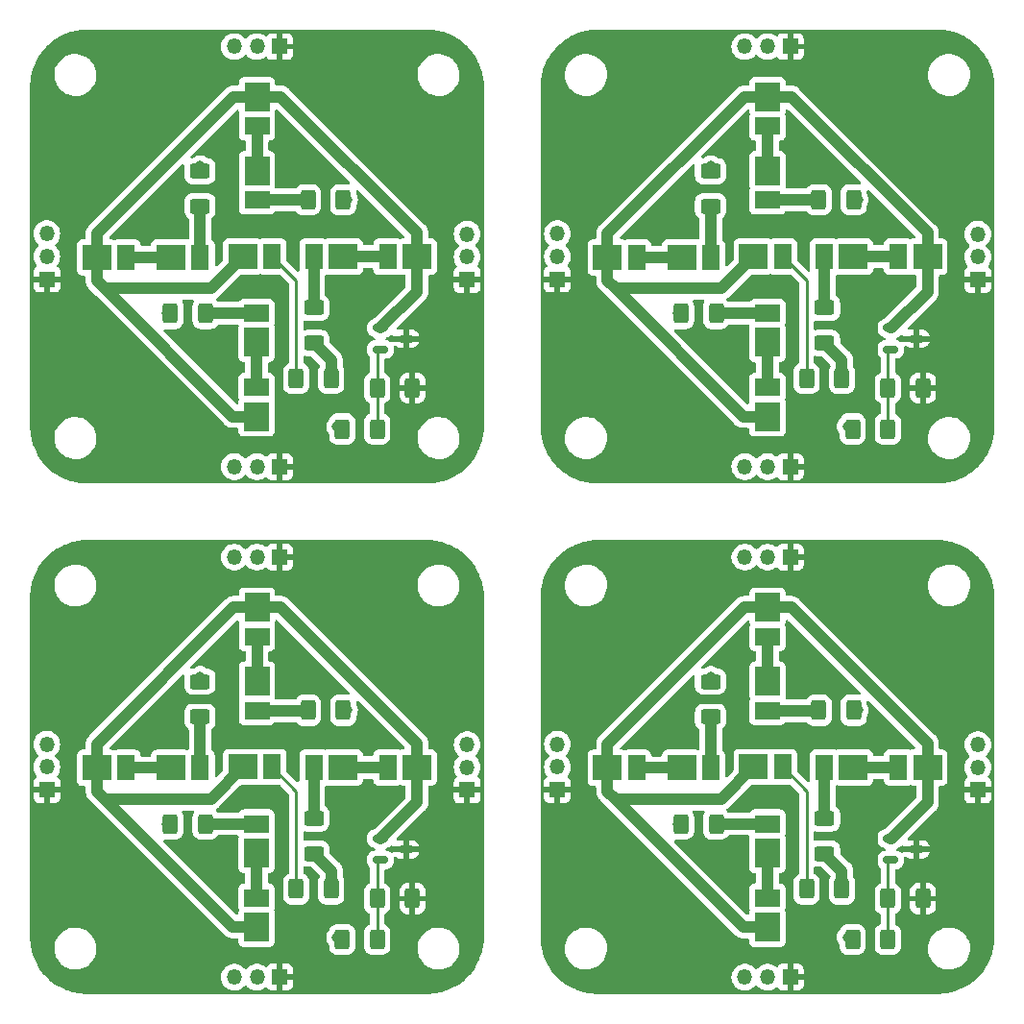
<source format=gbr>
%TF.GenerationSoftware,KiCad,Pcbnew,7.0.1*%
%TF.CreationDate,2023-09-10T14:19:26+09:00*%
%TF.ProjectId,cross_led,63726f73-735f-46c6-9564-2e6b69636164,rev?*%
%TF.SameCoordinates,Original*%
%TF.FileFunction,Copper,L1,Top*%
%TF.FilePolarity,Positive*%
%FSLAX46Y46*%
G04 Gerber Fmt 4.6, Leading zero omitted, Abs format (unit mm)*
G04 Created by KiCad (PCBNEW 7.0.1) date 2023-09-10 14:19:26*
%MOMM*%
%LPD*%
G01*
G04 APERTURE LIST*
G04 Aperture macros list*
%AMRoundRect*
0 Rectangle with rounded corners*
0 $1 Rounding radius*
0 $2 $3 $4 $5 $6 $7 $8 $9 X,Y pos of 4 corners*
0 Add a 4 corners polygon primitive as box body*
4,1,4,$2,$3,$4,$5,$6,$7,$8,$9,$2,$3,0*
0 Add four circle primitives for the rounded corners*
1,1,$1+$1,$2,$3*
1,1,$1+$1,$4,$5*
1,1,$1+$1,$6,$7*
1,1,$1+$1,$8,$9*
0 Add four rect primitives between the rounded corners*
20,1,$1+$1,$2,$3,$4,$5,0*
20,1,$1+$1,$4,$5,$6,$7,0*
20,1,$1+$1,$6,$7,$8,$9,0*
20,1,$1+$1,$8,$9,$2,$3,0*%
G04 Aperture macros list end*
%TA.AperFunction,SMDPad,CuDef*%
%ADD10R,2.200000X2.500000*%
%TD*%
%TA.AperFunction,SMDPad,CuDef*%
%ADD11R,2.200000X1.550000*%
%TD*%
%TA.AperFunction,SMDPad,CuDef*%
%ADD12RoundRect,0.250000X0.400000X0.625000X-0.400000X0.625000X-0.400000X-0.625000X0.400000X-0.625000X0*%
%TD*%
%TA.AperFunction,SMDPad,CuDef*%
%ADD13RoundRect,0.250000X0.625000X-0.400000X0.625000X0.400000X-0.625000X0.400000X-0.625000X-0.400000X0*%
%TD*%
%TA.AperFunction,ComponentPad*%
%ADD14R,1.350000X1.350000*%
%TD*%
%TA.AperFunction,ComponentPad*%
%ADD15O,1.350000X1.350000*%
%TD*%
%TA.AperFunction,SMDPad,CuDef*%
%ADD16R,2.500000X2.200000*%
%TD*%
%TA.AperFunction,SMDPad,CuDef*%
%ADD17R,1.550000X2.200000*%
%TD*%
%TA.AperFunction,SMDPad,CuDef*%
%ADD18RoundRect,0.250000X-0.625000X0.400000X-0.625000X-0.400000X0.625000X-0.400000X0.625000X0.400000X0*%
%TD*%
%TA.AperFunction,SMDPad,CuDef*%
%ADD19RoundRect,0.250000X-0.400000X-0.625000X0.400000X-0.625000X0.400000X0.625000X-0.400000X0.625000X0*%
%TD*%
%TA.AperFunction,SMDPad,CuDef*%
%ADD20RoundRect,0.150000X-0.512500X-0.150000X0.512500X-0.150000X0.512500X0.150000X-0.512500X0.150000X0*%
%TD*%
%TA.AperFunction,ViaPad*%
%ADD21C,0.800000*%
%TD*%
%TA.AperFunction,ViaPad*%
%ADD22C,0.500000*%
%TD*%
%TA.AperFunction,Conductor*%
%ADD23C,1.000000*%
%TD*%
%TA.AperFunction,Conductor*%
%ADD24C,0.250000*%
%TD*%
G04 APERTURE END LIST*
D10*
%TO.P,D206,1,K*%
%TO.N,Net-(D205-A)*%
X119275000Y-76375000D03*
D11*
%TO.P,D206,2,A*%
%TO.N,Net-(D206-A)*%
X119275000Y-73800000D03*
%TD*%
D12*
%TO.P,R203,1*%
%TO.N,Net-(D206-A)*%
X159775000Y-118825000D03*
%TO.P,R203,2*%
%TO.N,+5V*%
X156675000Y-118825000D03*
%TD*%
D13*
%TO.P,R204,1*%
%TO.N,Net-(D208-A)*%
X114275000Y-109375000D03*
%TO.P,R204,2*%
%TO.N,+5V*%
X114275000Y-106275000D03*
%TD*%
D14*
%TO.P,J202,1,Pin_1*%
%TO.N,GND*%
X182825000Y-70825000D03*
D15*
%TO.P,J202,2,Pin_2*%
%TO.N,/cross_led/LED_IN*%
X182825000Y-68825000D03*
%TO.P,J202,3,Pin_3*%
%TO.N,+5V*%
X182825000Y-66825000D03*
%TD*%
D14*
%TO.P,J203,1,Pin_1*%
%TO.N,GND*%
X121300000Y-132325000D03*
D15*
%TO.P,J203,2,Pin_2*%
%TO.N,/cross_led/LED_IN*%
X119300000Y-132325000D03*
%TO.P,J203,3,Pin_3*%
%TO.N,+5V*%
X117300000Y-132325000D03*
%TD*%
D16*
%TO.P,D207,1,K*%
%TO.N,Net-(D201-K)*%
X105200000Y-113875000D03*
D17*
%TO.P,D207,2,A*%
%TO.N,Net-(D207-A)*%
X107775000Y-113875000D03*
%TD*%
D18*
%TO.P,R202,1*%
%TO.N,Net-(D204-A)*%
X124325000Y-118325000D03*
%TO.P,R202,2*%
%TO.N,+5V*%
X124325000Y-121425000D03*
%TD*%
D16*
%TO.P,D208,1,K*%
%TO.N,Net-(D207-A)*%
X111725000Y-113875000D03*
D17*
%TO.P,D208,2,A*%
%TO.N,Net-(D208-A)*%
X114300000Y-113875000D03*
%TD*%
D19*
%TO.P,R205,1*%
%TO.N,Net-(D209-A)*%
X167750000Y-124550000D03*
%TO.P,R205,2*%
%TO.N,+5V*%
X170850000Y-124550000D03*
%TD*%
D16*
%TO.P,D209,1,K*%
%TO.N,Net-(D201-K)*%
X163050000Y-113800000D03*
D17*
%TO.P,D209,2,A*%
%TO.N,Net-(D209-A)*%
X165625000Y-113800000D03*
%TD*%
D20*
%TO.P,Q201,1,D*%
%TO.N,Net-(D201-K)*%
X130162500Y-120100000D03*
%TO.P,Q201,2,G*%
%TO.N,Net-(Q201-G)*%
X130162500Y-122000000D03*
%TO.P,Q201,3,S*%
%TO.N,GND*%
X132437500Y-121050000D03*
%TD*%
D19*
%TO.P,R201,1*%
%TO.N,Net-(D202-A)*%
X123800000Y-63800000D03*
%TO.P,R201,2*%
%TO.N,+5V*%
X126900000Y-63800000D03*
%TD*%
%TO.P,R201,1*%
%TO.N,Net-(D202-A)*%
X168800000Y-108800000D03*
%TO.P,R201,2*%
%TO.N,+5V*%
X171900000Y-108800000D03*
%TD*%
D18*
%TO.P,R202,1*%
%TO.N,Net-(D204-A)*%
X169325000Y-118325000D03*
%TO.P,R202,2*%
%TO.N,+5V*%
X169325000Y-121425000D03*
%TD*%
D16*
%TO.P,D204,1,K*%
%TO.N,Net-(D203-A)*%
X171875000Y-113825000D03*
D17*
%TO.P,D204,2,A*%
%TO.N,Net-(D204-A)*%
X169300000Y-113825000D03*
%TD*%
D12*
%TO.P,R203,1*%
%TO.N,Net-(D206-A)*%
X114775000Y-118825000D03*
%TO.P,R203,2*%
%TO.N,+5V*%
X111675000Y-118825000D03*
%TD*%
D16*
%TO.P,D203,1,K*%
%TO.N,Net-(D201-K)*%
X178400000Y-113825000D03*
D17*
%TO.P,D203,2,A*%
%TO.N,Net-(D203-A)*%
X175825000Y-113825000D03*
%TD*%
D10*
%TO.P,D206,1,K*%
%TO.N,Net-(D205-A)*%
X164275000Y-76375000D03*
D11*
%TO.P,D206,2,A*%
%TO.N,Net-(D206-A)*%
X164275000Y-73800000D03*
%TD*%
D16*
%TO.P,D208,1,K*%
%TO.N,Net-(D207-A)*%
X156725000Y-68875000D03*
D17*
%TO.P,D208,2,A*%
%TO.N,Net-(D208-A)*%
X159300000Y-68875000D03*
%TD*%
D19*
%TO.P,R206,1*%
%TO.N,Net-(Q201-G)*%
X174900000Y-80400000D03*
%TO.P,R206,2*%
%TO.N,GND*%
X178000000Y-80400000D03*
%TD*%
D10*
%TO.P,D202,1,K*%
%TO.N,Net-(D201-A)*%
X164300000Y-106250000D03*
D11*
%TO.P,D202,2,A*%
%TO.N,Net-(D202-A)*%
X164300000Y-108825000D03*
%TD*%
D14*
%TO.P,J201,1,Pin_1*%
%TO.N,GND*%
X121300000Y-50300000D03*
D15*
%TO.P,J201,2,Pin_2*%
%TO.N,/cross_led/LED_IN*%
X119300000Y-50300000D03*
%TO.P,J201,3,Pin_3*%
%TO.N,+5V*%
X117300000Y-50300000D03*
%TD*%
D14*
%TO.P,J204,1,Pin_1*%
%TO.N,GND*%
X145775000Y-70800000D03*
D15*
%TO.P,J204,2,Pin_2*%
%TO.N,/cross_led/LED_IN*%
X145775000Y-68800000D03*
%TO.P,J204,3,Pin_3*%
%TO.N,+5V*%
X145775000Y-66800000D03*
%TD*%
D18*
%TO.P,R202,1*%
%TO.N,Net-(D204-A)*%
X124325000Y-73325000D03*
%TO.P,R202,2*%
%TO.N,+5V*%
X124325000Y-76425000D03*
%TD*%
D16*
%TO.P,D207,1,K*%
%TO.N,Net-(D201-K)*%
X150200000Y-68875000D03*
D17*
%TO.P,D207,2,A*%
%TO.N,Net-(D207-A)*%
X152775000Y-68875000D03*
%TD*%
D19*
%TO.P,R205,1*%
%TO.N,Net-(D209-A)*%
X167750000Y-79550000D03*
%TO.P,R205,2*%
%TO.N,+5V*%
X170850000Y-79550000D03*
%TD*%
D16*
%TO.P,D204,1,K*%
%TO.N,Net-(D203-A)*%
X171875000Y-68825000D03*
D17*
%TO.P,D204,2,A*%
%TO.N,Net-(D204-A)*%
X169300000Y-68825000D03*
%TD*%
D19*
%TO.P,R206,1*%
%TO.N,Net-(Q201-G)*%
X129900000Y-125400000D03*
%TO.P,R206,2*%
%TO.N,GND*%
X133000000Y-125400000D03*
%TD*%
D13*
%TO.P,R204,1*%
%TO.N,Net-(D208-A)*%
X114275000Y-64375000D03*
%TO.P,R204,2*%
%TO.N,+5V*%
X114275000Y-61275000D03*
%TD*%
D16*
%TO.P,D203,1,K*%
%TO.N,Net-(D201-K)*%
X178400000Y-68825000D03*
D17*
%TO.P,D203,2,A*%
%TO.N,Net-(D203-A)*%
X175825000Y-68825000D03*
%TD*%
D13*
%TO.P,R204,1*%
%TO.N,Net-(D208-A)*%
X159275000Y-109375000D03*
%TO.P,R204,2*%
%TO.N,+5V*%
X159275000Y-106275000D03*
%TD*%
D19*
%TO.P,R205,1*%
%TO.N,Net-(D209-A)*%
X122750000Y-124550000D03*
%TO.P,R205,2*%
%TO.N,+5V*%
X125850000Y-124550000D03*
%TD*%
D14*
%TO.P,J201,1,Pin_1*%
%TO.N,GND*%
X166300000Y-95300000D03*
D15*
%TO.P,J201,2,Pin_2*%
%TO.N,/cross_led/LED_IN*%
X164300000Y-95300000D03*
%TO.P,J201,3,Pin_3*%
%TO.N,+5V*%
X162300000Y-95300000D03*
%TD*%
D16*
%TO.P,D203,1,K*%
%TO.N,Net-(D201-K)*%
X133400000Y-113825000D03*
D17*
%TO.P,D203,2,A*%
%TO.N,Net-(D203-A)*%
X130825000Y-113825000D03*
%TD*%
D16*
%TO.P,D209,1,K*%
%TO.N,Net-(D201-K)*%
X118050000Y-68800000D03*
D17*
%TO.P,D209,2,A*%
%TO.N,Net-(D209-A)*%
X120625000Y-68800000D03*
%TD*%
D12*
%TO.P,R207,1*%
%TO.N,Net-(Q201-G)*%
X129900000Y-129000000D03*
%TO.P,R207,2*%
%TO.N,/cross_led/LED_IN*%
X126800000Y-129000000D03*
%TD*%
D10*
%TO.P,D201,1,K*%
%TO.N,Net-(D201-K)*%
X164300000Y-99725000D03*
D11*
%TO.P,D201,2,A*%
%TO.N,Net-(D201-A)*%
X164300000Y-102300000D03*
%TD*%
D12*
%TO.P,R207,1*%
%TO.N,Net-(Q201-G)*%
X174900000Y-129000000D03*
%TO.P,R207,2*%
%TO.N,/cross_led/LED_IN*%
X171800000Y-129000000D03*
%TD*%
D10*
%TO.P,D202,1,K*%
%TO.N,Net-(D201-A)*%
X164300000Y-61250000D03*
D11*
%TO.P,D202,2,A*%
%TO.N,Net-(D202-A)*%
X164300000Y-63825000D03*
%TD*%
D14*
%TO.P,J204,1,Pin_1*%
%TO.N,GND*%
X145775000Y-115800000D03*
D15*
%TO.P,J204,2,Pin_2*%
%TO.N,/cross_led/LED_IN*%
X145775000Y-113800000D03*
%TO.P,J204,3,Pin_3*%
%TO.N,+5V*%
X145775000Y-111800000D03*
%TD*%
D18*
%TO.P,R202,1*%
%TO.N,Net-(D204-A)*%
X169325000Y-73325000D03*
%TO.P,R202,2*%
%TO.N,+5V*%
X169325000Y-76425000D03*
%TD*%
D19*
%TO.P,R206,1*%
%TO.N,Net-(Q201-G)*%
X174900000Y-125400000D03*
%TO.P,R206,2*%
%TO.N,GND*%
X178000000Y-125400000D03*
%TD*%
%TO.P,R205,1*%
%TO.N,Net-(D209-A)*%
X122750000Y-79550000D03*
%TO.P,R205,2*%
%TO.N,+5V*%
X125850000Y-79550000D03*
%TD*%
D10*
%TO.P,D205,1,K*%
%TO.N,Net-(D201-K)*%
X119275000Y-82900000D03*
D11*
%TO.P,D205,2,A*%
%TO.N,Net-(D205-A)*%
X119275000Y-80325000D03*
%TD*%
D14*
%TO.P,J201,1,Pin_1*%
%TO.N,GND*%
X121300000Y-95300000D03*
D15*
%TO.P,J201,2,Pin_2*%
%TO.N,/cross_led/LED_IN*%
X119300000Y-95300000D03*
%TO.P,J201,3,Pin_3*%
%TO.N,+5V*%
X117300000Y-95300000D03*
%TD*%
D12*
%TO.P,R203,1*%
%TO.N,Net-(D206-A)*%
X159775000Y-73825000D03*
%TO.P,R203,2*%
%TO.N,+5V*%
X156675000Y-73825000D03*
%TD*%
D10*
%TO.P,D205,1,K*%
%TO.N,Net-(D201-K)*%
X164275000Y-82900000D03*
D11*
%TO.P,D205,2,A*%
%TO.N,Net-(D205-A)*%
X164275000Y-80325000D03*
%TD*%
D16*
%TO.P,D208,1,K*%
%TO.N,Net-(D207-A)*%
X111725000Y-68875000D03*
D17*
%TO.P,D208,2,A*%
%TO.N,Net-(D208-A)*%
X114300000Y-68875000D03*
%TD*%
D12*
%TO.P,R207,1*%
%TO.N,Net-(Q201-G)*%
X129900000Y-84000000D03*
%TO.P,R207,2*%
%TO.N,/cross_led/LED_IN*%
X126800000Y-84000000D03*
%TD*%
D14*
%TO.P,J201,1,Pin_1*%
%TO.N,GND*%
X166300000Y-50300000D03*
D15*
%TO.P,J201,2,Pin_2*%
%TO.N,/cross_led/LED_IN*%
X164300000Y-50300000D03*
%TO.P,J201,3,Pin_3*%
%TO.N,+5V*%
X162300000Y-50300000D03*
%TD*%
D19*
%TO.P,R201,1*%
%TO.N,Net-(D202-A)*%
X123800000Y-108800000D03*
%TO.P,R201,2*%
%TO.N,+5V*%
X126900000Y-108800000D03*
%TD*%
D10*
%TO.P,D205,1,K*%
%TO.N,Net-(D201-K)*%
X164275000Y-127900000D03*
D11*
%TO.P,D205,2,A*%
%TO.N,Net-(D205-A)*%
X164275000Y-125325000D03*
%TD*%
D16*
%TO.P,D209,1,K*%
%TO.N,Net-(D201-K)*%
X118050000Y-113800000D03*
D17*
%TO.P,D209,2,A*%
%TO.N,Net-(D209-A)*%
X120625000Y-113800000D03*
%TD*%
D19*
%TO.P,R206,1*%
%TO.N,Net-(Q201-G)*%
X129900000Y-80400000D03*
%TO.P,R206,2*%
%TO.N,GND*%
X133000000Y-80400000D03*
%TD*%
D14*
%TO.P,J202,1,Pin_1*%
%TO.N,GND*%
X182825000Y-115825000D03*
D15*
%TO.P,J202,2,Pin_2*%
%TO.N,/cross_led/LED_IN*%
X182825000Y-113825000D03*
%TO.P,J202,3,Pin_3*%
%TO.N,+5V*%
X182825000Y-111825000D03*
%TD*%
D14*
%TO.P,J203,1,Pin_1*%
%TO.N,GND*%
X166300000Y-87325000D03*
D15*
%TO.P,J203,2,Pin_2*%
%TO.N,/cross_led/LED_IN*%
X164300000Y-87325000D03*
%TO.P,J203,3,Pin_3*%
%TO.N,+5V*%
X162300000Y-87325000D03*
%TD*%
D10*
%TO.P,D201,1,K*%
%TO.N,Net-(D201-K)*%
X164300000Y-54725000D03*
D11*
%TO.P,D201,2,A*%
%TO.N,Net-(D201-A)*%
X164300000Y-57300000D03*
%TD*%
D16*
%TO.P,D207,1,K*%
%TO.N,Net-(D201-K)*%
X150200000Y-113875000D03*
D17*
%TO.P,D207,2,A*%
%TO.N,Net-(D207-A)*%
X152775000Y-113875000D03*
%TD*%
D19*
%TO.P,R201,1*%
%TO.N,Net-(D202-A)*%
X168800000Y-63800000D03*
%TO.P,R201,2*%
%TO.N,+5V*%
X171900000Y-63800000D03*
%TD*%
D20*
%TO.P,Q201,1,D*%
%TO.N,Net-(D201-K)*%
X130162500Y-75100000D03*
%TO.P,Q201,2,G*%
%TO.N,Net-(Q201-G)*%
X130162500Y-77000000D03*
%TO.P,Q201,3,S*%
%TO.N,GND*%
X132437500Y-76050000D03*
%TD*%
D10*
%TO.P,D206,1,K*%
%TO.N,Net-(D205-A)*%
X119275000Y-121375000D03*
D11*
%TO.P,D206,2,A*%
%TO.N,Net-(D206-A)*%
X119275000Y-118800000D03*
%TD*%
D14*
%TO.P,J204,1,Pin_1*%
%TO.N,GND*%
X100775000Y-115800000D03*
D15*
%TO.P,J204,2,Pin_2*%
%TO.N,/cross_led/LED_IN*%
X100775000Y-113800000D03*
%TO.P,J204,3,Pin_3*%
%TO.N,+5V*%
X100775000Y-111800000D03*
%TD*%
D16*
%TO.P,D204,1,K*%
%TO.N,Net-(D203-A)*%
X126875000Y-68825000D03*
D17*
%TO.P,D204,2,A*%
%TO.N,Net-(D204-A)*%
X124300000Y-68825000D03*
%TD*%
D14*
%TO.P,J202,1,Pin_1*%
%TO.N,GND*%
X137825000Y-115825000D03*
D15*
%TO.P,J202,2,Pin_2*%
%TO.N,/cross_led/LED_IN*%
X137825000Y-113825000D03*
%TO.P,J202,3,Pin_3*%
%TO.N,+5V*%
X137825000Y-111825000D03*
%TD*%
D10*
%TO.P,D205,1,K*%
%TO.N,Net-(D201-K)*%
X119275000Y-127900000D03*
D11*
%TO.P,D205,2,A*%
%TO.N,Net-(D205-A)*%
X119275000Y-125325000D03*
%TD*%
D16*
%TO.P,D208,1,K*%
%TO.N,Net-(D207-A)*%
X156725000Y-113875000D03*
D17*
%TO.P,D208,2,A*%
%TO.N,Net-(D208-A)*%
X159300000Y-113875000D03*
%TD*%
D10*
%TO.P,D202,1,K*%
%TO.N,Net-(D201-A)*%
X119300000Y-106250000D03*
D11*
%TO.P,D202,2,A*%
%TO.N,Net-(D202-A)*%
X119300000Y-108825000D03*
%TD*%
D10*
%TO.P,D201,1,K*%
%TO.N,Net-(D201-K)*%
X119300000Y-99725000D03*
D11*
%TO.P,D201,2,A*%
%TO.N,Net-(D201-A)*%
X119300000Y-102300000D03*
%TD*%
D13*
%TO.P,R204,1*%
%TO.N,Net-(D208-A)*%
X159275000Y-64375000D03*
%TO.P,R204,2*%
%TO.N,+5V*%
X159275000Y-61275000D03*
%TD*%
D14*
%TO.P,J202,1,Pin_1*%
%TO.N,GND*%
X137825000Y-70825000D03*
D15*
%TO.P,J202,2,Pin_2*%
%TO.N,/cross_led/LED_IN*%
X137825000Y-68825000D03*
%TO.P,J202,3,Pin_3*%
%TO.N,+5V*%
X137825000Y-66825000D03*
%TD*%
D10*
%TO.P,D202,1,K*%
%TO.N,Net-(D201-A)*%
X119300000Y-61250000D03*
D11*
%TO.P,D202,2,A*%
%TO.N,Net-(D202-A)*%
X119300000Y-63825000D03*
%TD*%
D20*
%TO.P,Q201,1,D*%
%TO.N,Net-(D201-K)*%
X175162500Y-75100000D03*
%TO.P,Q201,2,G*%
%TO.N,Net-(Q201-G)*%
X175162500Y-77000000D03*
%TO.P,Q201,3,S*%
%TO.N,GND*%
X177437500Y-76050000D03*
%TD*%
D14*
%TO.P,J204,1,Pin_1*%
%TO.N,GND*%
X100775000Y-70800000D03*
D15*
%TO.P,J204,2,Pin_2*%
%TO.N,/cross_led/LED_IN*%
X100775000Y-68800000D03*
%TO.P,J204,3,Pin_3*%
%TO.N,+5V*%
X100775000Y-66800000D03*
%TD*%
D16*
%TO.P,D204,1,K*%
%TO.N,Net-(D203-A)*%
X126875000Y-113825000D03*
D17*
%TO.P,D204,2,A*%
%TO.N,Net-(D204-A)*%
X124300000Y-113825000D03*
%TD*%
D12*
%TO.P,R203,1*%
%TO.N,Net-(D206-A)*%
X114775000Y-73825000D03*
%TO.P,R203,2*%
%TO.N,+5V*%
X111675000Y-73825000D03*
%TD*%
D14*
%TO.P,J203,1,Pin_1*%
%TO.N,GND*%
X121300000Y-87325000D03*
D15*
%TO.P,J203,2,Pin_2*%
%TO.N,/cross_led/LED_IN*%
X119300000Y-87325000D03*
%TO.P,J203,3,Pin_3*%
%TO.N,+5V*%
X117300000Y-87325000D03*
%TD*%
D10*
%TO.P,D206,1,K*%
%TO.N,Net-(D205-A)*%
X164275000Y-121375000D03*
D11*
%TO.P,D206,2,A*%
%TO.N,Net-(D206-A)*%
X164275000Y-118800000D03*
%TD*%
D12*
%TO.P,R207,1*%
%TO.N,Net-(Q201-G)*%
X174900000Y-84000000D03*
%TO.P,R207,2*%
%TO.N,/cross_led/LED_IN*%
X171800000Y-84000000D03*
%TD*%
D10*
%TO.P,D201,1,K*%
%TO.N,Net-(D201-K)*%
X119300000Y-54725000D03*
D11*
%TO.P,D201,2,A*%
%TO.N,Net-(D201-A)*%
X119300000Y-57300000D03*
%TD*%
D16*
%TO.P,D207,1,K*%
%TO.N,Net-(D201-K)*%
X105200000Y-68875000D03*
D17*
%TO.P,D207,2,A*%
%TO.N,Net-(D207-A)*%
X107775000Y-68875000D03*
%TD*%
D16*
%TO.P,D203,1,K*%
%TO.N,Net-(D201-K)*%
X133400000Y-68825000D03*
D17*
%TO.P,D203,2,A*%
%TO.N,Net-(D203-A)*%
X130825000Y-68825000D03*
%TD*%
D14*
%TO.P,J203,1,Pin_1*%
%TO.N,GND*%
X166300000Y-132325000D03*
D15*
%TO.P,J203,2,Pin_2*%
%TO.N,/cross_led/LED_IN*%
X164300000Y-132325000D03*
%TO.P,J203,3,Pin_3*%
%TO.N,+5V*%
X162300000Y-132325000D03*
%TD*%
D20*
%TO.P,Q201,1,D*%
%TO.N,Net-(D201-K)*%
X175162500Y-120100000D03*
%TO.P,Q201,2,G*%
%TO.N,Net-(Q201-G)*%
X175162500Y-122000000D03*
%TO.P,Q201,3,S*%
%TO.N,GND*%
X177437500Y-121050000D03*
%TD*%
D16*
%TO.P,D209,1,K*%
%TO.N,Net-(D201-K)*%
X163050000Y-68800000D03*
D17*
%TO.P,D209,2,A*%
%TO.N,Net-(D209-A)*%
X165625000Y-68800000D03*
%TD*%
D21*
%TO.N,+5V*%
X172300000Y-63800000D03*
X111300000Y-73800000D03*
X159300000Y-105800000D03*
X172300000Y-108800000D03*
X156300000Y-73800000D03*
X127300000Y-63800000D03*
X114300000Y-105800000D03*
X156300000Y-118800000D03*
D22*
X170700000Y-124200000D03*
D21*
X114300000Y-60800000D03*
X111300000Y-118800000D03*
X127300000Y-108800000D03*
D22*
X125700000Y-79200000D03*
X125700000Y-124200000D03*
X170700000Y-79200000D03*
D21*
X159300000Y-60800000D03*
%TO.N,GND*%
X182300000Y-122800000D03*
X116300000Y-122800000D03*
X175300000Y-50800000D03*
X164100000Y-71600000D03*
X155300000Y-109800000D03*
X134300000Y-118800000D03*
X167300000Y-111000000D03*
X179300000Y-118800000D03*
X154300000Y-81800000D03*
X175300000Y-95800000D03*
X130300000Y-50800000D03*
X179300000Y-73800000D03*
X174300000Y-58800000D03*
X101700000Y-104400000D03*
X167300000Y-66000000D03*
X128300000Y-72800000D03*
X110300000Y-109800000D03*
X123300000Y-103800000D03*
X130300000Y-95800000D03*
X168300000Y-58800000D03*
X128300000Y-117800000D03*
X109300000Y-58800000D03*
X116300000Y-77800000D03*
X107300000Y-87800000D03*
X137300000Y-77800000D03*
X173300000Y-72800000D03*
X154300000Y-58800000D03*
X116900000Y-62200000D03*
X161300000Y-122800000D03*
X107300000Y-132800000D03*
X134300000Y-73800000D03*
X127300000Y-132800000D03*
X109300000Y-50800000D03*
X116900000Y-107200000D03*
X122300000Y-111000000D03*
X161900000Y-62200000D03*
X161300000Y-77800000D03*
X152300000Y-132800000D03*
X164100000Y-116600000D03*
X168300000Y-103800000D03*
X129300000Y-103800000D03*
X109300000Y-103800000D03*
X119100000Y-71600000D03*
X110300000Y-64800000D03*
X109300000Y-81800000D03*
X174300000Y-103800000D03*
X109300000Y-95800000D03*
X182300000Y-77800000D03*
X152300000Y-87800000D03*
X127300000Y-87800000D03*
X154300000Y-50800000D03*
X146700000Y-104400000D03*
X109300000Y-126800000D03*
X154300000Y-126800000D03*
X137300000Y-122800000D03*
X101700000Y-59400000D03*
X123300000Y-58800000D03*
X155300000Y-64800000D03*
X119100000Y-116600000D03*
X161900000Y-107200000D03*
X154300000Y-95800000D03*
X173300000Y-117800000D03*
X154300000Y-103800000D03*
X172300000Y-132800000D03*
X122300000Y-66000000D03*
X172300000Y-87800000D03*
X146700000Y-59400000D03*
X129300000Y-58800000D03*
%TO.N,/cross_led/LED_IN*%
X126300000Y-83800000D03*
X126300000Y-128800000D03*
X171300000Y-128800000D03*
X171300000Y-83800000D03*
%TD*%
D23*
%TO.N,+5V*%
X125850000Y-79050000D02*
X125850000Y-77950000D01*
X125850000Y-77950000D02*
X124325000Y-76425000D01*
X170850000Y-77950000D02*
X169325000Y-76425000D01*
X125850000Y-124550000D02*
X125850000Y-124350000D01*
X125700000Y-79200000D02*
X125850000Y-79050000D01*
X125850000Y-79350000D02*
X125700000Y-79200000D01*
X125850000Y-122950000D02*
X124325000Y-121425000D01*
X170850000Y-124550000D02*
X170850000Y-124350000D01*
X125850000Y-79550000D02*
X125850000Y-79350000D01*
X170700000Y-79200000D02*
X170850000Y-79050000D01*
X170850000Y-79050000D02*
X170850000Y-77950000D01*
X170850000Y-122950000D02*
X169325000Y-121425000D01*
X125850000Y-124350000D02*
X125700000Y-124200000D01*
X170850000Y-79550000D02*
X170850000Y-79350000D01*
X170700000Y-124200000D02*
X170850000Y-124050000D01*
X125700000Y-124200000D02*
X125850000Y-124050000D01*
X125850000Y-124050000D02*
X125850000Y-122950000D01*
X170850000Y-79350000D02*
X170700000Y-79200000D01*
X170850000Y-124350000D02*
X170700000Y-124200000D01*
X170850000Y-124050000D02*
X170850000Y-122950000D01*
%TO.N,Net-(D201-K)*%
X105887500Y-71612500D02*
X105200000Y-70925000D01*
X163050000Y-68800000D02*
X160237500Y-71612500D01*
X105200000Y-113875000D02*
X105200000Y-111775000D01*
X150200000Y-66775000D02*
X162250000Y-54725000D01*
X117175000Y-127900000D02*
X105887500Y-116612500D01*
X105200000Y-68875000D02*
X105200000Y-66775000D01*
X166400000Y-99725000D02*
X178400000Y-111725000D01*
X175162500Y-75100000D02*
X175200000Y-75100000D01*
X175200000Y-75100000D02*
X178400000Y-71900000D01*
X162250000Y-54725000D02*
X164300000Y-54725000D01*
X117250000Y-54725000D02*
X119300000Y-54725000D01*
X119275000Y-127900000D02*
X117175000Y-127900000D01*
X160237500Y-116612500D02*
X150887500Y-116612500D01*
X130200000Y-120100000D02*
X133400000Y-116900000D01*
X160237500Y-71612500D02*
X150887500Y-71612500D01*
X105200000Y-115925000D02*
X105200000Y-113875000D01*
X166400000Y-54725000D02*
X178400000Y-66725000D01*
X150200000Y-70925000D02*
X150200000Y-68875000D01*
X164300000Y-54725000D02*
X166400000Y-54725000D01*
X105200000Y-70925000D02*
X105200000Y-68875000D01*
X117250000Y-99725000D02*
X119300000Y-99725000D01*
X178400000Y-111725000D02*
X178400000Y-113825000D01*
X150887500Y-116612500D02*
X150200000Y-115925000D01*
X162175000Y-82900000D02*
X150887500Y-71612500D01*
X115237500Y-116612500D02*
X105887500Y-116612500D01*
X163050000Y-113800000D02*
X160237500Y-116612500D01*
X164275000Y-127900000D02*
X162175000Y-127900000D01*
X162250000Y-99725000D02*
X164300000Y-99725000D01*
X133400000Y-71900000D02*
X133400000Y-68825000D01*
X121400000Y-54725000D02*
X133400000Y-66725000D01*
X130162500Y-120100000D02*
X130200000Y-120100000D01*
X119300000Y-99725000D02*
X121400000Y-99725000D01*
X150200000Y-111775000D02*
X162250000Y-99725000D01*
X121400000Y-99725000D02*
X133400000Y-111725000D01*
X133400000Y-66725000D02*
X133400000Y-68825000D01*
X150200000Y-113875000D02*
X150200000Y-111775000D01*
X175162500Y-120100000D02*
X175200000Y-120100000D01*
X162175000Y-127900000D02*
X150887500Y-116612500D01*
X150887500Y-71612500D02*
X150200000Y-70925000D01*
X118050000Y-113800000D02*
X115237500Y-116612500D01*
X150200000Y-115925000D02*
X150200000Y-113875000D01*
X130162500Y-75100000D02*
X130200000Y-75100000D01*
X175200000Y-120100000D02*
X178400000Y-116900000D01*
X178400000Y-71900000D02*
X178400000Y-68825000D01*
X178400000Y-66725000D02*
X178400000Y-68825000D01*
X164275000Y-82900000D02*
X162175000Y-82900000D01*
X115237500Y-71612500D02*
X105887500Y-71612500D01*
X105887500Y-116612500D02*
X105200000Y-115925000D01*
X133400000Y-116900000D02*
X133400000Y-113825000D01*
X164300000Y-99725000D02*
X166400000Y-99725000D01*
X105200000Y-66775000D02*
X117250000Y-54725000D01*
X118050000Y-68800000D02*
X115237500Y-71612500D01*
X150200000Y-68875000D02*
X150200000Y-66775000D01*
X117175000Y-82900000D02*
X105887500Y-71612500D01*
X178400000Y-116900000D02*
X178400000Y-113825000D01*
X119300000Y-54725000D02*
X121400000Y-54725000D01*
X130200000Y-75100000D02*
X133400000Y-71900000D01*
X105200000Y-111775000D02*
X117250000Y-99725000D01*
X119275000Y-82900000D02*
X117175000Y-82900000D01*
X133400000Y-111725000D02*
X133400000Y-113825000D01*
%TO.N,Net-(D201-A)*%
X164300000Y-61250000D02*
X164300000Y-57300000D01*
X164300000Y-106250000D02*
X164300000Y-102300000D01*
X119300000Y-61250000D02*
X119300000Y-57300000D01*
X119300000Y-106250000D02*
X119300000Y-102300000D01*
%TO.N,Net-(D202-A)*%
X123775000Y-63825000D02*
X123800000Y-63800000D01*
X164300000Y-108825000D02*
X168775000Y-108825000D01*
X123775000Y-108825000D02*
X123800000Y-108800000D01*
X164300000Y-63825000D02*
X168775000Y-63825000D01*
X168775000Y-108825000D02*
X168800000Y-108800000D01*
X119300000Y-108825000D02*
X123775000Y-108825000D01*
X168775000Y-63825000D02*
X168800000Y-63800000D01*
X119300000Y-63825000D02*
X123775000Y-63825000D01*
%TO.N,Net-(D203-A)*%
X171875000Y-113825000D02*
X175825000Y-113825000D01*
X126875000Y-113825000D02*
X130825000Y-113825000D01*
X171875000Y-68825000D02*
X175825000Y-68825000D01*
X126875000Y-68825000D02*
X130825000Y-68825000D01*
%TO.N,Net-(D205-A)*%
X119275000Y-121375000D02*
X119275000Y-125325000D01*
X164275000Y-76375000D02*
X164275000Y-80325000D01*
X164275000Y-121375000D02*
X164275000Y-125325000D01*
X119275000Y-76375000D02*
X119275000Y-80325000D01*
D24*
%TO.N,Net-(D209-A)*%
X122750000Y-79550000D02*
X122750000Y-70925000D01*
X122750000Y-124550000D02*
X122750000Y-115925000D01*
X167750000Y-79550000D02*
X167750000Y-70925000D01*
X167750000Y-70925000D02*
X165625000Y-68800000D01*
X122750000Y-70925000D02*
X120625000Y-68800000D01*
X167750000Y-115925000D02*
X165625000Y-113800000D01*
X122750000Y-115925000D02*
X120625000Y-113800000D01*
X167750000Y-124550000D02*
X167750000Y-115925000D01*
%TO.N,Net-(Q201-G)*%
X129900000Y-122262500D02*
X130162500Y-122000000D01*
X174900000Y-122262500D02*
X175162500Y-122000000D01*
X174900000Y-129000000D02*
X174900000Y-122262500D01*
X129900000Y-129000000D02*
X129900000Y-122262500D01*
X174900000Y-77262500D02*
X175162500Y-77000000D01*
X174900000Y-84000000D02*
X174900000Y-77262500D01*
X129900000Y-77262500D02*
X130162500Y-77000000D01*
X129900000Y-84000000D02*
X129900000Y-77262500D01*
D23*
%TO.N,Net-(D207-A)*%
X111725000Y-68875000D02*
X107775000Y-68875000D01*
X156725000Y-68875000D02*
X152775000Y-68875000D01*
X111725000Y-113875000D02*
X107775000Y-113875000D01*
X156725000Y-113875000D02*
X152775000Y-113875000D01*
%TO.N,Net-(D208-A)*%
X159300000Y-109400000D02*
X159275000Y-109375000D01*
X159300000Y-113875000D02*
X159300000Y-109400000D01*
X114300000Y-68875000D02*
X114300000Y-64400000D01*
X114300000Y-113875000D02*
X114300000Y-109400000D01*
X114300000Y-109400000D02*
X114275000Y-109375000D01*
X159300000Y-68875000D02*
X159300000Y-64400000D01*
X114300000Y-64400000D02*
X114275000Y-64375000D01*
X159300000Y-64400000D02*
X159275000Y-64375000D01*
%TO.N,Net-(D204-A)*%
X124300000Y-68825000D02*
X124300000Y-73300000D01*
X124300000Y-118300000D02*
X124325000Y-118325000D01*
X124300000Y-73300000D02*
X124325000Y-73325000D01*
X124300000Y-113825000D02*
X124300000Y-118300000D01*
X169300000Y-68825000D02*
X169300000Y-73300000D01*
X169300000Y-118300000D02*
X169325000Y-118325000D01*
X169300000Y-73300000D02*
X169325000Y-73325000D01*
X169300000Y-113825000D02*
X169300000Y-118300000D01*
%TO.N,Net-(D206-A)*%
X164275000Y-118800000D02*
X159800000Y-118800000D01*
X159800000Y-73800000D02*
X159775000Y-73825000D01*
X114800000Y-118800000D02*
X114775000Y-118825000D01*
X159800000Y-118800000D02*
X159775000Y-118825000D01*
X114800000Y-73800000D02*
X114775000Y-73825000D01*
X119275000Y-73800000D02*
X114800000Y-73800000D01*
X119275000Y-118800000D02*
X114800000Y-118800000D01*
X164275000Y-73800000D02*
X159800000Y-73800000D01*
%TD*%
%TA.AperFunction,Conductor*%
%TO.N,GND*%
G36*
X158695888Y-117630066D02*
G01*
X158741386Y-117676568D01*
X158757080Y-117739704D01*
X158738648Y-117802096D01*
X158690186Y-117880665D01*
X158635000Y-118047202D01*
X158624500Y-118149990D01*
X158624500Y-119500008D01*
X158635000Y-119602796D01*
X158690186Y-119769334D01*
X158782288Y-119918657D01*
X158906342Y-120042711D01*
X158906344Y-120042712D01*
X159055666Y-120134814D01*
X159162387Y-120170178D01*
X159222202Y-120189999D01*
X159232702Y-120191071D01*
X159324991Y-120200500D01*
X160225008Y-120200499D01*
X160327797Y-120189999D01*
X160494334Y-120134814D01*
X160643656Y-120042712D01*
X160767712Y-119918656D01*
X160804258Y-119859404D01*
X160849366Y-119816223D01*
X160909798Y-119800500D01*
X162583258Y-119800500D01*
X162640733Y-119814624D01*
X162685114Y-119853780D01*
X162706291Y-119909047D01*
X162699440Y-119967834D01*
X162680910Y-120017515D01*
X162680909Y-120017517D01*
X162676447Y-120059023D01*
X162674500Y-120077130D01*
X162674500Y-122672869D01*
X162679409Y-122718529D01*
X162680909Y-122732483D01*
X162731204Y-122867331D01*
X162817454Y-122982546D01*
X162932669Y-123068796D01*
X163067517Y-123119091D01*
X163127127Y-123125500D01*
X163150500Y-123125500D01*
X163212500Y-123142113D01*
X163257887Y-123187500D01*
X163274500Y-123249500D01*
X163274500Y-123925501D01*
X163257887Y-123987501D01*
X163212500Y-124032888D01*
X163150500Y-124049501D01*
X163127128Y-124049501D01*
X163097322Y-124052704D01*
X163067515Y-124055909D01*
X162932669Y-124106204D01*
X162817454Y-124192454D01*
X162731204Y-124307668D01*
X162680909Y-124442516D01*
X162674500Y-124502130D01*
X162674500Y-126147869D01*
X162680909Y-126207484D01*
X162727226Y-126331666D01*
X162735044Y-126374999D01*
X162727226Y-126418332D01*
X162680909Y-126542514D01*
X162674500Y-126602131D01*
X162674500Y-126685218D01*
X162660985Y-126741513D01*
X162623385Y-126785536D01*
X162569898Y-126807691D01*
X162512182Y-126803149D01*
X162462819Y-126772899D01*
X156098813Y-120408893D01*
X156067807Y-120357121D01*
X156064912Y-120296843D01*
X156090813Y-120242337D01*
X156139376Y-120206513D01*
X156199095Y-120197854D01*
X156224991Y-120200500D01*
X157125008Y-120200499D01*
X157227797Y-120189999D01*
X157394334Y-120134814D01*
X157543656Y-120042712D01*
X157667712Y-119918656D01*
X157759814Y-119769334D01*
X157814999Y-119602797D01*
X157825500Y-119500009D01*
X157825499Y-118149992D01*
X157814999Y-118047203D01*
X157759814Y-117880666D01*
X157711352Y-117802096D01*
X157692920Y-117739704D01*
X157708614Y-117676568D01*
X157754112Y-117630066D01*
X157816891Y-117613000D01*
X158633109Y-117613000D01*
X158695888Y-117630066D01*
G37*
%TD.AperFunction*%
%TA.AperFunction,Conductor*%
G36*
X166062818Y-100821852D02*
G01*
X166112181Y-100852102D01*
X172476185Y-107216106D01*
X172507191Y-107267878D01*
X172510086Y-107328155D01*
X172484186Y-107382660D01*
X172435624Y-107418485D01*
X172375903Y-107427145D01*
X172350010Y-107424500D01*
X171449991Y-107424500D01*
X171347203Y-107435000D01*
X171180665Y-107490186D01*
X171031342Y-107582288D01*
X170907288Y-107706342D01*
X170815186Y-107855665D01*
X170760000Y-108022202D01*
X170749500Y-108124990D01*
X170749500Y-109475008D01*
X170760000Y-109577796D01*
X170815186Y-109744334D01*
X170907288Y-109893657D01*
X171031342Y-110017711D01*
X171073633Y-110043796D01*
X171180666Y-110109814D01*
X171292016Y-110146712D01*
X171347202Y-110164999D01*
X171357702Y-110166071D01*
X171449991Y-110175500D01*
X172350008Y-110175499D01*
X172452797Y-110164999D01*
X172619334Y-110109814D01*
X172768656Y-110017712D01*
X172892712Y-109893656D01*
X172984814Y-109744334D01*
X173039999Y-109577797D01*
X173050500Y-109475009D01*
X173050499Y-109334322D01*
X173067112Y-109272322D01*
X173073366Y-109261489D01*
X173127179Y-109168284D01*
X173185674Y-108988256D01*
X173205460Y-108800000D01*
X173185674Y-108611744D01*
X173127179Y-108431716D01*
X173127179Y-108431715D01*
X173067112Y-108327676D01*
X173050499Y-108265676D01*
X173050499Y-108124995D01*
X173050499Y-108124991D01*
X173047853Y-108099094D01*
X173056512Y-108039375D01*
X173092337Y-107990813D01*
X173146843Y-107964912D01*
X173207120Y-107967807D01*
X173258892Y-107998813D01*
X177272899Y-112012820D01*
X177303149Y-112062183D01*
X177307691Y-112119899D01*
X177285536Y-112173386D01*
X177241513Y-112210986D01*
X177185218Y-112224501D01*
X177102128Y-112224501D01*
X177083914Y-112226459D01*
X177042515Y-112230909D01*
X176918333Y-112277226D01*
X176875000Y-112285044D01*
X176831667Y-112277226D01*
X176707485Y-112230909D01*
X176687613Y-112228772D01*
X176647873Y-112224500D01*
X176647869Y-112224500D01*
X175002130Y-112224500D01*
X174942515Y-112230909D01*
X174807669Y-112281204D01*
X174692454Y-112367454D01*
X174606204Y-112482668D01*
X174555909Y-112617515D01*
X174555909Y-112617517D01*
X174550534Y-112667517D01*
X174549500Y-112677131D01*
X174549500Y-112700500D01*
X174532887Y-112762500D01*
X174487500Y-112807887D01*
X174425500Y-112824500D01*
X173749499Y-112824500D01*
X173687499Y-112807887D01*
X173642112Y-112762500D01*
X173625499Y-112700500D01*
X173625499Y-112677130D01*
X173624466Y-112667517D01*
X173619091Y-112617517D01*
X173568796Y-112482669D01*
X173482546Y-112367454D01*
X173367331Y-112281204D01*
X173232483Y-112230909D01*
X173172873Y-112224500D01*
X173172869Y-112224500D01*
X170577130Y-112224500D01*
X170517515Y-112230909D01*
X170393333Y-112277226D01*
X170350000Y-112285044D01*
X170306667Y-112277226D01*
X170182485Y-112230909D01*
X170162613Y-112228772D01*
X170122873Y-112224500D01*
X170122869Y-112224500D01*
X168477130Y-112224500D01*
X168417515Y-112230909D01*
X168282669Y-112281204D01*
X168167454Y-112367454D01*
X168081204Y-112482668D01*
X168030909Y-112617515D01*
X168030909Y-112617517D01*
X168025534Y-112667516D01*
X168024500Y-112677130D01*
X168024500Y-114972872D01*
X168028130Y-115006637D01*
X168019736Y-115066524D01*
X167984015Y-115115320D01*
X167929464Y-115141419D01*
X167869056Y-115138612D01*
X167817159Y-115107569D01*
X166936818Y-114227228D01*
X166909938Y-114187000D01*
X166900499Y-114139547D01*
X166900499Y-112652130D01*
X166897080Y-112620323D01*
X166894091Y-112592517D01*
X166843796Y-112457669D01*
X166757546Y-112342454D01*
X166642331Y-112256204D01*
X166507483Y-112205909D01*
X166447873Y-112199500D01*
X166447869Y-112199500D01*
X164802130Y-112199500D01*
X164742515Y-112205909D01*
X164618333Y-112252226D01*
X164575000Y-112260044D01*
X164531667Y-112252226D01*
X164407485Y-112205909D01*
X164387612Y-112203772D01*
X164347873Y-112199500D01*
X164347869Y-112199500D01*
X161752130Y-112199500D01*
X161692515Y-112205909D01*
X161557669Y-112256204D01*
X161442454Y-112342454D01*
X161356204Y-112457668D01*
X161305909Y-112592515D01*
X161305909Y-112592517D01*
X161302920Y-112620323D01*
X161299500Y-112652131D01*
X161299500Y-114084217D01*
X161290061Y-114131670D01*
X161263181Y-114171898D01*
X160787180Y-114647899D01*
X160737817Y-114678149D01*
X160680101Y-114682691D01*
X160626614Y-114660536D01*
X160589014Y-114616513D01*
X160575499Y-114560218D01*
X160575499Y-112727130D01*
X160575499Y-112727127D01*
X160569091Y-112667517D01*
X160518796Y-112532669D01*
X160432546Y-112417454D01*
X160350187Y-112355800D01*
X160313616Y-112312039D01*
X160300500Y-112256535D01*
X160300500Y-110478958D01*
X160316223Y-110418526D01*
X160359404Y-110373419D01*
X160363578Y-110370844D01*
X160368656Y-110367712D01*
X160492712Y-110243656D01*
X160584814Y-110094334D01*
X160639999Y-109927797D01*
X160650500Y-109825009D01*
X160650499Y-108924992D01*
X160639999Y-108822203D01*
X160584814Y-108655666D01*
X160492712Y-108506344D01*
X160492711Y-108506342D01*
X160368657Y-108382288D01*
X160219334Y-108290186D01*
X160052797Y-108235000D01*
X159950009Y-108224500D01*
X158599991Y-108224500D01*
X158497203Y-108235000D01*
X158330665Y-108290186D01*
X158181342Y-108382288D01*
X158057288Y-108506342D01*
X157965186Y-108655665D01*
X157910000Y-108822202D01*
X157899500Y-108924990D01*
X157899500Y-109825008D01*
X157910000Y-109927796D01*
X157965186Y-110094334D01*
X158057288Y-110243657D01*
X158181342Y-110367711D01*
X158240596Y-110404259D01*
X158283777Y-110449366D01*
X158299500Y-110509798D01*
X158299500Y-112183258D01*
X158285376Y-112240733D01*
X158246220Y-112285114D01*
X158190953Y-112306291D01*
X158132167Y-112299440D01*
X158082483Y-112280909D01*
X158022873Y-112274500D01*
X158022869Y-112274500D01*
X155427130Y-112274500D01*
X155367515Y-112280909D01*
X155232669Y-112331204D01*
X155117454Y-112417454D01*
X155031204Y-112532668D01*
X154980909Y-112667515D01*
X154980909Y-112667517D01*
X154976518Y-112708363D01*
X154974500Y-112727131D01*
X154974500Y-112750500D01*
X154957887Y-112812500D01*
X154912500Y-112857887D01*
X154850500Y-112874500D01*
X154174499Y-112874500D01*
X154112499Y-112857887D01*
X154067112Y-112812500D01*
X154050499Y-112750500D01*
X154050499Y-112727130D01*
X154050499Y-112727127D01*
X154044091Y-112667517D01*
X153993796Y-112532669D01*
X153907546Y-112417454D01*
X153792331Y-112331204D01*
X153657483Y-112280909D01*
X153597873Y-112274500D01*
X153597869Y-112274500D01*
X151952130Y-112274500D01*
X151892513Y-112280909D01*
X151768331Y-112327226D01*
X151724999Y-112335044D01*
X151681666Y-112327226D01*
X151557485Y-112280909D01*
X151537612Y-112278772D01*
X151497873Y-112274500D01*
X151497869Y-112274500D01*
X151414783Y-112274500D01*
X151358488Y-112260985D01*
X151314465Y-112223385D01*
X151292310Y-112169898D01*
X151296852Y-112112182D01*
X151327102Y-112062819D01*
X154464931Y-108924990D01*
X157691108Y-105698812D01*
X157742878Y-105667808D01*
X157803154Y-105664913D01*
X157857660Y-105690813D01*
X157893485Y-105739374D01*
X157902145Y-105799096D01*
X157899500Y-105824989D01*
X157899500Y-106725008D01*
X157910000Y-106827796D01*
X157965186Y-106994334D01*
X158057288Y-107143657D01*
X158181342Y-107267711D01*
X158181344Y-107267712D01*
X158330666Y-107359814D01*
X158399611Y-107382660D01*
X158497202Y-107414999D01*
X158507703Y-107416071D01*
X158599991Y-107425500D01*
X159950008Y-107425499D01*
X160052797Y-107414999D01*
X160219334Y-107359814D01*
X160368656Y-107267712D01*
X160492712Y-107143656D01*
X160584814Y-106994334D01*
X160639999Y-106827797D01*
X160650500Y-106725009D01*
X160650499Y-105824992D01*
X160639999Y-105722203D01*
X160584814Y-105555666D01*
X160492712Y-105406344D01*
X160492711Y-105406342D01*
X160368657Y-105282288D01*
X160219334Y-105190186D01*
X160052797Y-105135000D01*
X159950009Y-105124500D01*
X159942565Y-105124500D01*
X159904247Y-105118431D01*
X159869680Y-105100818D01*
X159752730Y-105015849D01*
X159579802Y-104938855D01*
X159394648Y-104899500D01*
X159394646Y-104899500D01*
X159205354Y-104899500D01*
X159205352Y-104899500D01*
X159020197Y-104938855D01*
X158847270Y-105015848D01*
X158730315Y-105100819D01*
X158695749Y-105118431D01*
X158657433Y-105124500D01*
X158599989Y-105124500D01*
X158574094Y-105127146D01*
X158514373Y-105118486D01*
X158465812Y-105082661D01*
X158439912Y-105028155D01*
X158442807Y-104967879D01*
X158473811Y-104916109D01*
X162487819Y-100902101D01*
X162537183Y-100871851D01*
X162594899Y-100867309D01*
X162648386Y-100889464D01*
X162685986Y-100933487D01*
X162699501Y-100989782D01*
X162699501Y-101022870D01*
X162705909Y-101082484D01*
X162752226Y-101206666D01*
X162760044Y-101249999D01*
X162752226Y-101293332D01*
X162705909Y-101417514D01*
X162699500Y-101477130D01*
X162699500Y-103122869D01*
X162705909Y-103182483D01*
X162756204Y-103317331D01*
X162842454Y-103432546D01*
X162957669Y-103518796D01*
X163092517Y-103569091D01*
X163152127Y-103575500D01*
X163175500Y-103575500D01*
X163237500Y-103592113D01*
X163282887Y-103637500D01*
X163299500Y-103699500D01*
X163299500Y-104375501D01*
X163282887Y-104437501D01*
X163237500Y-104482888D01*
X163175500Y-104499501D01*
X163152128Y-104499501D01*
X163122322Y-104502705D01*
X163092515Y-104505909D01*
X162957669Y-104556204D01*
X162842454Y-104642454D01*
X162756204Y-104757668D01*
X162705909Y-104892516D01*
X162699500Y-104952130D01*
X162699500Y-107547869D01*
X162705909Y-107607484D01*
X162752226Y-107731666D01*
X162760044Y-107774999D01*
X162752226Y-107818332D01*
X162705909Y-107942514D01*
X162705909Y-107942517D01*
X162699857Y-107998813D01*
X162699500Y-108002130D01*
X162699500Y-109647869D01*
X162705909Y-109707484D01*
X162731056Y-109774907D01*
X162756204Y-109842331D01*
X162842454Y-109957546D01*
X162957669Y-110043796D01*
X163092517Y-110094091D01*
X163152127Y-110100500D01*
X165447872Y-110100499D01*
X165507483Y-110094091D01*
X165642331Y-110043796D01*
X165757546Y-109957546D01*
X165819199Y-109875187D01*
X165862961Y-109838616D01*
X165918465Y-109825500D01*
X167696042Y-109825500D01*
X167756474Y-109841223D01*
X167801581Y-109884404D01*
X167807288Y-109893657D01*
X167931342Y-110017711D01*
X167973633Y-110043796D01*
X168080666Y-110109814D01*
X168192016Y-110146712D01*
X168247202Y-110164999D01*
X168257702Y-110166071D01*
X168349991Y-110175500D01*
X169250008Y-110175499D01*
X169352797Y-110164999D01*
X169519334Y-110109814D01*
X169668656Y-110017712D01*
X169792712Y-109893656D01*
X169884814Y-109744334D01*
X169939999Y-109577797D01*
X169950500Y-109475009D01*
X169950499Y-108124992D01*
X169939999Y-108022203D01*
X169884814Y-107855666D01*
X169792712Y-107706344D01*
X169792711Y-107706342D01*
X169668657Y-107582288D01*
X169519334Y-107490186D01*
X169352797Y-107435000D01*
X169250009Y-107424500D01*
X168349991Y-107424500D01*
X168247203Y-107435000D01*
X168080665Y-107490186D01*
X167931342Y-107582288D01*
X167807288Y-107706342D01*
X167770741Y-107765596D01*
X167725634Y-107808777D01*
X167665202Y-107824500D01*
X165991742Y-107824500D01*
X165934267Y-107810376D01*
X165889886Y-107771220D01*
X165868709Y-107715953D01*
X165875560Y-107657166D01*
X165894091Y-107607483D01*
X165900500Y-107547873D01*
X165900499Y-104952128D01*
X165894091Y-104892517D01*
X165843796Y-104757669D01*
X165757546Y-104642454D01*
X165642331Y-104556204D01*
X165507483Y-104505909D01*
X165447873Y-104499500D01*
X165447869Y-104499500D01*
X165424500Y-104499500D01*
X165362500Y-104482887D01*
X165317113Y-104437500D01*
X165300500Y-104375500D01*
X165300500Y-103699499D01*
X165317113Y-103637499D01*
X165362500Y-103592112D01*
X165424500Y-103575499D01*
X165447870Y-103575499D01*
X165447872Y-103575499D01*
X165507483Y-103569091D01*
X165642331Y-103518796D01*
X165757546Y-103432546D01*
X165843796Y-103317331D01*
X165894091Y-103182483D01*
X165900500Y-103122873D01*
X165900499Y-101477128D01*
X165894091Y-101417517D01*
X165847772Y-101293330D01*
X165839955Y-101250000D01*
X165847772Y-101206670D01*
X165894091Y-101082483D01*
X165900500Y-101022873D01*
X165900500Y-100939783D01*
X165914015Y-100883488D01*
X165951615Y-100839465D01*
X166005102Y-100817310D01*
X166062818Y-100821852D01*
G37*
%TD.AperFunction*%
%TA.AperFunction,Conductor*%
G36*
X179302562Y-93800605D02*
G01*
X179517600Y-93809500D01*
X179713455Y-93818052D01*
X179723330Y-93818881D01*
X179936706Y-93845479D01*
X179936793Y-93845490D01*
X180134945Y-93871577D01*
X180144192Y-93873153D01*
X180353521Y-93917044D01*
X180354765Y-93917312D01*
X180550386Y-93960680D01*
X180558901Y-93962889D01*
X180763665Y-94023850D01*
X180765325Y-94024359D01*
X180956696Y-94084698D01*
X180964453Y-94087431D01*
X181163363Y-94165046D01*
X181165513Y-94165911D01*
X181351024Y-94242752D01*
X181357972Y-94245886D01*
X181525903Y-94327982D01*
X181549587Y-94339561D01*
X181552383Y-94340972D01*
X181730420Y-94433652D01*
X181736636Y-94437118D01*
X181919793Y-94546255D01*
X181922929Y-94548187D01*
X181968432Y-94577176D01*
X182092282Y-94656078D01*
X182097710Y-94659741D01*
X182271184Y-94783599D01*
X182274616Y-94786140D01*
X182433912Y-94908372D01*
X182438567Y-94912126D01*
X182601226Y-95049891D01*
X182604838Y-95053072D01*
X182752925Y-95188769D01*
X182756807Y-95192486D01*
X182907512Y-95343191D01*
X182911232Y-95347076D01*
X183046921Y-95495155D01*
X183050107Y-95498772D01*
X183187872Y-95661431D01*
X183191626Y-95666086D01*
X183313858Y-95825382D01*
X183316399Y-95828814D01*
X183440257Y-96002288D01*
X183443920Y-96007716D01*
X183551800Y-96177052D01*
X183553743Y-96180205D01*
X183662880Y-96363362D01*
X183666346Y-96369578D01*
X183759026Y-96547615D01*
X183760437Y-96550411D01*
X183854099Y-96741997D01*
X183857260Y-96749005D01*
X183934051Y-96934395D01*
X183934991Y-96936734D01*
X183940797Y-96951610D01*
X184012559Y-97135523D01*
X184015302Y-97143309D01*
X184075602Y-97334554D01*
X184076186Y-97336460D01*
X184137105Y-97541084D01*
X184139321Y-97549627D01*
X184182671Y-97745166D01*
X184182971Y-97746559D01*
X184226844Y-97955802D01*
X184228422Y-97965062D01*
X184254459Y-98162829D01*
X184254568Y-98163677D01*
X184281114Y-98376641D01*
X184281948Y-98386570D01*
X184290513Y-98582728D01*
X184290525Y-98583013D01*
X184299394Y-98797438D01*
X184299500Y-98802562D01*
X184299500Y-128797438D01*
X184299394Y-128802563D01*
X184290525Y-129016987D01*
X184290513Y-129017271D01*
X184281948Y-129213428D01*
X184281114Y-129223357D01*
X184254568Y-129436321D01*
X184254459Y-129437169D01*
X184228422Y-129634936D01*
X184226844Y-129644196D01*
X184182971Y-129853439D01*
X184182671Y-129854832D01*
X184139321Y-130050371D01*
X184137105Y-130058914D01*
X184076186Y-130263538D01*
X184075602Y-130265444D01*
X184015302Y-130456689D01*
X184012559Y-130464475D01*
X183935008Y-130663224D01*
X183934051Y-130665603D01*
X183857260Y-130850993D01*
X183854099Y-130858001D01*
X183760437Y-131049587D01*
X183759026Y-131052383D01*
X183666346Y-131230420D01*
X183662880Y-131236636D01*
X183553743Y-131419793D01*
X183551800Y-131422946D01*
X183443920Y-131592282D01*
X183440257Y-131597710D01*
X183316399Y-131771184D01*
X183313858Y-131774616D01*
X183191626Y-131933912D01*
X183187872Y-131938567D01*
X183050107Y-132101226D01*
X183046908Y-132104858D01*
X182911254Y-132252899D01*
X182907512Y-132256807D01*
X182756807Y-132407512D01*
X182752899Y-132411254D01*
X182604858Y-132546908D01*
X182601226Y-132550107D01*
X182438567Y-132687872D01*
X182433912Y-132691626D01*
X182274616Y-132813858D01*
X182271184Y-132816399D01*
X182097710Y-132940257D01*
X182092282Y-132943920D01*
X181922946Y-133051800D01*
X181919793Y-133053743D01*
X181736636Y-133162880D01*
X181730420Y-133166346D01*
X181552383Y-133259026D01*
X181549587Y-133260437D01*
X181358001Y-133354099D01*
X181350993Y-133357260D01*
X181165603Y-133434051D01*
X181163224Y-133435008D01*
X180964475Y-133512559D01*
X180956689Y-133515302D01*
X180765444Y-133575602D01*
X180763538Y-133576186D01*
X180558914Y-133637105D01*
X180550371Y-133639321D01*
X180354832Y-133682671D01*
X180353439Y-133682971D01*
X180144196Y-133726844D01*
X180134936Y-133728422D01*
X179937169Y-133754459D01*
X179936321Y-133754568D01*
X179723357Y-133781114D01*
X179713428Y-133781948D01*
X179517381Y-133790508D01*
X179517097Y-133790520D01*
X179302563Y-133799394D01*
X179297438Y-133799500D01*
X149302562Y-133799500D01*
X149297437Y-133799394D01*
X149082901Y-133790520D01*
X149082617Y-133790508D01*
X148886570Y-133781948D01*
X148876641Y-133781114D01*
X148663677Y-133754568D01*
X148662829Y-133754459D01*
X148465062Y-133728422D01*
X148455802Y-133726844D01*
X148246559Y-133682971D01*
X148245166Y-133682671D01*
X148049627Y-133639321D01*
X148041084Y-133637105D01*
X147836460Y-133576186D01*
X147834554Y-133575602D01*
X147643309Y-133515302D01*
X147635523Y-133512559D01*
X147506985Y-133462404D01*
X147436734Y-133434991D01*
X147434395Y-133434051D01*
X147249005Y-133357260D01*
X147241997Y-133354099D01*
X147050411Y-133260437D01*
X147047615Y-133259026D01*
X146869578Y-133166346D01*
X146863362Y-133162880D01*
X146680205Y-133053743D01*
X146677052Y-133051800D01*
X146507716Y-132943920D01*
X146502288Y-132940257D01*
X146328814Y-132816399D01*
X146325382Y-132813858D01*
X146166086Y-132691626D01*
X146161431Y-132687872D01*
X145998772Y-132550107D01*
X145995155Y-132546921D01*
X145847076Y-132411232D01*
X145843191Y-132407512D01*
X145760679Y-132325000D01*
X161119464Y-132325000D01*
X161139564Y-132541925D01*
X161199181Y-132751457D01*
X161296287Y-132946471D01*
X161427573Y-133120323D01*
X161511607Y-133196929D01*
X161588568Y-133267088D01*
X161681178Y-133324429D01*
X161773791Y-133381773D01*
X161932745Y-133443352D01*
X161976931Y-133460470D01*
X162191074Y-133500500D01*
X162408924Y-133500500D01*
X162408926Y-133500500D01*
X162623069Y-133460470D01*
X162758496Y-133408004D01*
X162826208Y-133381773D01*
X162865798Y-133357260D01*
X163011432Y-133267088D01*
X163172427Y-133120322D01*
X163201045Y-133082424D01*
X163244728Y-133046150D01*
X163300000Y-133033150D01*
X163355272Y-133046150D01*
X163398955Y-133082425D01*
X163427572Y-133120322D01*
X163511607Y-133196929D01*
X163588568Y-133267088D01*
X163681178Y-133324429D01*
X163773791Y-133381773D01*
X163932745Y-133443352D01*
X163976931Y-133460470D01*
X164191074Y-133500500D01*
X164408924Y-133500500D01*
X164408926Y-133500500D01*
X164623069Y-133460470D01*
X164758496Y-133408004D01*
X164826208Y-133381773D01*
X164865798Y-133357260D01*
X165011432Y-133267088D01*
X165022781Y-133256741D01*
X165083701Y-133226458D01*
X165151435Y-133232877D01*
X165205586Y-133274067D01*
X165267810Y-133357188D01*
X165382910Y-133443352D01*
X165517624Y-133493597D01*
X165577176Y-133500000D01*
X166050000Y-133500000D01*
X166050000Y-132575000D01*
X166550000Y-132575000D01*
X166550000Y-133500000D01*
X167022824Y-133500000D01*
X167082375Y-133493597D01*
X167217089Y-133443352D01*
X167332188Y-133357188D01*
X167418352Y-133242089D01*
X167468597Y-133107375D01*
X167475000Y-133047824D01*
X167475000Y-132575000D01*
X166550000Y-132575000D01*
X166050000Y-132575000D01*
X166050000Y-131150000D01*
X166550000Y-131150000D01*
X166550000Y-132075000D01*
X167475000Y-132075000D01*
X167475000Y-131602176D01*
X167468597Y-131542624D01*
X167418352Y-131407910D01*
X167332188Y-131292811D01*
X167217089Y-131206647D01*
X167082375Y-131156402D01*
X167022824Y-131150000D01*
X166550000Y-131150000D01*
X166050000Y-131150000D01*
X165577176Y-131150000D01*
X165517624Y-131156402D01*
X165382910Y-131206647D01*
X165267808Y-131292812D01*
X165205585Y-131375932D01*
X165151435Y-131417122D01*
X165083703Y-131423541D01*
X165022780Y-131393257D01*
X165011432Y-131382911D01*
X164826208Y-131268226D01*
X164623073Y-131189531D01*
X164623070Y-131189530D01*
X164623069Y-131189530D01*
X164408926Y-131149500D01*
X164191074Y-131149500D01*
X164017802Y-131181890D01*
X163976926Y-131189531D01*
X163773791Y-131268226D01*
X163588567Y-131382911D01*
X163427573Y-131529677D01*
X163405244Y-131559245D01*
X163398955Y-131567575D01*
X163398953Y-131567577D01*
X163355271Y-131603850D01*
X163299999Y-131616849D01*
X163244728Y-131603849D01*
X163201046Y-131567575D01*
X163172428Y-131529678D01*
X163011432Y-131382912D01*
X162826208Y-131268226D01*
X162623073Y-131189531D01*
X162623070Y-131189530D01*
X162623069Y-131189530D01*
X162408926Y-131149500D01*
X162191074Y-131149500D01*
X162017802Y-131181890D01*
X161976926Y-131189531D01*
X161773791Y-131268226D01*
X161588567Y-131382912D01*
X161427573Y-131529676D01*
X161296287Y-131703528D01*
X161199181Y-131898542D01*
X161139564Y-132108074D01*
X161119464Y-132325000D01*
X145760679Y-132325000D01*
X145692486Y-132256807D01*
X145688769Y-132252925D01*
X145553072Y-132104838D01*
X145549891Y-132101226D01*
X145412126Y-131938567D01*
X145408372Y-131933912D01*
X145286140Y-131774616D01*
X145283599Y-131771184D01*
X145159741Y-131597710D01*
X145156078Y-131592282D01*
X145048198Y-131422946D01*
X145046255Y-131419793D01*
X145045213Y-131418045D01*
X144970591Y-131292812D01*
X144937118Y-131236636D01*
X144933652Y-131230420D01*
X144840972Y-131052383D01*
X144839561Y-131049587D01*
X144827982Y-131025903D01*
X144745886Y-130857972D01*
X144742752Y-130851024D01*
X144665911Y-130665513D01*
X144665046Y-130663363D01*
X144587431Y-130464453D01*
X144584696Y-130456689D01*
X144559097Y-130375499D01*
X144524359Y-130265325D01*
X144523850Y-130263665D01*
X144462889Y-130058901D01*
X144460680Y-130050386D01*
X144420194Y-129867764D01*
X146445787Y-129867764D01*
X146475413Y-130137016D01*
X146475414Y-130137018D01*
X146543928Y-130399088D01*
X146597720Y-130525670D01*
X146649871Y-130648392D01*
X146790982Y-130879611D01*
X146880253Y-130986881D01*
X146964255Y-131087820D01*
X147165998Y-131268582D01*
X147391910Y-131418044D01*
X147498211Y-131467875D01*
X147637177Y-131533021D01*
X147872604Y-131603850D01*
X147896569Y-131611060D01*
X148164561Y-131650500D01*
X148367631Y-131650500D01*
X148367634Y-131650500D01*
X148570156Y-131635677D01*
X148570156Y-131635676D01*
X148834553Y-131576780D01*
X149087558Y-131480014D01*
X149323777Y-131347441D01*
X149538177Y-131181888D01*
X149726186Y-130986881D01*
X149883799Y-130766579D01*
X150007656Y-130525675D01*
X150095118Y-130269305D01*
X150144319Y-130002933D01*
X150154212Y-129732235D01*
X150124586Y-129462982D01*
X150056072Y-129200912D01*
X149950130Y-128951610D01*
X149861633Y-128806602D01*
X149809017Y-128720388D01*
X149635746Y-128512181D01*
X149545941Y-128431716D01*
X149434002Y-128331418D01*
X149208090Y-128181956D01*
X149208086Y-128181954D01*
X148962822Y-128066978D01*
X148703437Y-127988941D01*
X148703431Y-127988940D01*
X148435439Y-127949500D01*
X148232369Y-127949500D01*
X148232366Y-127949500D01*
X148029843Y-127964322D01*
X147765449Y-128023219D01*
X147512441Y-128119986D01*
X147276223Y-128252559D01*
X147061825Y-128418109D01*
X146873813Y-128613120D01*
X146716201Y-128833420D01*
X146592342Y-129074329D01*
X146504881Y-129330695D01*
X146455680Y-129597066D01*
X146445787Y-129867764D01*
X144420194Y-129867764D01*
X144417312Y-129854765D01*
X144417027Y-129853439D01*
X144411495Y-129827057D01*
X144373153Y-129644192D01*
X144371576Y-129634936D01*
X144345490Y-129436793D01*
X144345483Y-129436743D01*
X144318881Y-129223330D01*
X144318052Y-129213455D01*
X144309486Y-129017271D01*
X144300606Y-128802559D01*
X144300500Y-128797439D01*
X144300500Y-116050000D01*
X144600000Y-116050000D01*
X144600000Y-116522824D01*
X144606402Y-116582375D01*
X144656647Y-116717089D01*
X144742811Y-116832188D01*
X144857910Y-116918352D01*
X144992624Y-116968597D01*
X145052176Y-116975000D01*
X145525000Y-116975000D01*
X145525000Y-116050000D01*
X146025000Y-116050000D01*
X146025000Y-116975000D01*
X146497824Y-116975000D01*
X146557375Y-116968597D01*
X146692089Y-116918352D01*
X146807188Y-116832188D01*
X146893352Y-116717089D01*
X146943597Y-116582375D01*
X146950000Y-116522824D01*
X146950000Y-116050000D01*
X146025000Y-116050000D01*
X145525000Y-116050000D01*
X144600000Y-116050000D01*
X144300500Y-116050000D01*
X144300500Y-113800000D01*
X144594464Y-113800000D01*
X144614564Y-114016925D01*
X144674181Y-114226457D01*
X144771287Y-114421471D01*
X144853048Y-114529740D01*
X144877175Y-114589401D01*
X144868151Y-114653119D01*
X144828406Y-114703733D01*
X144742811Y-114767809D01*
X144656647Y-114882910D01*
X144606402Y-115017624D01*
X144600000Y-115077176D01*
X144600000Y-115550000D01*
X146950000Y-115550000D01*
X146950000Y-115077176D01*
X146944161Y-115022869D01*
X148449500Y-115022869D01*
X148455909Y-115082483D01*
X148506204Y-115217331D01*
X148592454Y-115332546D01*
X148707669Y-115418796D01*
X148842517Y-115469091D01*
X148902127Y-115475500D01*
X149075500Y-115475500D01*
X149137500Y-115492113D01*
X149182887Y-115537500D01*
X149199500Y-115599500D01*
X149199500Y-115910721D01*
X149199460Y-115913863D01*
X149197242Y-116001362D01*
X149207648Y-116059420D01*
X149208957Y-116068749D01*
X149214926Y-116127438D01*
X149224033Y-116156467D01*
X149227772Y-116171702D01*
X149233141Y-116201652D01*
X149255020Y-116256425D01*
X149258180Y-116265300D01*
X149275841Y-116321588D01*
X149290607Y-116348191D01*
X149297337Y-116362364D01*
X149308622Y-116390617D01*
X149341080Y-116439867D01*
X149345961Y-116447923D01*
X149374590Y-116499501D01*
X149394404Y-116522581D01*
X149403856Y-116535116D01*
X149420599Y-116560520D01*
X149462299Y-116602220D01*
X149468704Y-116609130D01*
X149507137Y-116653898D01*
X149531193Y-116672519D01*
X149542972Y-116682893D01*
X150099414Y-117239334D01*
X150099416Y-117239337D01*
X150169950Y-117309871D01*
X150172143Y-117312120D01*
X150232441Y-117375553D01*
X150233886Y-117376559D01*
X150250734Y-117390655D01*
X161457449Y-128597370D01*
X161459642Y-128599619D01*
X161519941Y-128663053D01*
X161568358Y-128696752D01*
X161575865Y-128702413D01*
X161621593Y-128739698D01*
X161648556Y-128753782D01*
X161661980Y-128761915D01*
X161686951Y-128779295D01*
X161741163Y-128802559D01*
X161749663Y-128806595D01*
X161801015Y-128833420D01*
X161801951Y-128833909D01*
X161831196Y-128842277D01*
X161845986Y-128847543D01*
X161853464Y-128850752D01*
X161873942Y-128859540D01*
X161931737Y-128871416D01*
X161940854Y-128873654D01*
X161997582Y-128889887D01*
X162027916Y-128892196D01*
X162043453Y-128894374D01*
X162073259Y-128900500D01*
X162132243Y-128900500D01*
X162141657Y-128900858D01*
X162200477Y-128905337D01*
X162230652Y-128901493D01*
X162246318Y-128900500D01*
X162550501Y-128900500D01*
X162612501Y-128917113D01*
X162657888Y-128962500D01*
X162674501Y-129024500D01*
X162674501Y-129197872D01*
X162680909Y-129257483D01*
X162731204Y-129392331D01*
X162817454Y-129507546D01*
X162932669Y-129593796D01*
X163067517Y-129644091D01*
X163127127Y-129650500D01*
X165422872Y-129650499D01*
X165482483Y-129644091D01*
X165617331Y-129593796D01*
X165732546Y-129507546D01*
X165818796Y-129392331D01*
X165869091Y-129257483D01*
X165875500Y-129197873D01*
X165875500Y-128800000D01*
X170394540Y-128800000D01*
X170414326Y-128988257D01*
X170472820Y-129168284D01*
X170567464Y-129332213D01*
X170567467Y-129332216D01*
X170617651Y-129387951D01*
X170641264Y-129426484D01*
X170649500Y-129470921D01*
X170649500Y-129675008D01*
X170660000Y-129777796D01*
X170715186Y-129944334D01*
X170807288Y-130093657D01*
X170931342Y-130217711D01*
X170931344Y-130217712D01*
X171080666Y-130309814D01*
X171192016Y-130346712D01*
X171247202Y-130364999D01*
X171257703Y-130366071D01*
X171349991Y-130375500D01*
X172250008Y-130375499D01*
X172352797Y-130364999D01*
X172519334Y-130309814D01*
X172668656Y-130217712D01*
X172792712Y-130093656D01*
X172884814Y-129944334D01*
X172939999Y-129777797D01*
X172950500Y-129675009D01*
X172950499Y-128324992D01*
X172939999Y-128222203D01*
X172884814Y-128055666D01*
X172792712Y-127906344D01*
X172792711Y-127906342D01*
X172668657Y-127782288D01*
X172519334Y-127690186D01*
X172352797Y-127635000D01*
X172250009Y-127624500D01*
X171349991Y-127624500D01*
X171247203Y-127635000D01*
X171080665Y-127690186D01*
X170931342Y-127782288D01*
X170807288Y-127906342D01*
X170715185Y-128055665D01*
X170698156Y-128107054D01*
X170672601Y-128151019D01*
X170567466Y-128267783D01*
X170472820Y-128431715D01*
X170414326Y-128611742D01*
X170394540Y-128800000D01*
X165875500Y-128800000D01*
X165875499Y-126602128D01*
X165869091Y-126542517D01*
X165822772Y-126418330D01*
X165814955Y-126375000D01*
X165822772Y-126331670D01*
X165869091Y-126207483D01*
X165875500Y-126147873D01*
X165875499Y-124502128D01*
X165869091Y-124442517D01*
X165818796Y-124307669D01*
X165732546Y-124192454D01*
X165617331Y-124106204D01*
X165482483Y-124055909D01*
X165422873Y-124049500D01*
X165422869Y-124049500D01*
X165399500Y-124049500D01*
X165337500Y-124032887D01*
X165292113Y-123987500D01*
X165275500Y-123925500D01*
X165275500Y-123249499D01*
X165292113Y-123187499D01*
X165337500Y-123142112D01*
X165399500Y-123125499D01*
X165422870Y-123125499D01*
X165422872Y-123125499D01*
X165482483Y-123119091D01*
X165617331Y-123068796D01*
X165732546Y-122982546D01*
X165818796Y-122867331D01*
X165869091Y-122732483D01*
X165875500Y-122672873D01*
X165875499Y-120077128D01*
X165869091Y-120017517D01*
X165822772Y-119893330D01*
X165814955Y-119850000D01*
X165822772Y-119806670D01*
X165869091Y-119682483D01*
X165875500Y-119622873D01*
X165875499Y-117977128D01*
X165869091Y-117917517D01*
X165818796Y-117782669D01*
X165732546Y-117667454D01*
X165617331Y-117581204D01*
X165482483Y-117530909D01*
X165422873Y-117524500D01*
X165422869Y-117524500D01*
X163127130Y-117524500D01*
X163067515Y-117530909D01*
X162932669Y-117581203D01*
X162932669Y-117581204D01*
X162817454Y-117667454D01*
X162769628Y-117731342D01*
X162755802Y-117749811D01*
X162712039Y-117786384D01*
X162656535Y-117799500D01*
X160878958Y-117799500D01*
X160818526Y-117783777D01*
X160773419Y-117740596D01*
X160767711Y-117731342D01*
X160712478Y-117676109D01*
X160683342Y-117630018D01*
X160676795Y-117575884D01*
X160694104Y-117524176D01*
X160731921Y-117484893D01*
X160752379Y-117471409D01*
X160760410Y-117466543D01*
X160812002Y-117437909D01*
X160835087Y-117418089D01*
X160847614Y-117408644D01*
X160873019Y-117391902D01*
X160914751Y-117350168D01*
X160921623Y-117343800D01*
X160966395Y-117305366D01*
X160985019Y-117281303D01*
X160995380Y-117269539D01*
X162828102Y-115436817D01*
X162868330Y-115409938D01*
X162915783Y-115400499D01*
X164347870Y-115400499D01*
X164347872Y-115400499D01*
X164407483Y-115394091D01*
X164531669Y-115347772D01*
X164575000Y-115339955D01*
X164618329Y-115347772D01*
X164742517Y-115394091D01*
X164802127Y-115400500D01*
X166289546Y-115400499D01*
X166336999Y-115409938D01*
X166377227Y-115436818D01*
X167088181Y-116147772D01*
X167115061Y-116188000D01*
X167124500Y-116235453D01*
X167124500Y-123119552D01*
X167113877Y-123169768D01*
X167083829Y-123211380D01*
X167039504Y-123237257D01*
X167035039Y-123238736D01*
X167030665Y-123240186D01*
X166881342Y-123332288D01*
X166757288Y-123456342D01*
X166665186Y-123605665D01*
X166610000Y-123772202D01*
X166599500Y-123874990D01*
X166599500Y-125225008D01*
X166610000Y-125327796D01*
X166665186Y-125494334D01*
X166757288Y-125643657D01*
X166881342Y-125767711D01*
X166881344Y-125767712D01*
X167030666Y-125859814D01*
X167142016Y-125896712D01*
X167197202Y-125914999D01*
X167207702Y-125916071D01*
X167299991Y-125925500D01*
X168200008Y-125925499D01*
X168302797Y-125914999D01*
X168469334Y-125859814D01*
X168618656Y-125767712D01*
X168742712Y-125643656D01*
X168834814Y-125494334D01*
X168889999Y-125327797D01*
X168900500Y-125225009D01*
X168900499Y-123874992D01*
X168889999Y-123772203D01*
X168834814Y-123605666D01*
X168742712Y-123456344D01*
X168742711Y-123456342D01*
X168618657Y-123332288D01*
X168469334Y-123240186D01*
X168460495Y-123237257D01*
X168416171Y-123211380D01*
X168386123Y-123169768D01*
X168375500Y-123119552D01*
X168375500Y-122679823D01*
X168389097Y-122623368D01*
X168426906Y-122579294D01*
X168480636Y-122557266D01*
X168538503Y-122562117D01*
X168547200Y-122564999D01*
X168571313Y-122567462D01*
X168649991Y-122575500D01*
X169009216Y-122575499D01*
X169056669Y-122584938D01*
X169096897Y-122611818D01*
X169813181Y-123328102D01*
X169840061Y-123368330D01*
X169849500Y-123415783D01*
X169849500Y-123433804D01*
X169831039Y-123498900D01*
X169765186Y-123605665D01*
X169710000Y-123772202D01*
X169699500Y-123874991D01*
X169699500Y-124157239D01*
X169699142Y-124166653D01*
X169694662Y-124225480D01*
X169696697Y-124241460D01*
X169697650Y-124260253D01*
X169697242Y-124276359D01*
X169697555Y-124278102D01*
X169699500Y-124299977D01*
X169699500Y-125225008D01*
X169710000Y-125327796D01*
X169765186Y-125494334D01*
X169857288Y-125643657D01*
X169981342Y-125767711D01*
X169981344Y-125767712D01*
X170130666Y-125859814D01*
X170242016Y-125896712D01*
X170297202Y-125914999D01*
X170307702Y-125916071D01*
X170399991Y-125925500D01*
X171300008Y-125925499D01*
X171402797Y-125914999D01*
X171569334Y-125859814D01*
X171718656Y-125767712D01*
X171842712Y-125643656D01*
X171934814Y-125494334D01*
X171989999Y-125327797D01*
X172000500Y-125225009D01*
X172000499Y-123874992D01*
X171989999Y-123772203D01*
X171934814Y-123605666D01*
X171868961Y-123498900D01*
X171850500Y-123433804D01*
X171850500Y-122964279D01*
X171850540Y-122961137D01*
X171852757Y-122873640D01*
X171852756Y-122873639D01*
X171852757Y-122873637D01*
X171842344Y-122815545D01*
X171841042Y-122806260D01*
X171835074Y-122747562D01*
X171825962Y-122718524D01*
X171822224Y-122703291D01*
X171816858Y-122673348D01*
X171794975Y-122618563D01*
X171791815Y-122609686D01*
X171782279Y-122579294D01*
X171774159Y-122553412D01*
X171759398Y-122526817D01*
X171752663Y-122512636D01*
X171741378Y-122484384D01*
X171741378Y-122484383D01*
X171708901Y-122435106D01*
X171704040Y-122427082D01*
X171675409Y-122375498D01*
X171675408Y-122375496D01*
X171655593Y-122352415D01*
X171646144Y-122339883D01*
X171629402Y-122314481D01*
X171587699Y-122272779D01*
X171581292Y-122265866D01*
X171542865Y-122221103D01*
X171518802Y-122202477D01*
X171507022Y-122192102D01*
X170736818Y-121421898D01*
X170709938Y-121381670D01*
X170700499Y-121334217D01*
X170700499Y-120974991D01*
X170689999Y-120872203D01*
X170689998Y-120872202D01*
X170634814Y-120705666D01*
X170542712Y-120556344D01*
X170542711Y-120556342D01*
X170418657Y-120432288D01*
X170269334Y-120340186D01*
X170102797Y-120285000D01*
X170000009Y-120274500D01*
X168649991Y-120274500D01*
X168547203Y-120285000D01*
X168538506Y-120287883D01*
X168480639Y-120292735D01*
X168426908Y-120270708D01*
X168389097Y-120226634D01*
X168375500Y-120170178D01*
X168375500Y-119579823D01*
X168389097Y-119523368D01*
X168426906Y-119479294D01*
X168480636Y-119457266D01*
X168538503Y-119462117D01*
X168547200Y-119464999D01*
X168573358Y-119467671D01*
X168649991Y-119475500D01*
X170000008Y-119475499D01*
X170102797Y-119464999D01*
X170269334Y-119409814D01*
X170418656Y-119317712D01*
X170542712Y-119193656D01*
X170634814Y-119044334D01*
X170689999Y-118877797D01*
X170700500Y-118775009D01*
X170700499Y-117874992D01*
X170689999Y-117772203D01*
X170634814Y-117605666D01*
X170542712Y-117456344D01*
X170542711Y-117456342D01*
X170418657Y-117332288D01*
X170359404Y-117295741D01*
X170316223Y-117250634D01*
X170300500Y-117190202D01*
X170300500Y-115516742D01*
X170314624Y-115459267D01*
X170353780Y-115414886D01*
X170409047Y-115393709D01*
X170467832Y-115400559D01*
X170517517Y-115419091D01*
X170577127Y-115425500D01*
X173172872Y-115425499D01*
X173232483Y-115419091D01*
X173367331Y-115368796D01*
X173482546Y-115282546D01*
X173568796Y-115167331D01*
X173619091Y-115032483D01*
X173625500Y-114972873D01*
X173625500Y-114949500D01*
X173642113Y-114887500D01*
X173687500Y-114842113D01*
X173749500Y-114825500D01*
X174425501Y-114825500D01*
X174487501Y-114842113D01*
X174532888Y-114887500D01*
X174549501Y-114949500D01*
X174549501Y-114972870D01*
X174554875Y-115022869D01*
X174555909Y-115032483D01*
X174606204Y-115167331D01*
X174692454Y-115282546D01*
X174807669Y-115368796D01*
X174942517Y-115419091D01*
X175002127Y-115425500D01*
X176647872Y-115425499D01*
X176707483Y-115419091D01*
X176831671Y-115372771D01*
X176874999Y-115364955D01*
X176918332Y-115372773D01*
X177017976Y-115409938D01*
X177042517Y-115419091D01*
X177102127Y-115425500D01*
X177275500Y-115425500D01*
X177337500Y-115442113D01*
X177382887Y-115487500D01*
X177399500Y-115549500D01*
X177399500Y-116434217D01*
X177390061Y-116481670D01*
X177363181Y-116521898D01*
X174650841Y-119234237D01*
X174623341Y-119254973D01*
X174587995Y-119274592D01*
X174580157Y-119281321D01*
X174533989Y-119306306D01*
X174389602Y-119348255D01*
X174248134Y-119431919D01*
X174131919Y-119548134D01*
X174048255Y-119689602D01*
X174002402Y-119847427D01*
X173999500Y-119884308D01*
X173999500Y-120315692D01*
X174002402Y-120352572D01*
X174048255Y-120510397D01*
X174048256Y-120510398D01*
X174131919Y-120651865D01*
X174248135Y-120768081D01*
X174389599Y-120851742D01*
X174389602Y-120851744D01*
X174544441Y-120896730D01*
X174580683Y-120914031D01*
X174666448Y-120973725D01*
X174706939Y-121020891D01*
X174719452Y-121081780D01*
X174700843Y-121141091D01*
X174655788Y-121183919D01*
X174595611Y-121199500D01*
X174584306Y-121199500D01*
X174573315Y-121200365D01*
X174547427Y-121202402D01*
X174389602Y-121248255D01*
X174248134Y-121331919D01*
X174131919Y-121448134D01*
X174048255Y-121589602D01*
X174002402Y-121747427D01*
X173999500Y-121784308D01*
X173999500Y-122215692D01*
X174002402Y-122252572D01*
X174048255Y-122410397D01*
X174131919Y-122551865D01*
X174238181Y-122658127D01*
X174265061Y-122698355D01*
X174274500Y-122745808D01*
X174274500Y-123969552D01*
X174263877Y-124019768D01*
X174233829Y-124061380D01*
X174189504Y-124087257D01*
X174185039Y-124088736D01*
X174180665Y-124090186D01*
X174031342Y-124182288D01*
X173907288Y-124306342D01*
X173815186Y-124455665D01*
X173760000Y-124622202D01*
X173749500Y-124724990D01*
X173749500Y-126075008D01*
X173760000Y-126177796D01*
X173815186Y-126344334D01*
X173907288Y-126493657D01*
X174031342Y-126617711D01*
X174031344Y-126617712D01*
X174180666Y-126709814D01*
X174189504Y-126712742D01*
X174233829Y-126738620D01*
X174263877Y-126780232D01*
X174274500Y-126830448D01*
X174274500Y-127569552D01*
X174263877Y-127619768D01*
X174233829Y-127661380D01*
X174189504Y-127687257D01*
X174185039Y-127688736D01*
X174180665Y-127690186D01*
X174031342Y-127782288D01*
X173907288Y-127906342D01*
X173815186Y-128055665D01*
X173760000Y-128222202D01*
X173749500Y-128324990D01*
X173749500Y-129675008D01*
X173760000Y-129777796D01*
X173815186Y-129944334D01*
X173907288Y-130093657D01*
X174031342Y-130217711D01*
X174031344Y-130217712D01*
X174180666Y-130309814D01*
X174292016Y-130346712D01*
X174347202Y-130364999D01*
X174357703Y-130366071D01*
X174449991Y-130375500D01*
X175350008Y-130375499D01*
X175452797Y-130364999D01*
X175619334Y-130309814D01*
X175768656Y-130217712D01*
X175892712Y-130093656D01*
X175984814Y-129944334D01*
X176010187Y-129867764D01*
X178445787Y-129867764D01*
X178475413Y-130137016D01*
X178475414Y-130137018D01*
X178543928Y-130399088D01*
X178597720Y-130525670D01*
X178649871Y-130648392D01*
X178790982Y-130879611D01*
X178880253Y-130986881D01*
X178964255Y-131087820D01*
X179165998Y-131268582D01*
X179391910Y-131418044D01*
X179498211Y-131467875D01*
X179637177Y-131533021D01*
X179872604Y-131603850D01*
X179896569Y-131611060D01*
X180164561Y-131650500D01*
X180367631Y-131650500D01*
X180367634Y-131650500D01*
X180570156Y-131635677D01*
X180570156Y-131635676D01*
X180834553Y-131576780D01*
X181087558Y-131480014D01*
X181323777Y-131347441D01*
X181538177Y-131181888D01*
X181726186Y-130986881D01*
X181883799Y-130766579D01*
X182007656Y-130525675D01*
X182095118Y-130269305D01*
X182144319Y-130002933D01*
X182154212Y-129732235D01*
X182124586Y-129462982D01*
X182056072Y-129200912D01*
X181950130Y-128951610D01*
X181861633Y-128806602D01*
X181809017Y-128720388D01*
X181635746Y-128512181D01*
X181545941Y-128431716D01*
X181434002Y-128331418D01*
X181208090Y-128181956D01*
X181208086Y-128181954D01*
X180962822Y-128066978D01*
X180703437Y-127988941D01*
X180703431Y-127988940D01*
X180435439Y-127949500D01*
X180232369Y-127949500D01*
X180232366Y-127949500D01*
X180029843Y-127964322D01*
X179765449Y-128023219D01*
X179512441Y-128119986D01*
X179276223Y-128252559D01*
X179061825Y-128418109D01*
X178873813Y-128613120D01*
X178716201Y-128833420D01*
X178592342Y-129074329D01*
X178504881Y-129330695D01*
X178455680Y-129597066D01*
X178445787Y-129867764D01*
X176010187Y-129867764D01*
X176039999Y-129777797D01*
X176050500Y-129675009D01*
X176050499Y-128324992D01*
X176039999Y-128222203D01*
X175984814Y-128055666D01*
X175892712Y-127906344D01*
X175892711Y-127906342D01*
X175768657Y-127782288D01*
X175619334Y-127690186D01*
X175619333Y-127690185D01*
X175610495Y-127687257D01*
X175566171Y-127661380D01*
X175536123Y-127619768D01*
X175525500Y-127569552D01*
X175525500Y-126830448D01*
X175536123Y-126780232D01*
X175566171Y-126738620D01*
X175610495Y-126712742D01*
X175619334Y-126709814D01*
X175768656Y-126617712D01*
X175892712Y-126493656D01*
X175984814Y-126344334D01*
X176039999Y-126177797D01*
X176050500Y-126075009D01*
X176050500Y-125650000D01*
X176850001Y-125650000D01*
X176850001Y-126074979D01*
X176860493Y-126177695D01*
X176915642Y-126344122D01*
X177007683Y-126493345D01*
X177131654Y-126617316D01*
X177280877Y-126709357D01*
X177447303Y-126764506D01*
X177550021Y-126775000D01*
X177750000Y-126775000D01*
X177750000Y-125650000D01*
X178250000Y-125650000D01*
X178250000Y-126774999D01*
X178449979Y-126774999D01*
X178552695Y-126764506D01*
X178719122Y-126709357D01*
X178868345Y-126617316D01*
X178992316Y-126493345D01*
X179084357Y-126344122D01*
X179139506Y-126177696D01*
X179150000Y-126074979D01*
X179150000Y-125650000D01*
X178250000Y-125650000D01*
X177750000Y-125650000D01*
X176850001Y-125650000D01*
X176050500Y-125650000D01*
X176050499Y-125150000D01*
X176850000Y-125150000D01*
X177750000Y-125150000D01*
X177750000Y-124025001D01*
X177550021Y-124025001D01*
X177447304Y-124035493D01*
X177280877Y-124090642D01*
X177131654Y-124182683D01*
X177007683Y-124306654D01*
X176915642Y-124455877D01*
X176860493Y-124622303D01*
X176850000Y-124725021D01*
X176850000Y-125150000D01*
X176050499Y-125150000D01*
X176050499Y-124724992D01*
X176039999Y-124622203D01*
X175984814Y-124455666D01*
X175892712Y-124306344D01*
X175892711Y-124306342D01*
X175768657Y-124182288D01*
X175619334Y-124090186D01*
X175610495Y-124087257D01*
X175566171Y-124061380D01*
X175539901Y-124025000D01*
X178250000Y-124025000D01*
X178250000Y-125150000D01*
X179149999Y-125150000D01*
X179149999Y-124725021D01*
X179139506Y-124622304D01*
X179084357Y-124455877D01*
X178992316Y-124306654D01*
X178868345Y-124182683D01*
X178719122Y-124090642D01*
X178552696Y-124035493D01*
X178449979Y-124025000D01*
X178250000Y-124025000D01*
X175539901Y-124025000D01*
X175536123Y-124019768D01*
X175525500Y-123969552D01*
X175525500Y-122924500D01*
X175542113Y-122862500D01*
X175587500Y-122817113D01*
X175649500Y-122800500D01*
X175740692Y-122800500D01*
X175740694Y-122800500D01*
X175777569Y-122797598D01*
X175935398Y-122751744D01*
X176076865Y-122668081D01*
X176193081Y-122551865D01*
X176276744Y-122410398D01*
X176322598Y-122252569D01*
X176325500Y-122215694D01*
X176325500Y-121818015D01*
X176342276Y-121755734D01*
X176388063Y-121710305D01*
X176450474Y-121694019D01*
X176512621Y-121711283D01*
X176664802Y-121801282D01*
X176822506Y-121847099D01*
X176859361Y-121850000D01*
X177187500Y-121850000D01*
X177187500Y-121300000D01*
X177687500Y-121300000D01*
X177687500Y-121850000D01*
X178015639Y-121850000D01*
X178052493Y-121847099D01*
X178210197Y-121801282D01*
X178351557Y-121717682D01*
X178467682Y-121601557D01*
X178551280Y-121460200D01*
X178597099Y-121302488D01*
X178597295Y-121300000D01*
X177687500Y-121300000D01*
X177187500Y-121300000D01*
X176277704Y-121300000D01*
X176253439Y-121326249D01*
X176197601Y-121360970D01*
X176131860Y-121362260D01*
X176090896Y-121338965D01*
X176090348Y-121339893D01*
X176067277Y-121326249D01*
X176022893Y-121300000D01*
X175935397Y-121248255D01*
X175777572Y-121202402D01*
X175751686Y-121200365D01*
X175694021Y-121180833D01*
X175652603Y-121136209D01*
X175637417Y-121077250D01*
X175652124Y-121018170D01*
X175693174Y-120973214D01*
X175714898Y-120958897D01*
X175722910Y-120954043D01*
X175774502Y-120925409D01*
X175797592Y-120905585D01*
X175810111Y-120896146D01*
X175816188Y-120892140D01*
X175849817Y-120876606D01*
X175935398Y-120851744D01*
X176076865Y-120768081D01*
X176076865Y-120768080D01*
X176090348Y-120760107D01*
X176090896Y-120761034D01*
X176131856Y-120737740D01*
X176197599Y-120739028D01*
X176253439Y-120773751D01*
X176277704Y-120800000D01*
X177187500Y-120800000D01*
X177187500Y-120250000D01*
X177687500Y-120250000D01*
X177687500Y-120800000D01*
X178597295Y-120800000D01*
X178597295Y-120799999D01*
X178597099Y-120797511D01*
X178551280Y-120639799D01*
X178467682Y-120498442D01*
X178351557Y-120382317D01*
X178210197Y-120298717D01*
X178052493Y-120252900D01*
X178015639Y-120250000D01*
X177687500Y-120250000D01*
X177187500Y-120250000D01*
X176859361Y-120250000D01*
X176822507Y-120252900D01*
X176778170Y-120265781D01*
X176713493Y-120266999D01*
X176657004Y-120235479D01*
X176624075Y-120179799D01*
X176623669Y-120115112D01*
X176655894Y-120059025D01*
X179097409Y-117617510D01*
X179099579Y-117615394D01*
X179163053Y-117555059D01*
X179196747Y-117506648D01*
X179202423Y-117499120D01*
X179214024Y-117484893D01*
X179239698Y-117453408D01*
X179253786Y-117426436D01*
X179261920Y-117413012D01*
X179276613Y-117391902D01*
X179279295Y-117388049D01*
X179302567Y-117333817D01*
X179306597Y-117325333D01*
X179313500Y-117312120D01*
X179333909Y-117273049D01*
X179342275Y-117243808D01*
X179347539Y-117229019D01*
X179359540Y-117201058D01*
X179371417Y-117143256D01*
X179373652Y-117134148D01*
X179389886Y-117077418D01*
X179392196Y-117047078D01*
X179394376Y-117031540D01*
X179400500Y-117001742D01*
X179400500Y-116942756D01*
X179400858Y-116933341D01*
X179401999Y-116918352D01*
X179405337Y-116874524D01*
X179401494Y-116844348D01*
X179400500Y-116828683D01*
X179400500Y-116075000D01*
X181650000Y-116075000D01*
X181650000Y-116547824D01*
X181656402Y-116607375D01*
X181706647Y-116742089D01*
X181792811Y-116857188D01*
X181907910Y-116943352D01*
X182042624Y-116993597D01*
X182102176Y-117000000D01*
X182575000Y-117000000D01*
X182575000Y-116075000D01*
X183075000Y-116075000D01*
X183075000Y-117000000D01*
X183547824Y-117000000D01*
X183607375Y-116993597D01*
X183742089Y-116943352D01*
X183857188Y-116857188D01*
X183943352Y-116742089D01*
X183993597Y-116607375D01*
X184000000Y-116547824D01*
X184000000Y-116075000D01*
X183075000Y-116075000D01*
X182575000Y-116075000D01*
X181650000Y-116075000D01*
X179400500Y-116075000D01*
X179400500Y-115549499D01*
X179417113Y-115487499D01*
X179462500Y-115442112D01*
X179524500Y-115425499D01*
X179697870Y-115425499D01*
X179697872Y-115425499D01*
X179757483Y-115419091D01*
X179892331Y-115368796D01*
X180007546Y-115282546D01*
X180093796Y-115167331D01*
X180144091Y-115032483D01*
X180150500Y-114972873D01*
X180150499Y-113825000D01*
X181644464Y-113825000D01*
X181664564Y-114041925D01*
X181724181Y-114251457D01*
X181821287Y-114446471D01*
X181903048Y-114554740D01*
X181927175Y-114614401D01*
X181918151Y-114678119D01*
X181878406Y-114728733D01*
X181792811Y-114792809D01*
X181706647Y-114907910D01*
X181656402Y-115042624D01*
X181650000Y-115102176D01*
X181650000Y-115575000D01*
X184000000Y-115575000D01*
X184000000Y-115102176D01*
X183993597Y-115042624D01*
X183943352Y-114907910D01*
X183857188Y-114792811D01*
X183771594Y-114728735D01*
X183731848Y-114678121D01*
X183722824Y-114614402D01*
X183746951Y-114554741D01*
X183765831Y-114529740D01*
X183828712Y-114446472D01*
X183925817Y-114251459D01*
X183925818Y-114251457D01*
X183985435Y-114041925D01*
X183988349Y-114010467D01*
X184005536Y-113825000D01*
X183985435Y-113608077D01*
X183985435Y-113608074D01*
X183925818Y-113398542D01*
X183828712Y-113203528D01*
X183697426Y-113029676D01*
X183573427Y-112916637D01*
X183537699Y-112858934D01*
X183537699Y-112791066D01*
X183573427Y-112733363D01*
X183697426Y-112620323D01*
X183699546Y-112617516D01*
X183828712Y-112446472D01*
X183925817Y-112251459D01*
X183931664Y-112230909D01*
X183985435Y-112041925D01*
X183988349Y-112010467D01*
X184005536Y-111825000D01*
X183989194Y-111648638D01*
X183985435Y-111608074D01*
X183925818Y-111398542D01*
X183828712Y-111203528D01*
X183697426Y-111029676D01*
X183536432Y-110882912D01*
X183351208Y-110768226D01*
X183148073Y-110689531D01*
X183148070Y-110689530D01*
X183148069Y-110689530D01*
X182933926Y-110649500D01*
X182716074Y-110649500D01*
X182501931Y-110689530D01*
X182501926Y-110689531D01*
X182298791Y-110768226D01*
X182113567Y-110882912D01*
X181952573Y-111029676D01*
X181821287Y-111203528D01*
X181724181Y-111398542D01*
X181664564Y-111608074D01*
X181644464Y-111825000D01*
X181664564Y-112041925D01*
X181724181Y-112251457D01*
X181821287Y-112446471D01*
X181952573Y-112620323D01*
X182076572Y-112733363D01*
X182112300Y-112791066D01*
X182112300Y-112858934D01*
X182076572Y-112916637D01*
X181952573Y-113029676D01*
X181821287Y-113203528D01*
X181724181Y-113398542D01*
X181664564Y-113608074D01*
X181644464Y-113825000D01*
X180150499Y-113825000D01*
X180150499Y-112677128D01*
X180144091Y-112617517D01*
X180093796Y-112482669D01*
X180007546Y-112367454D01*
X179892331Y-112281204D01*
X179757483Y-112230909D01*
X179697873Y-112224500D01*
X179697869Y-112224500D01*
X179524500Y-112224500D01*
X179462500Y-112207887D01*
X179417113Y-112162500D01*
X179400500Y-112100500D01*
X179400500Y-111739279D01*
X179400540Y-111736137D01*
X179402757Y-111648638D01*
X179392350Y-111590574D01*
X179391041Y-111581242D01*
X179385074Y-111522562D01*
X179375964Y-111493528D01*
X179372227Y-111478305D01*
X179366858Y-111448347D01*
X179344969Y-111393549D01*
X179341816Y-111384689D01*
X179324160Y-111328415D01*
X179324159Y-111328414D01*
X179324159Y-111328412D01*
X179309396Y-111301816D01*
X179302663Y-111287636D01*
X179291379Y-111259385D01*
X179288837Y-111255528D01*
X179258901Y-111210106D01*
X179254040Y-111202082D01*
X179225409Y-111150498D01*
X179225408Y-111150496D01*
X179205593Y-111127415D01*
X179196144Y-111114883D01*
X179179402Y-111089481D01*
X179137699Y-111047779D01*
X179131292Y-111040866D01*
X179092865Y-110996103D01*
X179068802Y-110977477D01*
X179057022Y-110967102D01*
X167117567Y-99027647D01*
X167115412Y-99025438D01*
X167055059Y-98961947D01*
X167006640Y-98928246D01*
X166999118Y-98922575D01*
X166953405Y-98885300D01*
X166926440Y-98871215D01*
X166913019Y-98863084D01*
X166888049Y-98845705D01*
X166888048Y-98845704D01*
X166888046Y-98845703D01*
X166833845Y-98822443D01*
X166825336Y-98818402D01*
X166773053Y-98791092D01*
X166767126Y-98789396D01*
X166743798Y-98782721D01*
X166729020Y-98777459D01*
X166701058Y-98765460D01*
X166643272Y-98753583D01*
X166634128Y-98751338D01*
X166577421Y-98735113D01*
X166547075Y-98732802D01*
X166531534Y-98730622D01*
X166501742Y-98724500D01*
X166501741Y-98724500D01*
X166442758Y-98724500D01*
X166433344Y-98724142D01*
X166424198Y-98723445D01*
X166374524Y-98719663D01*
X166374523Y-98719663D01*
X166344349Y-98723506D01*
X166328683Y-98724500D01*
X166024499Y-98724500D01*
X165962499Y-98707887D01*
X165917112Y-98662500D01*
X165900499Y-98600500D01*
X165900499Y-98427130D01*
X165900499Y-98427127D01*
X165894091Y-98367517D01*
X165843796Y-98232669D01*
X165757546Y-98117454D01*
X165642331Y-98031204D01*
X165507483Y-97980909D01*
X165447873Y-97974500D01*
X165447869Y-97974500D01*
X163152130Y-97974500D01*
X163092515Y-97980909D01*
X162957669Y-98031204D01*
X162842454Y-98117454D01*
X162756204Y-98232668D01*
X162705909Y-98367516D01*
X162699500Y-98427131D01*
X162699500Y-98600500D01*
X162682887Y-98662500D01*
X162637500Y-98707887D01*
X162575500Y-98724500D01*
X162264238Y-98724500D01*
X162261096Y-98724460D01*
X162173635Y-98722243D01*
X162115581Y-98732648D01*
X162106253Y-98733957D01*
X162047561Y-98739926D01*
X162018527Y-98749035D01*
X162003288Y-98752775D01*
X161973345Y-98758142D01*
X161918568Y-98780021D01*
X161909698Y-98783179D01*
X161853410Y-98800841D01*
X161826809Y-98815605D01*
X161812639Y-98822335D01*
X161784385Y-98833622D01*
X161735121Y-98866087D01*
X161727070Y-98870964D01*
X161675498Y-98899590D01*
X161652414Y-98919407D01*
X161639887Y-98928853D01*
X161614481Y-98945598D01*
X161572775Y-98987303D01*
X161565868Y-98993704D01*
X161521103Y-99032135D01*
X161502480Y-99056193D01*
X161492108Y-99067969D01*
X149502646Y-111057432D01*
X149500399Y-111059623D01*
X149436948Y-111119939D01*
X149403244Y-111168362D01*
X149397573Y-111175882D01*
X149360301Y-111221593D01*
X149346210Y-111248566D01*
X149338082Y-111261983D01*
X149320705Y-111286950D01*
X149297439Y-111341165D01*
X149293399Y-111349671D01*
X149266090Y-111401952D01*
X149257720Y-111431201D01*
X149252459Y-111445978D01*
X149240460Y-111473942D01*
X149228587Y-111531713D01*
X149226342Y-111540860D01*
X149210113Y-111597580D01*
X149207802Y-111627925D01*
X149205622Y-111643466D01*
X149199500Y-111673259D01*
X149199500Y-111732242D01*
X149199142Y-111741656D01*
X149194663Y-111800477D01*
X149198506Y-111830651D01*
X149199500Y-111846317D01*
X149199500Y-112150501D01*
X149182887Y-112212501D01*
X149137500Y-112257888D01*
X149075500Y-112274501D01*
X148902128Y-112274501D01*
X148872322Y-112277704D01*
X148842515Y-112280909D01*
X148707669Y-112331204D01*
X148592454Y-112417454D01*
X148506204Y-112532668D01*
X148455909Y-112667515D01*
X148455909Y-112667517D01*
X148451518Y-112708363D01*
X148449500Y-112727130D01*
X148449500Y-115022869D01*
X146944161Y-115022869D01*
X146943597Y-115017624D01*
X146893352Y-114882910D01*
X146807188Y-114767811D01*
X146721594Y-114703735D01*
X146681848Y-114653121D01*
X146672824Y-114589402D01*
X146696951Y-114529741D01*
X146696952Y-114529740D01*
X146778712Y-114421472D01*
X146875817Y-114226459D01*
X146902787Y-114131670D01*
X146935435Y-114016925D01*
X146953219Y-113824999D01*
X146955536Y-113800000D01*
X146935435Y-113583077D01*
X146935435Y-113583074D01*
X146875818Y-113373542D01*
X146778712Y-113178528D01*
X146647426Y-113004676D01*
X146523427Y-112891637D01*
X146487699Y-112833934D01*
X146487699Y-112766066D01*
X146523427Y-112708363D01*
X146647426Y-112595323D01*
X146649546Y-112592516D01*
X146778712Y-112421472D01*
X146875817Y-112226459D01*
X146875818Y-112226457D01*
X146935435Y-112016925D01*
X146938577Y-111983008D01*
X146955536Y-111800000D01*
X146935435Y-111583077D01*
X146935435Y-111583074D01*
X146875818Y-111373542D01*
X146778712Y-111178528D01*
X146647426Y-111004676D01*
X146486432Y-110857912D01*
X146301208Y-110743226D01*
X146098073Y-110664531D01*
X146098070Y-110664530D01*
X146098069Y-110664530D01*
X145883926Y-110624500D01*
X145666074Y-110624500D01*
X145451931Y-110664530D01*
X145451926Y-110664531D01*
X145248791Y-110743226D01*
X145063567Y-110857912D01*
X144902573Y-111004676D01*
X144771287Y-111178528D01*
X144674181Y-111373542D01*
X144614564Y-111583074D01*
X144594464Y-111800000D01*
X144614564Y-112016925D01*
X144674181Y-112226457D01*
X144771287Y-112421471D01*
X144902573Y-112595323D01*
X145026572Y-112708362D01*
X145062300Y-112766064D01*
X145062301Y-112833933D01*
X145026573Y-112891636D01*
X144902571Y-113004679D01*
X144771287Y-113178528D01*
X144674181Y-113373542D01*
X144614564Y-113583074D01*
X144594464Y-113800000D01*
X144300500Y-113800000D01*
X144300500Y-98802561D01*
X144300606Y-98797437D01*
X144301196Y-98783179D01*
X144309488Y-98582687D01*
X144318052Y-98386540D01*
X144318881Y-98376673D01*
X144345491Y-98163195D01*
X144371578Y-97965045D01*
X144373151Y-97955816D01*
X144391613Y-97867764D01*
X146445787Y-97867764D01*
X146475413Y-98137016D01*
X146486898Y-98180946D01*
X146543928Y-98399088D01*
X146629519Y-98600500D01*
X146649871Y-98648392D01*
X146790982Y-98879611D01*
X146937935Y-99056193D01*
X146964255Y-99087820D01*
X147165998Y-99268582D01*
X147391910Y-99418044D01*
X147498211Y-99467876D01*
X147637177Y-99533021D01*
X147896562Y-99611058D01*
X147896569Y-99611060D01*
X148164561Y-99650500D01*
X148367631Y-99650500D01*
X148367634Y-99650500D01*
X148570156Y-99635677D01*
X148570156Y-99635676D01*
X148834553Y-99576780D01*
X149087558Y-99480014D01*
X149323777Y-99347441D01*
X149538177Y-99181888D01*
X149726186Y-98986881D01*
X149883799Y-98766579D01*
X150007656Y-98525675D01*
X150095118Y-98269305D01*
X150144319Y-98002933D01*
X150149259Y-97867764D01*
X178445787Y-97867764D01*
X178475413Y-98137016D01*
X178486898Y-98180946D01*
X178543928Y-98399088D01*
X178629519Y-98600500D01*
X178649871Y-98648392D01*
X178790982Y-98879611D01*
X178937935Y-99056193D01*
X178964255Y-99087820D01*
X179165998Y-99268582D01*
X179391910Y-99418044D01*
X179498211Y-99467876D01*
X179637177Y-99533021D01*
X179896562Y-99611058D01*
X179896569Y-99611060D01*
X180164561Y-99650500D01*
X180367631Y-99650500D01*
X180367634Y-99650500D01*
X180570156Y-99635677D01*
X180570156Y-99635676D01*
X180834553Y-99576780D01*
X181087558Y-99480014D01*
X181323777Y-99347441D01*
X181538177Y-99181888D01*
X181726186Y-98986881D01*
X181883799Y-98766579D01*
X182007656Y-98525675D01*
X182095118Y-98269305D01*
X182144319Y-98002933D01*
X182154212Y-97732235D01*
X182124586Y-97462982D01*
X182056072Y-97200912D01*
X181950130Y-96951610D01*
X181809018Y-96720390D01*
X181809017Y-96720388D01*
X181635746Y-96512181D01*
X181594807Y-96475500D01*
X181434002Y-96331418D01*
X181208090Y-96181956D01*
X181197629Y-96177052D01*
X180962822Y-96066978D01*
X180703437Y-95988941D01*
X180703431Y-95988940D01*
X180435439Y-95949500D01*
X180232369Y-95949500D01*
X180232366Y-95949500D01*
X180029843Y-95964322D01*
X179765449Y-96023219D01*
X179512441Y-96119986D01*
X179276223Y-96252559D01*
X179061825Y-96418109D01*
X178873813Y-96613120D01*
X178716201Y-96833420D01*
X178592342Y-97074329D01*
X178504881Y-97330695D01*
X178455680Y-97597066D01*
X178445787Y-97867764D01*
X150149259Y-97867764D01*
X150154212Y-97732235D01*
X150124586Y-97462982D01*
X150056072Y-97200912D01*
X149950130Y-96951610D01*
X149809018Y-96720390D01*
X149809017Y-96720388D01*
X149635746Y-96512181D01*
X149594807Y-96475500D01*
X149434002Y-96331418D01*
X149208090Y-96181956D01*
X149197629Y-96177052D01*
X148962822Y-96066978D01*
X148703437Y-95988941D01*
X148703431Y-95988940D01*
X148435439Y-95949500D01*
X148232369Y-95949500D01*
X148232366Y-95949500D01*
X148029843Y-95964322D01*
X147765449Y-96023219D01*
X147512441Y-96119986D01*
X147276223Y-96252559D01*
X147061825Y-96418109D01*
X146873813Y-96613120D01*
X146716201Y-96833420D01*
X146592342Y-97074329D01*
X146504881Y-97330695D01*
X146455680Y-97597066D01*
X146445787Y-97867764D01*
X144391613Y-97867764D01*
X144417062Y-97746392D01*
X144417297Y-97745302D01*
X144460684Y-97549599D01*
X144462885Y-97541111D01*
X144523875Y-97336253D01*
X144524337Y-97334743D01*
X144584704Y-97143284D01*
X144587423Y-97135565D01*
X144665074Y-96936564D01*
X144665883Y-96934553D01*
X144742762Y-96748951D01*
X144745874Y-96742051D01*
X144839587Y-96550357D01*
X144840945Y-96547667D01*
X144933667Y-96369551D01*
X144937118Y-96363362D01*
X145046295Y-96180139D01*
X145048150Y-96177129D01*
X145156090Y-96007697D01*
X145159721Y-96002316D01*
X145283635Y-95828764D01*
X145286102Y-95825433D01*
X145408401Y-95666048D01*
X145412114Y-95661445D01*
X145549903Y-95498758D01*
X145553027Y-95495211D01*
X145688811Y-95347028D01*
X145692440Y-95343238D01*
X145735679Y-95299999D01*
X161119464Y-95299999D01*
X161139564Y-95516925D01*
X161199181Y-95726457D01*
X161296287Y-95921471D01*
X161427573Y-96095323D01*
X161517311Y-96177129D01*
X161588568Y-96242088D01*
X161681178Y-96299429D01*
X161773791Y-96356773D01*
X161932125Y-96418112D01*
X161976931Y-96435470D01*
X162191074Y-96475500D01*
X162408924Y-96475500D01*
X162408926Y-96475500D01*
X162623069Y-96435470D01*
X162758496Y-96383004D01*
X162826208Y-96356773D01*
X162826210Y-96356772D01*
X163011432Y-96242088D01*
X163172427Y-96095322D01*
X163201045Y-96057424D01*
X163244728Y-96021150D01*
X163300000Y-96008150D01*
X163355272Y-96021150D01*
X163398955Y-96057425D01*
X163427572Y-96095322D01*
X163517311Y-96177129D01*
X163588568Y-96242088D01*
X163681178Y-96299429D01*
X163773791Y-96356773D01*
X163932125Y-96418112D01*
X163976931Y-96435470D01*
X164191074Y-96475500D01*
X164408924Y-96475500D01*
X164408926Y-96475500D01*
X164623069Y-96435470D01*
X164758496Y-96383004D01*
X164826208Y-96356773D01*
X164826210Y-96356772D01*
X165011432Y-96242088D01*
X165022781Y-96231741D01*
X165083701Y-96201458D01*
X165151435Y-96207877D01*
X165205586Y-96249067D01*
X165267810Y-96332188D01*
X165382910Y-96418352D01*
X165517624Y-96468597D01*
X165577176Y-96475000D01*
X166050000Y-96475000D01*
X166050000Y-95550000D01*
X166550000Y-95550000D01*
X166550000Y-96475000D01*
X167022824Y-96475000D01*
X167082375Y-96468597D01*
X167217089Y-96418352D01*
X167332188Y-96332188D01*
X167418352Y-96217089D01*
X167468597Y-96082375D01*
X167475000Y-96022824D01*
X167475000Y-95550000D01*
X166550000Y-95550000D01*
X166050000Y-95550000D01*
X166050000Y-94125000D01*
X166550000Y-94125000D01*
X166550000Y-95050000D01*
X167475000Y-95050000D01*
X167475000Y-94577176D01*
X167468597Y-94517624D01*
X167418352Y-94382910D01*
X167332188Y-94267811D01*
X167217089Y-94181647D01*
X167082375Y-94131402D01*
X167022824Y-94125000D01*
X166550000Y-94125000D01*
X166050000Y-94125000D01*
X165577176Y-94125000D01*
X165517624Y-94131402D01*
X165382910Y-94181647D01*
X165267808Y-94267812D01*
X165205585Y-94350932D01*
X165151435Y-94392122D01*
X165083703Y-94398541D01*
X165022780Y-94368257D01*
X165011432Y-94357911D01*
X164826208Y-94243226D01*
X164623073Y-94164531D01*
X164623070Y-94164530D01*
X164623069Y-94164530D01*
X164408926Y-94124500D01*
X164191074Y-94124500D01*
X163976931Y-94164530D01*
X163976926Y-94164531D01*
X163773791Y-94243226D01*
X163588567Y-94357912D01*
X163427573Y-94504677D01*
X163398954Y-94542575D01*
X163355271Y-94578848D01*
X163300000Y-94591848D01*
X163244729Y-94578848D01*
X163201046Y-94542575D01*
X163172426Y-94504677D01*
X163011432Y-94357912D01*
X162826208Y-94243226D01*
X162623073Y-94164531D01*
X162623070Y-94164530D01*
X162623069Y-94164530D01*
X162408926Y-94124500D01*
X162191074Y-94124500D01*
X161976931Y-94164530D01*
X161976926Y-94164531D01*
X161773791Y-94243226D01*
X161588567Y-94357912D01*
X161427573Y-94504676D01*
X161296287Y-94678528D01*
X161199181Y-94873542D01*
X161139564Y-95083074D01*
X161119464Y-95299999D01*
X145735679Y-95299999D01*
X145843238Y-95192440D01*
X145847028Y-95188811D01*
X145995211Y-95053027D01*
X145998758Y-95049903D01*
X146161445Y-94912114D01*
X146166048Y-94908401D01*
X146325433Y-94786102D01*
X146328764Y-94783635D01*
X146502316Y-94659721D01*
X146507697Y-94656090D01*
X146677129Y-94548150D01*
X146680139Y-94546295D01*
X146863373Y-94437111D01*
X146869551Y-94433667D01*
X147047667Y-94340945D01*
X147050357Y-94339587D01*
X147242051Y-94245874D01*
X147248951Y-94242762D01*
X147434553Y-94165883D01*
X147436564Y-94165074D01*
X147635565Y-94087423D01*
X147643284Y-94084704D01*
X147834743Y-94024337D01*
X147836253Y-94023875D01*
X148041111Y-93962885D01*
X148049599Y-93960684D01*
X148245302Y-93917297D01*
X148246392Y-93917062D01*
X148455816Y-93873151D01*
X148465045Y-93871578D01*
X148663195Y-93845491D01*
X148876673Y-93818881D01*
X148886540Y-93818052D01*
X149082628Y-93809490D01*
X149297437Y-93800605D01*
X149302561Y-93800500D01*
X179297439Y-93800500D01*
X179302562Y-93800605D01*
G37*
%TD.AperFunction*%
%TD*%
%TA.AperFunction,Conductor*%
%TO.N,GND*%
G36*
X113695888Y-72630066D02*
G01*
X113741386Y-72676568D01*
X113757080Y-72739704D01*
X113738648Y-72802096D01*
X113690186Y-72880665D01*
X113635000Y-73047202D01*
X113624500Y-73149990D01*
X113624500Y-74500008D01*
X113635000Y-74602796D01*
X113690186Y-74769334D01*
X113782288Y-74918657D01*
X113906342Y-75042711D01*
X113906344Y-75042712D01*
X114055666Y-75134814D01*
X114162387Y-75170178D01*
X114222202Y-75189999D01*
X114232702Y-75191071D01*
X114324991Y-75200500D01*
X115225008Y-75200499D01*
X115327797Y-75189999D01*
X115494334Y-75134814D01*
X115643656Y-75042712D01*
X115767712Y-74918656D01*
X115804258Y-74859404D01*
X115849366Y-74816223D01*
X115909798Y-74800500D01*
X117583258Y-74800500D01*
X117640733Y-74814624D01*
X117685114Y-74853780D01*
X117706291Y-74909047D01*
X117699440Y-74967834D01*
X117680910Y-75017515D01*
X117680909Y-75017517D01*
X117676447Y-75059023D01*
X117674500Y-75077130D01*
X117674500Y-77672869D01*
X117679409Y-77718529D01*
X117680909Y-77732483D01*
X117731204Y-77867331D01*
X117817454Y-77982546D01*
X117932669Y-78068796D01*
X118067517Y-78119091D01*
X118127127Y-78125500D01*
X118150500Y-78125500D01*
X118212500Y-78142113D01*
X118257887Y-78187500D01*
X118274500Y-78249500D01*
X118274500Y-78925501D01*
X118257887Y-78987501D01*
X118212500Y-79032888D01*
X118150500Y-79049501D01*
X118127128Y-79049501D01*
X118097322Y-79052704D01*
X118067515Y-79055909D01*
X117932669Y-79106204D01*
X117817454Y-79192454D01*
X117731204Y-79307668D01*
X117680909Y-79442516D01*
X117674500Y-79502130D01*
X117674500Y-81147869D01*
X117680909Y-81207484D01*
X117727226Y-81331666D01*
X117735044Y-81374999D01*
X117727226Y-81418332D01*
X117680909Y-81542514D01*
X117674500Y-81602131D01*
X117674500Y-81685218D01*
X117660985Y-81741513D01*
X117623385Y-81785536D01*
X117569898Y-81807691D01*
X117512182Y-81803149D01*
X117462819Y-81772899D01*
X111098813Y-75408893D01*
X111067807Y-75357121D01*
X111064912Y-75296843D01*
X111090813Y-75242337D01*
X111139376Y-75206513D01*
X111199095Y-75197854D01*
X111224991Y-75200500D01*
X112125008Y-75200499D01*
X112227797Y-75189999D01*
X112394334Y-75134814D01*
X112543656Y-75042712D01*
X112667712Y-74918656D01*
X112759814Y-74769334D01*
X112814999Y-74602797D01*
X112825500Y-74500009D01*
X112825499Y-73149992D01*
X112814999Y-73047203D01*
X112759814Y-72880666D01*
X112711352Y-72802096D01*
X112692920Y-72739704D01*
X112708614Y-72676568D01*
X112754112Y-72630066D01*
X112816891Y-72613000D01*
X113633109Y-72613000D01*
X113695888Y-72630066D01*
G37*
%TD.AperFunction*%
%TA.AperFunction,Conductor*%
G36*
X121062818Y-55821852D02*
G01*
X121112181Y-55852102D01*
X127476185Y-62216106D01*
X127507191Y-62267878D01*
X127510086Y-62328155D01*
X127484186Y-62382660D01*
X127435624Y-62418485D01*
X127375903Y-62427145D01*
X127350010Y-62424500D01*
X126449991Y-62424500D01*
X126347203Y-62435000D01*
X126180665Y-62490186D01*
X126031342Y-62582288D01*
X125907288Y-62706342D01*
X125815186Y-62855665D01*
X125760000Y-63022202D01*
X125749500Y-63124990D01*
X125749500Y-64475008D01*
X125760000Y-64577796D01*
X125815186Y-64744334D01*
X125907288Y-64893657D01*
X126031342Y-65017711D01*
X126073633Y-65043796D01*
X126180666Y-65109814D01*
X126292016Y-65146712D01*
X126347202Y-65164999D01*
X126357702Y-65166071D01*
X126449991Y-65175500D01*
X127350008Y-65175499D01*
X127452797Y-65164999D01*
X127619334Y-65109814D01*
X127768656Y-65017712D01*
X127892712Y-64893656D01*
X127984814Y-64744334D01*
X128039999Y-64577797D01*
X128050500Y-64475009D01*
X128050499Y-64334322D01*
X128067112Y-64272322D01*
X128073366Y-64261489D01*
X128127179Y-64168284D01*
X128185674Y-63988256D01*
X128205460Y-63800000D01*
X128185674Y-63611744D01*
X128127179Y-63431716D01*
X128127179Y-63431715D01*
X128067112Y-63327676D01*
X128050499Y-63265676D01*
X128050499Y-63124995D01*
X128050499Y-63124991D01*
X128047853Y-63099094D01*
X128056512Y-63039375D01*
X128092337Y-62990813D01*
X128146843Y-62964912D01*
X128207120Y-62967807D01*
X128258892Y-62998813D01*
X132272899Y-67012820D01*
X132303149Y-67062183D01*
X132307691Y-67119899D01*
X132285536Y-67173386D01*
X132241513Y-67210986D01*
X132185218Y-67224501D01*
X132102128Y-67224501D01*
X132083914Y-67226459D01*
X132042515Y-67230909D01*
X131918333Y-67277226D01*
X131875000Y-67285044D01*
X131831667Y-67277226D01*
X131707485Y-67230909D01*
X131687613Y-67228772D01*
X131647873Y-67224500D01*
X131647869Y-67224500D01*
X130002130Y-67224500D01*
X129942515Y-67230909D01*
X129807669Y-67281204D01*
X129692454Y-67367454D01*
X129606204Y-67482668D01*
X129555909Y-67617515D01*
X129555909Y-67617517D01*
X129550534Y-67667517D01*
X129549500Y-67677131D01*
X129549500Y-67700500D01*
X129532887Y-67762500D01*
X129487500Y-67807887D01*
X129425500Y-67824500D01*
X128749499Y-67824500D01*
X128687499Y-67807887D01*
X128642112Y-67762500D01*
X128625499Y-67700500D01*
X128625499Y-67677130D01*
X128624466Y-67667517D01*
X128619091Y-67617517D01*
X128568796Y-67482669D01*
X128482546Y-67367454D01*
X128367331Y-67281204D01*
X128232483Y-67230909D01*
X128172873Y-67224500D01*
X128172869Y-67224500D01*
X125577130Y-67224500D01*
X125517515Y-67230909D01*
X125393333Y-67277226D01*
X125350000Y-67285044D01*
X125306667Y-67277226D01*
X125182485Y-67230909D01*
X125162613Y-67228772D01*
X125122873Y-67224500D01*
X125122869Y-67224500D01*
X123477130Y-67224500D01*
X123417515Y-67230909D01*
X123282669Y-67281204D01*
X123167454Y-67367454D01*
X123081204Y-67482668D01*
X123030909Y-67617515D01*
X123030909Y-67617517D01*
X123025534Y-67667516D01*
X123024500Y-67677130D01*
X123024500Y-69972872D01*
X123028130Y-70006637D01*
X123019736Y-70066524D01*
X122984015Y-70115320D01*
X122929464Y-70141419D01*
X122869056Y-70138612D01*
X122817159Y-70107569D01*
X121936818Y-69227228D01*
X121909938Y-69187000D01*
X121900499Y-69139547D01*
X121900499Y-67652130D01*
X121897080Y-67620323D01*
X121894091Y-67592517D01*
X121843796Y-67457669D01*
X121757546Y-67342454D01*
X121642331Y-67256204D01*
X121507483Y-67205909D01*
X121447873Y-67199500D01*
X121447869Y-67199500D01*
X119802130Y-67199500D01*
X119742515Y-67205909D01*
X119618333Y-67252226D01*
X119575000Y-67260044D01*
X119531667Y-67252226D01*
X119407485Y-67205909D01*
X119387612Y-67203772D01*
X119347873Y-67199500D01*
X119347869Y-67199500D01*
X116752130Y-67199500D01*
X116692515Y-67205909D01*
X116557669Y-67256204D01*
X116442454Y-67342454D01*
X116356204Y-67457668D01*
X116305909Y-67592515D01*
X116305909Y-67592517D01*
X116302920Y-67620323D01*
X116299500Y-67652131D01*
X116299500Y-69084217D01*
X116290061Y-69131670D01*
X116263181Y-69171898D01*
X115787180Y-69647899D01*
X115737817Y-69678149D01*
X115680101Y-69682691D01*
X115626614Y-69660536D01*
X115589014Y-69616513D01*
X115575499Y-69560218D01*
X115575499Y-67727130D01*
X115575499Y-67727127D01*
X115569091Y-67667517D01*
X115518796Y-67532669D01*
X115432546Y-67417454D01*
X115350187Y-67355800D01*
X115313616Y-67312039D01*
X115300500Y-67256535D01*
X115300500Y-65478958D01*
X115316223Y-65418526D01*
X115359404Y-65373419D01*
X115363578Y-65370844D01*
X115368656Y-65367712D01*
X115492712Y-65243656D01*
X115584814Y-65094334D01*
X115639999Y-64927797D01*
X115650500Y-64825009D01*
X115650499Y-63924992D01*
X115639999Y-63822203D01*
X115584814Y-63655666D01*
X115492712Y-63506344D01*
X115492711Y-63506342D01*
X115368657Y-63382288D01*
X115219334Y-63290186D01*
X115052797Y-63235000D01*
X114950009Y-63224500D01*
X113599991Y-63224500D01*
X113497203Y-63235000D01*
X113330665Y-63290186D01*
X113181342Y-63382288D01*
X113057288Y-63506342D01*
X112965186Y-63655665D01*
X112910000Y-63822202D01*
X112899500Y-63924990D01*
X112899500Y-64825008D01*
X112910000Y-64927796D01*
X112965186Y-65094334D01*
X113057288Y-65243657D01*
X113181342Y-65367711D01*
X113240596Y-65404259D01*
X113283777Y-65449366D01*
X113299500Y-65509798D01*
X113299500Y-67183258D01*
X113285376Y-67240733D01*
X113246220Y-67285114D01*
X113190953Y-67306291D01*
X113132167Y-67299440D01*
X113082483Y-67280909D01*
X113022873Y-67274500D01*
X113022869Y-67274500D01*
X110427130Y-67274500D01*
X110367515Y-67280909D01*
X110232669Y-67331204D01*
X110117454Y-67417454D01*
X110031204Y-67532668D01*
X109980909Y-67667515D01*
X109980909Y-67667517D01*
X109976518Y-67708363D01*
X109974500Y-67727131D01*
X109974500Y-67750500D01*
X109957887Y-67812500D01*
X109912500Y-67857887D01*
X109850500Y-67874500D01*
X109174499Y-67874500D01*
X109112499Y-67857887D01*
X109067112Y-67812500D01*
X109050499Y-67750500D01*
X109050499Y-67727130D01*
X109050499Y-67727127D01*
X109044091Y-67667517D01*
X108993796Y-67532669D01*
X108907546Y-67417454D01*
X108792331Y-67331204D01*
X108657483Y-67280909D01*
X108597873Y-67274500D01*
X108597869Y-67274500D01*
X106952130Y-67274500D01*
X106892513Y-67280909D01*
X106768331Y-67327226D01*
X106724999Y-67335044D01*
X106681666Y-67327226D01*
X106557485Y-67280909D01*
X106537612Y-67278772D01*
X106497873Y-67274500D01*
X106497869Y-67274500D01*
X106414783Y-67274500D01*
X106358488Y-67260985D01*
X106314465Y-67223385D01*
X106292310Y-67169898D01*
X106296852Y-67112182D01*
X106327102Y-67062819D01*
X109464931Y-63924990D01*
X112691108Y-60698812D01*
X112742878Y-60667808D01*
X112803154Y-60664913D01*
X112857660Y-60690813D01*
X112893485Y-60739374D01*
X112902145Y-60799096D01*
X112899500Y-60824989D01*
X112899500Y-61725008D01*
X112910000Y-61827796D01*
X112965186Y-61994334D01*
X113057288Y-62143657D01*
X113181342Y-62267711D01*
X113181344Y-62267712D01*
X113330666Y-62359814D01*
X113399611Y-62382660D01*
X113497202Y-62414999D01*
X113507703Y-62416071D01*
X113599991Y-62425500D01*
X114950008Y-62425499D01*
X115052797Y-62414999D01*
X115219334Y-62359814D01*
X115368656Y-62267712D01*
X115492712Y-62143656D01*
X115584814Y-61994334D01*
X115639999Y-61827797D01*
X115650500Y-61725009D01*
X115650499Y-60824992D01*
X115639999Y-60722203D01*
X115584814Y-60555666D01*
X115492712Y-60406344D01*
X115492711Y-60406342D01*
X115368657Y-60282288D01*
X115219334Y-60190186D01*
X115052797Y-60135000D01*
X114950009Y-60124500D01*
X114942565Y-60124500D01*
X114904247Y-60118431D01*
X114869680Y-60100818D01*
X114752730Y-60015849D01*
X114579802Y-59938855D01*
X114394648Y-59899500D01*
X114394646Y-59899500D01*
X114205354Y-59899500D01*
X114205352Y-59899500D01*
X114020197Y-59938855D01*
X113847270Y-60015848D01*
X113730315Y-60100819D01*
X113695749Y-60118431D01*
X113657433Y-60124500D01*
X113599989Y-60124500D01*
X113574094Y-60127146D01*
X113514373Y-60118486D01*
X113465812Y-60082661D01*
X113439912Y-60028155D01*
X113442807Y-59967879D01*
X113473811Y-59916109D01*
X117487819Y-55902101D01*
X117537183Y-55871851D01*
X117594899Y-55867309D01*
X117648386Y-55889464D01*
X117685986Y-55933487D01*
X117699501Y-55989782D01*
X117699501Y-56022870D01*
X117705909Y-56082484D01*
X117752226Y-56206666D01*
X117760044Y-56249999D01*
X117752226Y-56293332D01*
X117705909Y-56417514D01*
X117699500Y-56477130D01*
X117699500Y-58122869D01*
X117705909Y-58182483D01*
X117756204Y-58317331D01*
X117842454Y-58432546D01*
X117957669Y-58518796D01*
X118092517Y-58569091D01*
X118152127Y-58575500D01*
X118175500Y-58575500D01*
X118237500Y-58592113D01*
X118282887Y-58637500D01*
X118299500Y-58699500D01*
X118299500Y-59375501D01*
X118282887Y-59437501D01*
X118237500Y-59482888D01*
X118175500Y-59499501D01*
X118152128Y-59499501D01*
X118122322Y-59502705D01*
X118092515Y-59505909D01*
X117957669Y-59556204D01*
X117842454Y-59642454D01*
X117756204Y-59757668D01*
X117705909Y-59892516D01*
X117699500Y-59952130D01*
X117699500Y-62547869D01*
X117705909Y-62607484D01*
X117752226Y-62731666D01*
X117760044Y-62774999D01*
X117752226Y-62818332D01*
X117705909Y-62942514D01*
X117705909Y-62942517D01*
X117699857Y-62998813D01*
X117699500Y-63002130D01*
X117699500Y-64647869D01*
X117705909Y-64707484D01*
X117731056Y-64774907D01*
X117756204Y-64842331D01*
X117842454Y-64957546D01*
X117957669Y-65043796D01*
X118092517Y-65094091D01*
X118152127Y-65100500D01*
X120447872Y-65100499D01*
X120507483Y-65094091D01*
X120642331Y-65043796D01*
X120757546Y-64957546D01*
X120819199Y-64875187D01*
X120862961Y-64838616D01*
X120918465Y-64825500D01*
X122696042Y-64825500D01*
X122756474Y-64841223D01*
X122801581Y-64884404D01*
X122807288Y-64893657D01*
X122931342Y-65017711D01*
X122973633Y-65043796D01*
X123080666Y-65109814D01*
X123192016Y-65146712D01*
X123247202Y-65164999D01*
X123257702Y-65166071D01*
X123349991Y-65175500D01*
X124250008Y-65175499D01*
X124352797Y-65164999D01*
X124519334Y-65109814D01*
X124668656Y-65017712D01*
X124792712Y-64893656D01*
X124884814Y-64744334D01*
X124939999Y-64577797D01*
X124950500Y-64475009D01*
X124950499Y-63124992D01*
X124939999Y-63022203D01*
X124884814Y-62855666D01*
X124792712Y-62706344D01*
X124792711Y-62706342D01*
X124668657Y-62582288D01*
X124519334Y-62490186D01*
X124352797Y-62435000D01*
X124250009Y-62424500D01*
X123349991Y-62424500D01*
X123247203Y-62435000D01*
X123080665Y-62490186D01*
X122931342Y-62582288D01*
X122807288Y-62706342D01*
X122770741Y-62765596D01*
X122725634Y-62808777D01*
X122665202Y-62824500D01*
X120991742Y-62824500D01*
X120934267Y-62810376D01*
X120889886Y-62771220D01*
X120868709Y-62715953D01*
X120875560Y-62657166D01*
X120894091Y-62607483D01*
X120900500Y-62547873D01*
X120900499Y-59952128D01*
X120894091Y-59892517D01*
X120843796Y-59757669D01*
X120757546Y-59642454D01*
X120642331Y-59556204D01*
X120507483Y-59505909D01*
X120447873Y-59499500D01*
X120447869Y-59499500D01*
X120424500Y-59499500D01*
X120362500Y-59482887D01*
X120317113Y-59437500D01*
X120300500Y-59375500D01*
X120300500Y-58699499D01*
X120317113Y-58637499D01*
X120362500Y-58592112D01*
X120424500Y-58575499D01*
X120447870Y-58575499D01*
X120447872Y-58575499D01*
X120507483Y-58569091D01*
X120642331Y-58518796D01*
X120757546Y-58432546D01*
X120843796Y-58317331D01*
X120894091Y-58182483D01*
X120900500Y-58122873D01*
X120900499Y-56477128D01*
X120894091Y-56417517D01*
X120847772Y-56293330D01*
X120839955Y-56250000D01*
X120847772Y-56206670D01*
X120894091Y-56082483D01*
X120900500Y-56022873D01*
X120900500Y-55939783D01*
X120914015Y-55883488D01*
X120951615Y-55839465D01*
X121005102Y-55817310D01*
X121062818Y-55821852D01*
G37*
%TD.AperFunction*%
%TA.AperFunction,Conductor*%
G36*
X134302562Y-48800605D02*
G01*
X134517600Y-48809500D01*
X134713455Y-48818052D01*
X134723330Y-48818881D01*
X134936706Y-48845479D01*
X134936793Y-48845490D01*
X135134945Y-48871577D01*
X135144192Y-48873153D01*
X135353521Y-48917044D01*
X135354765Y-48917312D01*
X135550386Y-48960680D01*
X135558901Y-48962889D01*
X135763665Y-49023850D01*
X135765325Y-49024359D01*
X135956696Y-49084698D01*
X135964453Y-49087431D01*
X136163363Y-49165046D01*
X136165513Y-49165911D01*
X136351024Y-49242752D01*
X136357972Y-49245886D01*
X136525903Y-49327982D01*
X136549587Y-49339561D01*
X136552383Y-49340972D01*
X136730420Y-49433652D01*
X136736636Y-49437118D01*
X136919793Y-49546255D01*
X136922929Y-49548187D01*
X136968432Y-49577176D01*
X137092282Y-49656078D01*
X137097710Y-49659741D01*
X137271184Y-49783599D01*
X137274616Y-49786140D01*
X137433912Y-49908372D01*
X137438567Y-49912126D01*
X137601226Y-50049891D01*
X137604838Y-50053072D01*
X137752925Y-50188769D01*
X137756807Y-50192486D01*
X137907512Y-50343191D01*
X137911232Y-50347076D01*
X138046921Y-50495155D01*
X138050107Y-50498772D01*
X138187872Y-50661431D01*
X138191626Y-50666086D01*
X138313858Y-50825382D01*
X138316399Y-50828814D01*
X138440257Y-51002288D01*
X138443920Y-51007716D01*
X138551800Y-51177052D01*
X138553743Y-51180205D01*
X138662880Y-51363362D01*
X138666346Y-51369578D01*
X138759026Y-51547615D01*
X138760437Y-51550411D01*
X138854099Y-51741997D01*
X138857260Y-51749005D01*
X138934051Y-51934395D01*
X138934991Y-51936734D01*
X138940797Y-51951610D01*
X139012559Y-52135523D01*
X139015302Y-52143309D01*
X139075602Y-52334554D01*
X139076186Y-52336460D01*
X139137105Y-52541084D01*
X139139321Y-52549627D01*
X139182671Y-52745166D01*
X139182971Y-52746559D01*
X139226844Y-52955802D01*
X139228422Y-52965062D01*
X139254459Y-53162829D01*
X139254568Y-53163677D01*
X139281114Y-53376641D01*
X139281948Y-53386570D01*
X139290513Y-53582728D01*
X139290525Y-53583013D01*
X139299394Y-53797438D01*
X139299500Y-53802562D01*
X139299500Y-83797438D01*
X139299394Y-83802563D01*
X139290525Y-84016987D01*
X139290513Y-84017271D01*
X139281948Y-84213428D01*
X139281114Y-84223357D01*
X139254568Y-84436321D01*
X139254459Y-84437169D01*
X139228422Y-84634936D01*
X139226844Y-84644196D01*
X139182971Y-84853439D01*
X139182671Y-84854832D01*
X139139321Y-85050371D01*
X139137105Y-85058914D01*
X139076186Y-85263538D01*
X139075602Y-85265444D01*
X139015302Y-85456689D01*
X139012559Y-85464475D01*
X138935008Y-85663224D01*
X138934051Y-85665603D01*
X138857260Y-85850993D01*
X138854099Y-85858001D01*
X138760437Y-86049587D01*
X138759026Y-86052383D01*
X138666346Y-86230420D01*
X138662880Y-86236636D01*
X138553743Y-86419793D01*
X138551800Y-86422946D01*
X138443920Y-86592282D01*
X138440257Y-86597710D01*
X138316399Y-86771184D01*
X138313858Y-86774616D01*
X138191626Y-86933912D01*
X138187872Y-86938567D01*
X138050107Y-87101226D01*
X138046908Y-87104858D01*
X137911254Y-87252899D01*
X137907512Y-87256807D01*
X137756807Y-87407512D01*
X137752899Y-87411254D01*
X137604858Y-87546908D01*
X137601226Y-87550107D01*
X137438567Y-87687872D01*
X137433912Y-87691626D01*
X137274616Y-87813858D01*
X137271184Y-87816399D01*
X137097710Y-87940257D01*
X137092282Y-87943920D01*
X136922946Y-88051800D01*
X136919793Y-88053743D01*
X136736636Y-88162880D01*
X136730420Y-88166346D01*
X136552383Y-88259026D01*
X136549587Y-88260437D01*
X136358001Y-88354099D01*
X136350993Y-88357260D01*
X136165603Y-88434051D01*
X136163224Y-88435008D01*
X135964475Y-88512559D01*
X135956689Y-88515302D01*
X135765444Y-88575602D01*
X135763538Y-88576186D01*
X135558914Y-88637105D01*
X135550371Y-88639321D01*
X135354832Y-88682671D01*
X135353439Y-88682971D01*
X135144196Y-88726844D01*
X135134936Y-88728422D01*
X134937169Y-88754459D01*
X134936321Y-88754568D01*
X134723357Y-88781114D01*
X134713428Y-88781948D01*
X134517381Y-88790508D01*
X134517097Y-88790520D01*
X134302563Y-88799394D01*
X134297438Y-88799500D01*
X104302562Y-88799500D01*
X104297437Y-88799394D01*
X104082901Y-88790520D01*
X104082617Y-88790508D01*
X103886570Y-88781948D01*
X103876641Y-88781114D01*
X103663677Y-88754568D01*
X103662829Y-88754459D01*
X103465062Y-88728422D01*
X103455802Y-88726844D01*
X103246559Y-88682971D01*
X103245166Y-88682671D01*
X103049627Y-88639321D01*
X103041084Y-88637105D01*
X102836460Y-88576186D01*
X102834554Y-88575602D01*
X102643309Y-88515302D01*
X102635523Y-88512559D01*
X102506985Y-88462404D01*
X102436734Y-88434991D01*
X102434395Y-88434051D01*
X102249005Y-88357260D01*
X102241997Y-88354099D01*
X102050411Y-88260437D01*
X102047615Y-88259026D01*
X101869578Y-88166346D01*
X101863362Y-88162880D01*
X101680205Y-88053743D01*
X101677052Y-88051800D01*
X101507716Y-87943920D01*
X101502288Y-87940257D01*
X101328814Y-87816399D01*
X101325382Y-87813858D01*
X101166086Y-87691626D01*
X101161431Y-87687872D01*
X100998772Y-87550107D01*
X100995155Y-87546921D01*
X100847076Y-87411232D01*
X100843191Y-87407512D01*
X100760679Y-87325000D01*
X116119464Y-87325000D01*
X116139564Y-87541925D01*
X116199181Y-87751457D01*
X116296287Y-87946471D01*
X116427573Y-88120323D01*
X116511607Y-88196929D01*
X116588568Y-88267088D01*
X116681178Y-88324429D01*
X116773791Y-88381773D01*
X116932745Y-88443352D01*
X116976931Y-88460470D01*
X117191074Y-88500500D01*
X117408924Y-88500500D01*
X117408926Y-88500500D01*
X117623069Y-88460470D01*
X117758496Y-88408004D01*
X117826208Y-88381773D01*
X117865798Y-88357260D01*
X118011432Y-88267088D01*
X118172427Y-88120322D01*
X118201045Y-88082424D01*
X118244728Y-88046150D01*
X118300000Y-88033150D01*
X118355272Y-88046150D01*
X118398955Y-88082425D01*
X118427572Y-88120322D01*
X118511607Y-88196929D01*
X118588568Y-88267088D01*
X118681178Y-88324429D01*
X118773791Y-88381773D01*
X118932745Y-88443352D01*
X118976931Y-88460470D01*
X119191074Y-88500500D01*
X119408924Y-88500500D01*
X119408926Y-88500500D01*
X119623069Y-88460470D01*
X119758496Y-88408004D01*
X119826208Y-88381773D01*
X119865798Y-88357260D01*
X120011432Y-88267088D01*
X120022781Y-88256741D01*
X120083701Y-88226458D01*
X120151435Y-88232877D01*
X120205586Y-88274067D01*
X120267810Y-88357188D01*
X120382910Y-88443352D01*
X120517624Y-88493597D01*
X120577176Y-88500000D01*
X121050000Y-88500000D01*
X121050000Y-87575000D01*
X121550000Y-87575000D01*
X121550000Y-88500000D01*
X122022824Y-88500000D01*
X122082375Y-88493597D01*
X122217089Y-88443352D01*
X122332188Y-88357188D01*
X122418352Y-88242089D01*
X122468597Y-88107375D01*
X122475000Y-88047824D01*
X122475000Y-87575000D01*
X121550000Y-87575000D01*
X121050000Y-87575000D01*
X121050000Y-86150000D01*
X121550000Y-86150000D01*
X121550000Y-87075000D01*
X122475000Y-87075000D01*
X122475000Y-86602176D01*
X122468597Y-86542624D01*
X122418352Y-86407910D01*
X122332188Y-86292811D01*
X122217089Y-86206647D01*
X122082375Y-86156402D01*
X122022824Y-86150000D01*
X121550000Y-86150000D01*
X121050000Y-86150000D01*
X120577176Y-86150000D01*
X120517624Y-86156402D01*
X120382910Y-86206647D01*
X120267808Y-86292812D01*
X120205585Y-86375932D01*
X120151435Y-86417122D01*
X120083703Y-86423541D01*
X120022780Y-86393257D01*
X120011432Y-86382911D01*
X119826208Y-86268226D01*
X119623073Y-86189531D01*
X119623070Y-86189530D01*
X119623069Y-86189530D01*
X119408926Y-86149500D01*
X119191074Y-86149500D01*
X119017802Y-86181890D01*
X118976926Y-86189531D01*
X118773791Y-86268226D01*
X118588567Y-86382911D01*
X118427573Y-86529677D01*
X118405244Y-86559245D01*
X118398955Y-86567575D01*
X118398953Y-86567577D01*
X118355271Y-86603850D01*
X118299999Y-86616849D01*
X118244728Y-86603849D01*
X118201046Y-86567575D01*
X118172428Y-86529678D01*
X118011432Y-86382912D01*
X117826208Y-86268226D01*
X117623073Y-86189531D01*
X117623070Y-86189530D01*
X117623069Y-86189530D01*
X117408926Y-86149500D01*
X117191074Y-86149500D01*
X117017802Y-86181890D01*
X116976926Y-86189531D01*
X116773791Y-86268226D01*
X116588567Y-86382912D01*
X116427573Y-86529676D01*
X116296287Y-86703528D01*
X116199181Y-86898542D01*
X116139564Y-87108074D01*
X116119464Y-87325000D01*
X100760679Y-87325000D01*
X100692486Y-87256807D01*
X100688769Y-87252925D01*
X100553072Y-87104838D01*
X100549891Y-87101226D01*
X100412126Y-86938567D01*
X100408372Y-86933912D01*
X100286140Y-86774616D01*
X100283599Y-86771184D01*
X100159741Y-86597710D01*
X100156078Y-86592282D01*
X100048198Y-86422946D01*
X100046255Y-86419793D01*
X100045213Y-86418045D01*
X99970591Y-86292812D01*
X99937118Y-86236636D01*
X99933652Y-86230420D01*
X99840972Y-86052383D01*
X99839561Y-86049587D01*
X99827982Y-86025903D01*
X99745886Y-85857972D01*
X99742752Y-85851024D01*
X99665911Y-85665513D01*
X99665046Y-85663363D01*
X99587431Y-85464453D01*
X99584696Y-85456689D01*
X99559097Y-85375499D01*
X99524359Y-85265325D01*
X99523850Y-85263665D01*
X99462889Y-85058901D01*
X99460680Y-85050386D01*
X99420194Y-84867764D01*
X101445787Y-84867764D01*
X101475413Y-85137016D01*
X101475414Y-85137018D01*
X101543928Y-85399088D01*
X101597720Y-85525670D01*
X101649871Y-85648392D01*
X101790982Y-85879611D01*
X101880253Y-85986881D01*
X101964255Y-86087820D01*
X102165998Y-86268582D01*
X102391910Y-86418044D01*
X102498211Y-86467875D01*
X102637177Y-86533021D01*
X102872604Y-86603850D01*
X102896569Y-86611060D01*
X103164561Y-86650500D01*
X103367631Y-86650500D01*
X103367634Y-86650500D01*
X103570156Y-86635677D01*
X103570156Y-86635676D01*
X103834553Y-86576780D01*
X104087558Y-86480014D01*
X104323777Y-86347441D01*
X104538177Y-86181888D01*
X104726186Y-85986881D01*
X104883799Y-85766579D01*
X105007656Y-85525675D01*
X105095118Y-85269305D01*
X105144319Y-85002933D01*
X105154212Y-84732235D01*
X105124586Y-84462982D01*
X105056072Y-84200912D01*
X104950130Y-83951610D01*
X104861633Y-83806602D01*
X104809017Y-83720388D01*
X104635746Y-83512181D01*
X104545941Y-83431716D01*
X104434002Y-83331418D01*
X104208090Y-83181956D01*
X104208086Y-83181954D01*
X103962822Y-83066978D01*
X103703437Y-82988941D01*
X103703431Y-82988940D01*
X103435439Y-82949500D01*
X103232369Y-82949500D01*
X103232366Y-82949500D01*
X103029843Y-82964322D01*
X102765449Y-83023219D01*
X102512441Y-83119986D01*
X102276223Y-83252559D01*
X102061825Y-83418109D01*
X101873813Y-83613120D01*
X101716201Y-83833420D01*
X101592342Y-84074329D01*
X101504881Y-84330695D01*
X101455680Y-84597066D01*
X101445787Y-84867764D01*
X99420194Y-84867764D01*
X99417312Y-84854765D01*
X99417027Y-84853439D01*
X99411495Y-84827057D01*
X99373153Y-84644192D01*
X99371576Y-84634936D01*
X99345490Y-84436793D01*
X99345483Y-84436743D01*
X99318881Y-84223330D01*
X99318052Y-84213455D01*
X99309486Y-84017271D01*
X99300606Y-83802559D01*
X99300500Y-83797439D01*
X99300500Y-71050000D01*
X99600000Y-71050000D01*
X99600000Y-71522824D01*
X99606402Y-71582375D01*
X99656647Y-71717089D01*
X99742811Y-71832188D01*
X99857910Y-71918352D01*
X99992624Y-71968597D01*
X100052176Y-71975000D01*
X100525000Y-71975000D01*
X100525000Y-71050000D01*
X101025000Y-71050000D01*
X101025000Y-71975000D01*
X101497824Y-71975000D01*
X101557375Y-71968597D01*
X101692089Y-71918352D01*
X101807188Y-71832188D01*
X101893352Y-71717089D01*
X101943597Y-71582375D01*
X101950000Y-71522824D01*
X101950000Y-71050000D01*
X101025000Y-71050000D01*
X100525000Y-71050000D01*
X99600000Y-71050000D01*
X99300500Y-71050000D01*
X99300500Y-68800000D01*
X99594464Y-68800000D01*
X99614564Y-69016925D01*
X99674181Y-69226457D01*
X99771287Y-69421471D01*
X99853048Y-69529740D01*
X99877175Y-69589401D01*
X99868151Y-69653119D01*
X99828406Y-69703733D01*
X99742811Y-69767809D01*
X99656647Y-69882910D01*
X99606402Y-70017624D01*
X99600000Y-70077176D01*
X99600000Y-70550000D01*
X101950000Y-70550000D01*
X101950000Y-70077176D01*
X101944161Y-70022869D01*
X103449500Y-70022869D01*
X103455909Y-70082483D01*
X103506204Y-70217331D01*
X103592454Y-70332546D01*
X103707669Y-70418796D01*
X103842517Y-70469091D01*
X103902127Y-70475500D01*
X104075500Y-70475500D01*
X104137500Y-70492113D01*
X104182887Y-70537500D01*
X104199500Y-70599500D01*
X104199500Y-70910721D01*
X104199460Y-70913863D01*
X104197242Y-71001362D01*
X104207648Y-71059420D01*
X104208957Y-71068749D01*
X104214926Y-71127438D01*
X104224033Y-71156467D01*
X104227772Y-71171702D01*
X104233141Y-71201652D01*
X104255020Y-71256425D01*
X104258180Y-71265300D01*
X104275841Y-71321588D01*
X104290607Y-71348191D01*
X104297337Y-71362364D01*
X104308622Y-71390617D01*
X104341080Y-71439867D01*
X104345961Y-71447923D01*
X104374590Y-71499501D01*
X104394404Y-71522581D01*
X104403856Y-71535116D01*
X104420599Y-71560520D01*
X104462299Y-71602220D01*
X104468704Y-71609130D01*
X104507137Y-71653898D01*
X104531193Y-71672519D01*
X104542972Y-71682893D01*
X105099414Y-72239334D01*
X105099416Y-72239337D01*
X105169950Y-72309871D01*
X105172143Y-72312120D01*
X105232441Y-72375553D01*
X105233886Y-72376559D01*
X105250734Y-72390655D01*
X116457449Y-83597370D01*
X116459642Y-83599619D01*
X116519941Y-83663053D01*
X116568358Y-83696752D01*
X116575865Y-83702413D01*
X116621593Y-83739698D01*
X116648556Y-83753782D01*
X116661980Y-83761915D01*
X116686951Y-83779295D01*
X116741163Y-83802559D01*
X116749663Y-83806595D01*
X116801015Y-83833420D01*
X116801951Y-83833909D01*
X116831196Y-83842277D01*
X116845986Y-83847543D01*
X116853464Y-83850752D01*
X116873942Y-83859540D01*
X116931737Y-83871416D01*
X116940854Y-83873654D01*
X116997582Y-83889887D01*
X117027916Y-83892196D01*
X117043453Y-83894374D01*
X117073259Y-83900500D01*
X117132243Y-83900500D01*
X117141657Y-83900858D01*
X117200477Y-83905337D01*
X117230652Y-83901493D01*
X117246318Y-83900500D01*
X117550501Y-83900500D01*
X117612501Y-83917113D01*
X117657888Y-83962500D01*
X117674501Y-84024500D01*
X117674501Y-84197872D01*
X117680909Y-84257483D01*
X117731204Y-84392331D01*
X117817454Y-84507546D01*
X117932669Y-84593796D01*
X118067517Y-84644091D01*
X118127127Y-84650500D01*
X120422872Y-84650499D01*
X120482483Y-84644091D01*
X120617331Y-84593796D01*
X120732546Y-84507546D01*
X120818796Y-84392331D01*
X120869091Y-84257483D01*
X120875500Y-84197873D01*
X120875500Y-83800000D01*
X125394540Y-83800000D01*
X125414326Y-83988257D01*
X125472820Y-84168284D01*
X125567464Y-84332213D01*
X125567467Y-84332216D01*
X125617651Y-84387951D01*
X125641264Y-84426484D01*
X125649500Y-84470921D01*
X125649500Y-84675008D01*
X125660000Y-84777796D01*
X125715186Y-84944334D01*
X125807288Y-85093657D01*
X125931342Y-85217711D01*
X125931344Y-85217712D01*
X126080666Y-85309814D01*
X126192016Y-85346712D01*
X126247202Y-85364999D01*
X126257703Y-85366071D01*
X126349991Y-85375500D01*
X127250008Y-85375499D01*
X127352797Y-85364999D01*
X127519334Y-85309814D01*
X127668656Y-85217712D01*
X127792712Y-85093656D01*
X127884814Y-84944334D01*
X127939999Y-84777797D01*
X127950500Y-84675009D01*
X127950499Y-83324992D01*
X127939999Y-83222203D01*
X127884814Y-83055666D01*
X127792712Y-82906344D01*
X127792711Y-82906342D01*
X127668657Y-82782288D01*
X127519334Y-82690186D01*
X127352797Y-82635000D01*
X127250009Y-82624500D01*
X126349991Y-82624500D01*
X126247203Y-82635000D01*
X126080665Y-82690186D01*
X125931342Y-82782288D01*
X125807288Y-82906342D01*
X125715185Y-83055665D01*
X125698156Y-83107054D01*
X125672601Y-83151019D01*
X125567466Y-83267783D01*
X125472820Y-83431715D01*
X125414326Y-83611742D01*
X125394540Y-83800000D01*
X120875500Y-83800000D01*
X120875499Y-81602128D01*
X120869091Y-81542517D01*
X120822772Y-81418330D01*
X120814955Y-81375000D01*
X120822772Y-81331670D01*
X120869091Y-81207483D01*
X120875500Y-81147873D01*
X120875499Y-79502128D01*
X120869091Y-79442517D01*
X120818796Y-79307669D01*
X120732546Y-79192454D01*
X120617331Y-79106204D01*
X120482483Y-79055909D01*
X120422873Y-79049500D01*
X120422869Y-79049500D01*
X120399500Y-79049500D01*
X120337500Y-79032887D01*
X120292113Y-78987500D01*
X120275500Y-78925500D01*
X120275500Y-78249499D01*
X120292113Y-78187499D01*
X120337500Y-78142112D01*
X120399500Y-78125499D01*
X120422870Y-78125499D01*
X120422872Y-78125499D01*
X120482483Y-78119091D01*
X120617331Y-78068796D01*
X120732546Y-77982546D01*
X120818796Y-77867331D01*
X120869091Y-77732483D01*
X120875500Y-77672873D01*
X120875499Y-75077128D01*
X120869091Y-75017517D01*
X120822772Y-74893330D01*
X120814955Y-74850000D01*
X120822772Y-74806670D01*
X120869091Y-74682483D01*
X120875500Y-74622873D01*
X120875499Y-72977128D01*
X120869091Y-72917517D01*
X120818796Y-72782669D01*
X120732546Y-72667454D01*
X120617331Y-72581204D01*
X120482483Y-72530909D01*
X120422873Y-72524500D01*
X120422869Y-72524500D01*
X118127130Y-72524500D01*
X118067515Y-72530909D01*
X117932669Y-72581203D01*
X117932669Y-72581204D01*
X117817454Y-72667454D01*
X117769628Y-72731342D01*
X117755802Y-72749811D01*
X117712039Y-72786384D01*
X117656535Y-72799500D01*
X115878958Y-72799500D01*
X115818526Y-72783777D01*
X115773419Y-72740596D01*
X115767711Y-72731342D01*
X115712478Y-72676109D01*
X115683342Y-72630018D01*
X115676795Y-72575884D01*
X115694104Y-72524176D01*
X115731921Y-72484893D01*
X115752379Y-72471409D01*
X115760410Y-72466543D01*
X115812002Y-72437909D01*
X115835087Y-72418089D01*
X115847614Y-72408644D01*
X115873019Y-72391902D01*
X115914751Y-72350168D01*
X115921623Y-72343800D01*
X115966395Y-72305366D01*
X115985019Y-72281303D01*
X115995380Y-72269539D01*
X117828102Y-70436817D01*
X117868330Y-70409938D01*
X117915783Y-70400499D01*
X119347870Y-70400499D01*
X119347872Y-70400499D01*
X119407483Y-70394091D01*
X119531669Y-70347772D01*
X119575000Y-70339955D01*
X119618329Y-70347772D01*
X119742517Y-70394091D01*
X119802127Y-70400500D01*
X121289546Y-70400499D01*
X121336999Y-70409938D01*
X121377227Y-70436818D01*
X122088181Y-71147772D01*
X122115061Y-71188000D01*
X122124500Y-71235453D01*
X122124500Y-78119552D01*
X122113877Y-78169768D01*
X122083829Y-78211380D01*
X122039504Y-78237257D01*
X122035039Y-78238736D01*
X122030665Y-78240186D01*
X121881342Y-78332288D01*
X121757288Y-78456342D01*
X121665186Y-78605665D01*
X121610000Y-78772202D01*
X121599500Y-78874990D01*
X121599500Y-80225008D01*
X121610000Y-80327796D01*
X121665186Y-80494334D01*
X121757288Y-80643657D01*
X121881342Y-80767711D01*
X121881344Y-80767712D01*
X122030666Y-80859814D01*
X122142016Y-80896712D01*
X122197202Y-80914999D01*
X122207702Y-80916071D01*
X122299991Y-80925500D01*
X123200008Y-80925499D01*
X123302797Y-80914999D01*
X123469334Y-80859814D01*
X123618656Y-80767712D01*
X123742712Y-80643656D01*
X123834814Y-80494334D01*
X123889999Y-80327797D01*
X123900500Y-80225009D01*
X123900499Y-78874992D01*
X123889999Y-78772203D01*
X123834814Y-78605666D01*
X123742712Y-78456344D01*
X123742711Y-78456342D01*
X123618657Y-78332288D01*
X123469334Y-78240186D01*
X123460495Y-78237257D01*
X123416171Y-78211380D01*
X123386123Y-78169768D01*
X123375500Y-78119552D01*
X123375500Y-77679823D01*
X123389097Y-77623368D01*
X123426906Y-77579294D01*
X123480636Y-77557266D01*
X123538503Y-77562117D01*
X123547200Y-77564999D01*
X123571313Y-77567462D01*
X123649991Y-77575500D01*
X124009216Y-77575499D01*
X124056669Y-77584938D01*
X124096897Y-77611818D01*
X124813181Y-78328102D01*
X124840061Y-78368330D01*
X124849500Y-78415783D01*
X124849500Y-78433804D01*
X124831039Y-78498900D01*
X124765186Y-78605665D01*
X124710000Y-78772202D01*
X124699500Y-78874991D01*
X124699500Y-79157239D01*
X124699142Y-79166653D01*
X124694662Y-79225480D01*
X124696697Y-79241460D01*
X124697650Y-79260253D01*
X124697242Y-79276359D01*
X124697555Y-79278102D01*
X124699500Y-79299977D01*
X124699500Y-80225008D01*
X124710000Y-80327796D01*
X124765186Y-80494334D01*
X124857288Y-80643657D01*
X124981342Y-80767711D01*
X124981344Y-80767712D01*
X125130666Y-80859814D01*
X125242016Y-80896712D01*
X125297202Y-80914999D01*
X125307702Y-80916071D01*
X125399991Y-80925500D01*
X126300008Y-80925499D01*
X126402797Y-80914999D01*
X126569334Y-80859814D01*
X126718656Y-80767712D01*
X126842712Y-80643656D01*
X126934814Y-80494334D01*
X126989999Y-80327797D01*
X127000500Y-80225009D01*
X127000499Y-78874992D01*
X126989999Y-78772203D01*
X126934814Y-78605666D01*
X126868961Y-78498900D01*
X126850500Y-78433804D01*
X126850500Y-77964279D01*
X126850540Y-77961137D01*
X126852757Y-77873640D01*
X126852756Y-77873639D01*
X126852757Y-77873637D01*
X126842344Y-77815545D01*
X126841042Y-77806260D01*
X126835074Y-77747562D01*
X126825962Y-77718524D01*
X126822224Y-77703291D01*
X126816858Y-77673348D01*
X126794975Y-77618563D01*
X126791815Y-77609686D01*
X126782279Y-77579294D01*
X126774159Y-77553412D01*
X126759398Y-77526817D01*
X126752663Y-77512636D01*
X126741378Y-77484384D01*
X126741378Y-77484383D01*
X126708901Y-77435106D01*
X126704040Y-77427082D01*
X126675409Y-77375498D01*
X126675408Y-77375496D01*
X126655593Y-77352415D01*
X126646144Y-77339883D01*
X126629402Y-77314481D01*
X126587699Y-77272779D01*
X126581292Y-77265866D01*
X126542865Y-77221103D01*
X126518802Y-77202477D01*
X126507022Y-77192102D01*
X125736818Y-76421898D01*
X125709938Y-76381670D01*
X125700499Y-76334217D01*
X125700499Y-75974991D01*
X125689999Y-75872203D01*
X125689998Y-75872202D01*
X125634814Y-75705666D01*
X125542712Y-75556344D01*
X125542711Y-75556342D01*
X125418657Y-75432288D01*
X125269334Y-75340186D01*
X125102797Y-75285000D01*
X125000009Y-75274500D01*
X123649991Y-75274500D01*
X123547203Y-75285000D01*
X123538506Y-75287883D01*
X123480639Y-75292735D01*
X123426908Y-75270708D01*
X123389097Y-75226634D01*
X123375500Y-75170178D01*
X123375500Y-74579823D01*
X123389097Y-74523368D01*
X123426906Y-74479294D01*
X123480636Y-74457266D01*
X123538503Y-74462117D01*
X123547200Y-74464999D01*
X123573358Y-74467671D01*
X123649991Y-74475500D01*
X125000008Y-74475499D01*
X125102797Y-74464999D01*
X125269334Y-74409814D01*
X125418656Y-74317712D01*
X125542712Y-74193656D01*
X125634814Y-74044334D01*
X125689999Y-73877797D01*
X125700500Y-73775009D01*
X125700499Y-72874992D01*
X125689999Y-72772203D01*
X125634814Y-72605666D01*
X125542712Y-72456344D01*
X125542711Y-72456342D01*
X125418657Y-72332288D01*
X125359404Y-72295741D01*
X125316223Y-72250634D01*
X125300500Y-72190202D01*
X125300500Y-70516742D01*
X125314624Y-70459267D01*
X125353780Y-70414886D01*
X125409047Y-70393709D01*
X125467832Y-70400559D01*
X125517517Y-70419091D01*
X125577127Y-70425500D01*
X128172872Y-70425499D01*
X128232483Y-70419091D01*
X128367331Y-70368796D01*
X128482546Y-70282546D01*
X128568796Y-70167331D01*
X128619091Y-70032483D01*
X128625500Y-69972873D01*
X128625500Y-69949500D01*
X128642113Y-69887500D01*
X128687500Y-69842113D01*
X128749500Y-69825500D01*
X129425501Y-69825500D01*
X129487501Y-69842113D01*
X129532888Y-69887500D01*
X129549501Y-69949500D01*
X129549501Y-69972870D01*
X129554875Y-70022869D01*
X129555909Y-70032483D01*
X129606204Y-70167331D01*
X129692454Y-70282546D01*
X129807669Y-70368796D01*
X129942517Y-70419091D01*
X130002127Y-70425500D01*
X131647872Y-70425499D01*
X131707483Y-70419091D01*
X131831671Y-70372771D01*
X131874999Y-70364955D01*
X131918332Y-70372773D01*
X132017976Y-70409938D01*
X132042517Y-70419091D01*
X132102127Y-70425500D01*
X132275500Y-70425500D01*
X132337500Y-70442113D01*
X132382887Y-70487500D01*
X132399500Y-70549500D01*
X132399500Y-71434217D01*
X132390061Y-71481670D01*
X132363181Y-71521898D01*
X129650841Y-74234237D01*
X129623341Y-74254973D01*
X129587995Y-74274592D01*
X129580157Y-74281321D01*
X129533989Y-74306306D01*
X129389602Y-74348255D01*
X129248134Y-74431919D01*
X129131919Y-74548134D01*
X129048255Y-74689602D01*
X129002402Y-74847427D01*
X128999500Y-74884308D01*
X128999500Y-75315692D01*
X129002402Y-75352572D01*
X129048255Y-75510397D01*
X129048256Y-75510398D01*
X129131919Y-75651865D01*
X129248135Y-75768081D01*
X129389599Y-75851742D01*
X129389602Y-75851744D01*
X129544441Y-75896730D01*
X129580683Y-75914031D01*
X129666448Y-75973725D01*
X129706939Y-76020891D01*
X129719452Y-76081780D01*
X129700843Y-76141091D01*
X129655788Y-76183919D01*
X129595611Y-76199500D01*
X129584306Y-76199500D01*
X129573315Y-76200365D01*
X129547427Y-76202402D01*
X129389602Y-76248255D01*
X129248134Y-76331919D01*
X129131919Y-76448134D01*
X129048255Y-76589602D01*
X129002402Y-76747427D01*
X128999500Y-76784308D01*
X128999500Y-77215692D01*
X129002402Y-77252572D01*
X129048255Y-77410397D01*
X129131919Y-77551865D01*
X129238181Y-77658127D01*
X129265061Y-77698355D01*
X129274500Y-77745808D01*
X129274500Y-78969552D01*
X129263877Y-79019768D01*
X129233829Y-79061380D01*
X129189504Y-79087257D01*
X129185039Y-79088736D01*
X129180665Y-79090186D01*
X129031342Y-79182288D01*
X128907288Y-79306342D01*
X128815186Y-79455665D01*
X128760000Y-79622202D01*
X128749500Y-79724990D01*
X128749500Y-81075008D01*
X128760000Y-81177796D01*
X128815186Y-81344334D01*
X128907288Y-81493657D01*
X129031342Y-81617711D01*
X129031344Y-81617712D01*
X129180666Y-81709814D01*
X129189504Y-81712742D01*
X129233829Y-81738620D01*
X129263877Y-81780232D01*
X129274500Y-81830448D01*
X129274500Y-82569552D01*
X129263877Y-82619768D01*
X129233829Y-82661380D01*
X129189504Y-82687257D01*
X129185039Y-82688736D01*
X129180665Y-82690186D01*
X129031342Y-82782288D01*
X128907288Y-82906342D01*
X128815186Y-83055665D01*
X128760000Y-83222202D01*
X128749500Y-83324990D01*
X128749500Y-84675008D01*
X128760000Y-84777796D01*
X128815186Y-84944334D01*
X128907288Y-85093657D01*
X129031342Y-85217711D01*
X129031344Y-85217712D01*
X129180666Y-85309814D01*
X129292016Y-85346712D01*
X129347202Y-85364999D01*
X129357703Y-85366071D01*
X129449991Y-85375500D01*
X130350008Y-85375499D01*
X130452797Y-85364999D01*
X130619334Y-85309814D01*
X130768656Y-85217712D01*
X130892712Y-85093656D01*
X130984814Y-84944334D01*
X131010187Y-84867764D01*
X133445787Y-84867764D01*
X133475413Y-85137016D01*
X133475414Y-85137018D01*
X133543928Y-85399088D01*
X133597720Y-85525670D01*
X133649871Y-85648392D01*
X133790982Y-85879611D01*
X133880253Y-85986881D01*
X133964255Y-86087820D01*
X134165998Y-86268582D01*
X134391910Y-86418044D01*
X134498211Y-86467875D01*
X134637177Y-86533021D01*
X134872604Y-86603850D01*
X134896569Y-86611060D01*
X135164561Y-86650500D01*
X135367631Y-86650500D01*
X135367634Y-86650500D01*
X135570156Y-86635677D01*
X135570156Y-86635676D01*
X135834553Y-86576780D01*
X136087558Y-86480014D01*
X136323777Y-86347441D01*
X136538177Y-86181888D01*
X136726186Y-85986881D01*
X136883799Y-85766579D01*
X137007656Y-85525675D01*
X137095118Y-85269305D01*
X137144319Y-85002933D01*
X137154212Y-84732235D01*
X137124586Y-84462982D01*
X137056072Y-84200912D01*
X136950130Y-83951610D01*
X136861633Y-83806602D01*
X136809017Y-83720388D01*
X136635746Y-83512181D01*
X136545941Y-83431716D01*
X136434002Y-83331418D01*
X136208090Y-83181956D01*
X136208086Y-83181954D01*
X135962822Y-83066978D01*
X135703437Y-82988941D01*
X135703431Y-82988940D01*
X135435439Y-82949500D01*
X135232369Y-82949500D01*
X135232366Y-82949500D01*
X135029843Y-82964322D01*
X134765449Y-83023219D01*
X134512441Y-83119986D01*
X134276223Y-83252559D01*
X134061825Y-83418109D01*
X133873813Y-83613120D01*
X133716201Y-83833420D01*
X133592342Y-84074329D01*
X133504881Y-84330695D01*
X133455680Y-84597066D01*
X133445787Y-84867764D01*
X131010187Y-84867764D01*
X131039999Y-84777797D01*
X131050500Y-84675009D01*
X131050499Y-83324992D01*
X131039999Y-83222203D01*
X130984814Y-83055666D01*
X130892712Y-82906344D01*
X130892711Y-82906342D01*
X130768657Y-82782288D01*
X130619334Y-82690186D01*
X130619333Y-82690185D01*
X130610495Y-82687257D01*
X130566171Y-82661380D01*
X130536123Y-82619768D01*
X130525500Y-82569552D01*
X130525500Y-81830448D01*
X130536123Y-81780232D01*
X130566171Y-81738620D01*
X130610495Y-81712742D01*
X130619334Y-81709814D01*
X130768656Y-81617712D01*
X130892712Y-81493656D01*
X130984814Y-81344334D01*
X131039999Y-81177797D01*
X131050500Y-81075009D01*
X131050500Y-80650000D01*
X131850001Y-80650000D01*
X131850001Y-81074979D01*
X131860493Y-81177695D01*
X131915642Y-81344122D01*
X132007683Y-81493345D01*
X132131654Y-81617316D01*
X132280877Y-81709357D01*
X132447303Y-81764506D01*
X132550021Y-81775000D01*
X132750000Y-81775000D01*
X132750000Y-80650000D01*
X133250000Y-80650000D01*
X133250000Y-81774999D01*
X133449979Y-81774999D01*
X133552695Y-81764506D01*
X133719122Y-81709357D01*
X133868345Y-81617316D01*
X133992316Y-81493345D01*
X134084357Y-81344122D01*
X134139506Y-81177696D01*
X134150000Y-81074979D01*
X134150000Y-80650000D01*
X133250000Y-80650000D01*
X132750000Y-80650000D01*
X131850001Y-80650000D01*
X131050500Y-80650000D01*
X131050499Y-80150000D01*
X131850000Y-80150000D01*
X132750000Y-80150000D01*
X132750000Y-79025001D01*
X132550021Y-79025001D01*
X132447304Y-79035493D01*
X132280877Y-79090642D01*
X132131654Y-79182683D01*
X132007683Y-79306654D01*
X131915642Y-79455877D01*
X131860493Y-79622303D01*
X131850000Y-79725021D01*
X131850000Y-80150000D01*
X131050499Y-80150000D01*
X131050499Y-79724992D01*
X131039999Y-79622203D01*
X130984814Y-79455666D01*
X130892712Y-79306344D01*
X130892711Y-79306342D01*
X130768657Y-79182288D01*
X130619334Y-79090186D01*
X130610495Y-79087257D01*
X130566171Y-79061380D01*
X130539901Y-79025000D01*
X133250000Y-79025000D01*
X133250000Y-80150000D01*
X134149999Y-80150000D01*
X134149999Y-79725021D01*
X134139506Y-79622304D01*
X134084357Y-79455877D01*
X133992316Y-79306654D01*
X133868345Y-79182683D01*
X133719122Y-79090642D01*
X133552696Y-79035493D01*
X133449979Y-79025000D01*
X133250000Y-79025000D01*
X130539901Y-79025000D01*
X130536123Y-79019768D01*
X130525500Y-78969552D01*
X130525500Y-77924500D01*
X130542113Y-77862500D01*
X130587500Y-77817113D01*
X130649500Y-77800500D01*
X130740692Y-77800500D01*
X130740694Y-77800500D01*
X130777569Y-77797598D01*
X130935398Y-77751744D01*
X131076865Y-77668081D01*
X131193081Y-77551865D01*
X131276744Y-77410398D01*
X131322598Y-77252569D01*
X131325500Y-77215694D01*
X131325500Y-76818015D01*
X131342276Y-76755734D01*
X131388063Y-76710305D01*
X131450474Y-76694019D01*
X131512621Y-76711283D01*
X131664802Y-76801282D01*
X131822506Y-76847099D01*
X131859361Y-76850000D01*
X132187500Y-76850000D01*
X132187500Y-76300000D01*
X132687500Y-76300000D01*
X132687500Y-76850000D01*
X133015639Y-76850000D01*
X133052493Y-76847099D01*
X133210197Y-76801282D01*
X133351557Y-76717682D01*
X133467682Y-76601557D01*
X133551280Y-76460200D01*
X133597099Y-76302488D01*
X133597295Y-76300000D01*
X132687500Y-76300000D01*
X132187500Y-76300000D01*
X131277704Y-76300000D01*
X131253439Y-76326249D01*
X131197601Y-76360970D01*
X131131860Y-76362260D01*
X131090896Y-76338965D01*
X131090348Y-76339893D01*
X131067277Y-76326249D01*
X131022893Y-76300000D01*
X130935397Y-76248255D01*
X130777572Y-76202402D01*
X130751686Y-76200365D01*
X130694021Y-76180833D01*
X130652603Y-76136209D01*
X130637417Y-76077250D01*
X130652124Y-76018170D01*
X130693174Y-75973214D01*
X130714898Y-75958897D01*
X130722910Y-75954043D01*
X130774502Y-75925409D01*
X130797592Y-75905585D01*
X130810111Y-75896146D01*
X130816188Y-75892140D01*
X130849817Y-75876606D01*
X130935398Y-75851744D01*
X131076865Y-75768081D01*
X131076865Y-75768080D01*
X131090348Y-75760107D01*
X131090896Y-75761034D01*
X131131856Y-75737740D01*
X131197599Y-75739028D01*
X131253439Y-75773751D01*
X131277704Y-75800000D01*
X132187500Y-75800000D01*
X132187500Y-75250000D01*
X132687500Y-75250000D01*
X132687500Y-75800000D01*
X133597295Y-75800000D01*
X133597295Y-75799999D01*
X133597099Y-75797511D01*
X133551280Y-75639799D01*
X133467682Y-75498442D01*
X133351557Y-75382317D01*
X133210197Y-75298717D01*
X133052493Y-75252900D01*
X133015639Y-75250000D01*
X132687500Y-75250000D01*
X132187500Y-75250000D01*
X131859361Y-75250000D01*
X131822507Y-75252900D01*
X131778170Y-75265781D01*
X131713493Y-75266999D01*
X131657004Y-75235479D01*
X131624075Y-75179799D01*
X131623669Y-75115112D01*
X131655894Y-75059025D01*
X134097409Y-72617510D01*
X134099579Y-72615394D01*
X134163053Y-72555059D01*
X134196747Y-72506648D01*
X134202423Y-72499120D01*
X134214024Y-72484893D01*
X134239698Y-72453408D01*
X134253786Y-72426436D01*
X134261920Y-72413012D01*
X134276613Y-72391902D01*
X134279295Y-72388049D01*
X134302567Y-72333817D01*
X134306597Y-72325333D01*
X134313500Y-72312120D01*
X134333909Y-72273049D01*
X134342275Y-72243808D01*
X134347539Y-72229019D01*
X134359540Y-72201058D01*
X134371417Y-72143256D01*
X134373652Y-72134148D01*
X134389886Y-72077418D01*
X134392196Y-72047078D01*
X134394376Y-72031540D01*
X134400500Y-72001742D01*
X134400500Y-71942756D01*
X134400858Y-71933341D01*
X134401999Y-71918352D01*
X134405337Y-71874524D01*
X134401494Y-71844348D01*
X134400500Y-71828683D01*
X134400500Y-71075000D01*
X136650000Y-71075000D01*
X136650000Y-71547824D01*
X136656402Y-71607375D01*
X136706647Y-71742089D01*
X136792811Y-71857188D01*
X136907910Y-71943352D01*
X137042624Y-71993597D01*
X137102176Y-72000000D01*
X137575000Y-72000000D01*
X137575000Y-71075000D01*
X138075000Y-71075000D01*
X138075000Y-72000000D01*
X138547824Y-72000000D01*
X138607375Y-71993597D01*
X138742089Y-71943352D01*
X138857188Y-71857188D01*
X138943352Y-71742089D01*
X138993597Y-71607375D01*
X139000000Y-71547824D01*
X139000000Y-71075000D01*
X138075000Y-71075000D01*
X137575000Y-71075000D01*
X136650000Y-71075000D01*
X134400500Y-71075000D01*
X134400500Y-70549499D01*
X134417113Y-70487499D01*
X134462500Y-70442112D01*
X134524500Y-70425499D01*
X134697870Y-70425499D01*
X134697872Y-70425499D01*
X134757483Y-70419091D01*
X134892331Y-70368796D01*
X135007546Y-70282546D01*
X135093796Y-70167331D01*
X135144091Y-70032483D01*
X135150500Y-69972873D01*
X135150499Y-68825000D01*
X136644464Y-68825000D01*
X136664564Y-69041925D01*
X136724181Y-69251457D01*
X136821287Y-69446471D01*
X136903048Y-69554740D01*
X136927175Y-69614401D01*
X136918151Y-69678119D01*
X136878406Y-69728733D01*
X136792811Y-69792809D01*
X136706647Y-69907910D01*
X136656402Y-70042624D01*
X136650000Y-70102176D01*
X136650000Y-70575000D01*
X139000000Y-70575000D01*
X139000000Y-70102176D01*
X138993597Y-70042624D01*
X138943352Y-69907910D01*
X138857188Y-69792811D01*
X138771594Y-69728735D01*
X138731848Y-69678121D01*
X138722824Y-69614402D01*
X138746951Y-69554741D01*
X138765831Y-69529740D01*
X138828712Y-69446472D01*
X138925817Y-69251459D01*
X138925818Y-69251457D01*
X138985435Y-69041925D01*
X138988349Y-69010467D01*
X139005536Y-68825000D01*
X138985435Y-68608077D01*
X138985435Y-68608074D01*
X138925818Y-68398542D01*
X138828712Y-68203528D01*
X138697426Y-68029676D01*
X138573427Y-67916637D01*
X138537699Y-67858934D01*
X138537699Y-67791066D01*
X138573427Y-67733363D01*
X138697426Y-67620323D01*
X138699546Y-67617516D01*
X138828712Y-67446472D01*
X138925817Y-67251459D01*
X138931664Y-67230909D01*
X138985435Y-67041925D01*
X138988349Y-67010467D01*
X139005536Y-66825000D01*
X138989194Y-66648638D01*
X138985435Y-66608074D01*
X138925818Y-66398542D01*
X138828712Y-66203528D01*
X138697426Y-66029676D01*
X138536432Y-65882912D01*
X138351208Y-65768226D01*
X138148073Y-65689531D01*
X138148070Y-65689530D01*
X138148069Y-65689530D01*
X137933926Y-65649500D01*
X137716074Y-65649500D01*
X137501931Y-65689530D01*
X137501926Y-65689531D01*
X137298791Y-65768226D01*
X137113567Y-65882912D01*
X136952573Y-66029676D01*
X136821287Y-66203528D01*
X136724181Y-66398542D01*
X136664564Y-66608074D01*
X136644464Y-66825000D01*
X136664564Y-67041925D01*
X136724181Y-67251457D01*
X136821287Y-67446471D01*
X136952573Y-67620323D01*
X137076572Y-67733363D01*
X137112300Y-67791066D01*
X137112300Y-67858934D01*
X137076572Y-67916637D01*
X136952573Y-68029676D01*
X136821287Y-68203528D01*
X136724181Y-68398542D01*
X136664564Y-68608074D01*
X136644464Y-68825000D01*
X135150499Y-68825000D01*
X135150499Y-67677128D01*
X135144091Y-67617517D01*
X135093796Y-67482669D01*
X135007546Y-67367454D01*
X134892331Y-67281204D01*
X134757483Y-67230909D01*
X134697873Y-67224500D01*
X134697869Y-67224500D01*
X134524500Y-67224500D01*
X134462500Y-67207887D01*
X134417113Y-67162500D01*
X134400500Y-67100500D01*
X134400500Y-66739279D01*
X134400540Y-66736137D01*
X134402757Y-66648638D01*
X134392350Y-66590574D01*
X134391041Y-66581242D01*
X134385074Y-66522562D01*
X134375964Y-66493528D01*
X134372227Y-66478305D01*
X134366858Y-66448347D01*
X134344969Y-66393549D01*
X134341816Y-66384689D01*
X134324160Y-66328415D01*
X134324159Y-66328414D01*
X134324159Y-66328412D01*
X134309396Y-66301816D01*
X134302663Y-66287636D01*
X134291379Y-66259385D01*
X134288837Y-66255528D01*
X134258901Y-66210106D01*
X134254040Y-66202082D01*
X134225409Y-66150498D01*
X134225408Y-66150496D01*
X134205593Y-66127415D01*
X134196144Y-66114883D01*
X134179402Y-66089481D01*
X134137699Y-66047779D01*
X134131292Y-66040866D01*
X134092865Y-65996103D01*
X134068802Y-65977477D01*
X134057022Y-65967102D01*
X122117567Y-54027647D01*
X122115412Y-54025438D01*
X122055059Y-53961947D01*
X122006640Y-53928246D01*
X121999118Y-53922575D01*
X121953405Y-53885300D01*
X121926440Y-53871215D01*
X121913019Y-53863084D01*
X121888049Y-53845705D01*
X121888048Y-53845704D01*
X121888046Y-53845703D01*
X121833845Y-53822443D01*
X121825336Y-53818402D01*
X121773053Y-53791092D01*
X121767126Y-53789396D01*
X121743798Y-53782721D01*
X121729020Y-53777459D01*
X121701058Y-53765460D01*
X121643272Y-53753583D01*
X121634128Y-53751338D01*
X121577421Y-53735113D01*
X121547075Y-53732802D01*
X121531534Y-53730622D01*
X121501742Y-53724500D01*
X121501741Y-53724500D01*
X121442758Y-53724500D01*
X121433344Y-53724142D01*
X121424198Y-53723445D01*
X121374524Y-53719663D01*
X121374523Y-53719663D01*
X121344349Y-53723506D01*
X121328683Y-53724500D01*
X121024499Y-53724500D01*
X120962499Y-53707887D01*
X120917112Y-53662500D01*
X120900499Y-53600500D01*
X120900499Y-53427130D01*
X120900499Y-53427127D01*
X120894091Y-53367517D01*
X120843796Y-53232669D01*
X120757546Y-53117454D01*
X120642331Y-53031204D01*
X120507483Y-52980909D01*
X120447873Y-52974500D01*
X120447869Y-52974500D01*
X118152130Y-52974500D01*
X118092515Y-52980909D01*
X117957669Y-53031204D01*
X117842454Y-53117454D01*
X117756204Y-53232668D01*
X117705909Y-53367516D01*
X117699500Y-53427131D01*
X117699500Y-53600500D01*
X117682887Y-53662500D01*
X117637500Y-53707887D01*
X117575500Y-53724500D01*
X117264238Y-53724500D01*
X117261096Y-53724460D01*
X117173635Y-53722243D01*
X117115581Y-53732648D01*
X117106253Y-53733957D01*
X117047561Y-53739926D01*
X117018527Y-53749035D01*
X117003288Y-53752775D01*
X116973345Y-53758142D01*
X116918568Y-53780021D01*
X116909698Y-53783179D01*
X116853410Y-53800841D01*
X116826809Y-53815605D01*
X116812639Y-53822335D01*
X116784385Y-53833622D01*
X116735121Y-53866087D01*
X116727070Y-53870964D01*
X116675498Y-53899590D01*
X116652414Y-53919407D01*
X116639887Y-53928853D01*
X116614481Y-53945598D01*
X116572775Y-53987303D01*
X116565868Y-53993704D01*
X116521103Y-54032135D01*
X116502480Y-54056193D01*
X116492108Y-54067969D01*
X104502646Y-66057432D01*
X104500399Y-66059623D01*
X104436948Y-66119939D01*
X104403244Y-66168362D01*
X104397573Y-66175882D01*
X104360301Y-66221593D01*
X104346210Y-66248566D01*
X104338082Y-66261983D01*
X104320705Y-66286950D01*
X104297439Y-66341165D01*
X104293399Y-66349671D01*
X104266090Y-66401952D01*
X104257720Y-66431201D01*
X104252459Y-66445978D01*
X104240460Y-66473942D01*
X104228587Y-66531713D01*
X104226342Y-66540860D01*
X104210113Y-66597580D01*
X104207802Y-66627925D01*
X104205622Y-66643466D01*
X104199500Y-66673259D01*
X104199500Y-66732242D01*
X104199142Y-66741656D01*
X104194663Y-66800477D01*
X104198506Y-66830651D01*
X104199500Y-66846317D01*
X104199500Y-67150501D01*
X104182887Y-67212501D01*
X104137500Y-67257888D01*
X104075500Y-67274501D01*
X103902128Y-67274501D01*
X103872322Y-67277704D01*
X103842515Y-67280909D01*
X103707669Y-67331204D01*
X103592454Y-67417454D01*
X103506204Y-67532668D01*
X103455909Y-67667515D01*
X103455909Y-67667517D01*
X103451518Y-67708363D01*
X103449500Y-67727130D01*
X103449500Y-70022869D01*
X101944161Y-70022869D01*
X101943597Y-70017624D01*
X101893352Y-69882910D01*
X101807188Y-69767811D01*
X101721594Y-69703735D01*
X101681848Y-69653121D01*
X101672824Y-69589402D01*
X101696951Y-69529741D01*
X101696952Y-69529740D01*
X101778712Y-69421472D01*
X101875817Y-69226459D01*
X101902787Y-69131670D01*
X101935435Y-69016925D01*
X101953219Y-68824999D01*
X101955536Y-68800000D01*
X101935435Y-68583077D01*
X101935435Y-68583074D01*
X101875818Y-68373542D01*
X101778712Y-68178528D01*
X101647426Y-68004676D01*
X101523427Y-67891637D01*
X101487699Y-67833934D01*
X101487699Y-67766066D01*
X101523427Y-67708363D01*
X101647426Y-67595323D01*
X101649546Y-67592516D01*
X101778712Y-67421472D01*
X101875817Y-67226459D01*
X101875818Y-67226457D01*
X101935435Y-67016925D01*
X101938577Y-66983008D01*
X101955536Y-66800000D01*
X101935435Y-66583077D01*
X101935435Y-66583074D01*
X101875818Y-66373542D01*
X101778712Y-66178528D01*
X101647426Y-66004676D01*
X101486432Y-65857912D01*
X101301208Y-65743226D01*
X101098073Y-65664531D01*
X101098070Y-65664530D01*
X101098069Y-65664530D01*
X100883926Y-65624500D01*
X100666074Y-65624500D01*
X100451931Y-65664530D01*
X100451926Y-65664531D01*
X100248791Y-65743226D01*
X100063567Y-65857912D01*
X99902573Y-66004676D01*
X99771287Y-66178528D01*
X99674181Y-66373542D01*
X99614564Y-66583074D01*
X99594464Y-66800000D01*
X99614564Y-67016925D01*
X99674181Y-67226457D01*
X99771287Y-67421471D01*
X99902573Y-67595323D01*
X100026572Y-67708362D01*
X100062300Y-67766064D01*
X100062301Y-67833933D01*
X100026573Y-67891636D01*
X99902571Y-68004679D01*
X99771287Y-68178528D01*
X99674181Y-68373542D01*
X99614564Y-68583074D01*
X99594464Y-68800000D01*
X99300500Y-68800000D01*
X99300500Y-53802561D01*
X99300606Y-53797437D01*
X99301196Y-53783179D01*
X99309488Y-53582687D01*
X99318052Y-53386540D01*
X99318881Y-53376673D01*
X99345491Y-53163195D01*
X99371578Y-52965045D01*
X99373151Y-52955816D01*
X99391613Y-52867764D01*
X101445787Y-52867764D01*
X101475413Y-53137016D01*
X101486898Y-53180946D01*
X101543928Y-53399088D01*
X101629519Y-53600500D01*
X101649871Y-53648392D01*
X101790982Y-53879611D01*
X101937935Y-54056193D01*
X101964255Y-54087820D01*
X102165998Y-54268582D01*
X102391910Y-54418044D01*
X102498211Y-54467876D01*
X102637177Y-54533021D01*
X102896562Y-54611058D01*
X102896569Y-54611060D01*
X103164561Y-54650500D01*
X103367631Y-54650500D01*
X103367634Y-54650500D01*
X103570156Y-54635677D01*
X103570156Y-54635676D01*
X103834553Y-54576780D01*
X104087558Y-54480014D01*
X104323777Y-54347441D01*
X104538177Y-54181888D01*
X104726186Y-53986881D01*
X104883799Y-53766579D01*
X105007656Y-53525675D01*
X105095118Y-53269305D01*
X105144319Y-53002933D01*
X105149259Y-52867764D01*
X133445787Y-52867764D01*
X133475413Y-53137016D01*
X133486898Y-53180946D01*
X133543928Y-53399088D01*
X133629519Y-53600500D01*
X133649871Y-53648392D01*
X133790982Y-53879611D01*
X133937935Y-54056193D01*
X133964255Y-54087820D01*
X134165998Y-54268582D01*
X134391910Y-54418044D01*
X134498211Y-54467876D01*
X134637177Y-54533021D01*
X134896562Y-54611058D01*
X134896569Y-54611060D01*
X135164561Y-54650500D01*
X135367631Y-54650500D01*
X135367634Y-54650500D01*
X135570156Y-54635677D01*
X135570156Y-54635676D01*
X135834553Y-54576780D01*
X136087558Y-54480014D01*
X136323777Y-54347441D01*
X136538177Y-54181888D01*
X136726186Y-53986881D01*
X136883799Y-53766579D01*
X137007656Y-53525675D01*
X137095118Y-53269305D01*
X137144319Y-53002933D01*
X137154212Y-52732235D01*
X137124586Y-52462982D01*
X137056072Y-52200912D01*
X136950130Y-51951610D01*
X136809018Y-51720390D01*
X136809017Y-51720388D01*
X136635746Y-51512181D01*
X136594807Y-51475500D01*
X136434002Y-51331418D01*
X136208090Y-51181956D01*
X136197629Y-51177052D01*
X135962822Y-51066978D01*
X135703437Y-50988941D01*
X135703431Y-50988940D01*
X135435439Y-50949500D01*
X135232369Y-50949500D01*
X135232366Y-50949500D01*
X135029843Y-50964322D01*
X134765449Y-51023219D01*
X134512441Y-51119986D01*
X134276223Y-51252559D01*
X134061825Y-51418109D01*
X133873813Y-51613120D01*
X133716201Y-51833420D01*
X133592342Y-52074329D01*
X133504881Y-52330695D01*
X133455680Y-52597066D01*
X133445787Y-52867764D01*
X105149259Y-52867764D01*
X105154212Y-52732235D01*
X105124586Y-52462982D01*
X105056072Y-52200912D01*
X104950130Y-51951610D01*
X104809018Y-51720390D01*
X104809017Y-51720388D01*
X104635746Y-51512181D01*
X104594807Y-51475500D01*
X104434002Y-51331418D01*
X104208090Y-51181956D01*
X104197629Y-51177052D01*
X103962822Y-51066978D01*
X103703437Y-50988941D01*
X103703431Y-50988940D01*
X103435439Y-50949500D01*
X103232369Y-50949500D01*
X103232366Y-50949500D01*
X103029843Y-50964322D01*
X102765449Y-51023219D01*
X102512441Y-51119986D01*
X102276223Y-51252559D01*
X102061825Y-51418109D01*
X101873813Y-51613120D01*
X101716201Y-51833420D01*
X101592342Y-52074329D01*
X101504881Y-52330695D01*
X101455680Y-52597066D01*
X101445787Y-52867764D01*
X99391613Y-52867764D01*
X99417062Y-52746392D01*
X99417297Y-52745302D01*
X99460684Y-52549599D01*
X99462885Y-52541111D01*
X99523875Y-52336253D01*
X99524337Y-52334743D01*
X99584704Y-52143284D01*
X99587423Y-52135565D01*
X99665074Y-51936564D01*
X99665883Y-51934553D01*
X99742762Y-51748951D01*
X99745874Y-51742051D01*
X99839587Y-51550357D01*
X99840945Y-51547667D01*
X99933667Y-51369551D01*
X99937118Y-51363362D01*
X100046295Y-51180139D01*
X100048150Y-51177129D01*
X100156090Y-51007697D01*
X100159721Y-51002316D01*
X100283635Y-50828764D01*
X100286102Y-50825433D01*
X100408401Y-50666048D01*
X100412114Y-50661445D01*
X100549903Y-50498758D01*
X100553027Y-50495211D01*
X100688811Y-50347028D01*
X100692440Y-50343238D01*
X100735679Y-50299999D01*
X116119464Y-50299999D01*
X116139564Y-50516925D01*
X116199181Y-50726457D01*
X116296287Y-50921471D01*
X116427573Y-51095323D01*
X116517311Y-51177129D01*
X116588568Y-51242088D01*
X116681178Y-51299429D01*
X116773791Y-51356773D01*
X116932125Y-51418112D01*
X116976931Y-51435470D01*
X117191074Y-51475500D01*
X117408924Y-51475500D01*
X117408926Y-51475500D01*
X117623069Y-51435470D01*
X117758496Y-51383004D01*
X117826208Y-51356773D01*
X117826210Y-51356772D01*
X118011432Y-51242088D01*
X118172427Y-51095322D01*
X118201045Y-51057424D01*
X118244728Y-51021150D01*
X118300000Y-51008150D01*
X118355272Y-51021150D01*
X118398955Y-51057425D01*
X118427572Y-51095322D01*
X118517311Y-51177129D01*
X118588568Y-51242088D01*
X118681178Y-51299429D01*
X118773791Y-51356773D01*
X118932125Y-51418112D01*
X118976931Y-51435470D01*
X119191074Y-51475500D01*
X119408924Y-51475500D01*
X119408926Y-51475500D01*
X119623069Y-51435470D01*
X119758496Y-51383004D01*
X119826208Y-51356773D01*
X119826210Y-51356772D01*
X120011432Y-51242088D01*
X120022781Y-51231741D01*
X120083701Y-51201458D01*
X120151435Y-51207877D01*
X120205586Y-51249067D01*
X120267810Y-51332188D01*
X120382910Y-51418352D01*
X120517624Y-51468597D01*
X120577176Y-51475000D01*
X121050000Y-51475000D01*
X121050000Y-50550000D01*
X121550000Y-50550000D01*
X121550000Y-51475000D01*
X122022824Y-51475000D01*
X122082375Y-51468597D01*
X122217089Y-51418352D01*
X122332188Y-51332188D01*
X122418352Y-51217089D01*
X122468597Y-51082375D01*
X122475000Y-51022824D01*
X122475000Y-50550000D01*
X121550000Y-50550000D01*
X121050000Y-50550000D01*
X121050000Y-49125000D01*
X121550000Y-49125000D01*
X121550000Y-50050000D01*
X122475000Y-50050000D01*
X122475000Y-49577176D01*
X122468597Y-49517624D01*
X122418352Y-49382910D01*
X122332188Y-49267811D01*
X122217089Y-49181647D01*
X122082375Y-49131402D01*
X122022824Y-49125000D01*
X121550000Y-49125000D01*
X121050000Y-49125000D01*
X120577176Y-49125000D01*
X120517624Y-49131402D01*
X120382910Y-49181647D01*
X120267808Y-49267812D01*
X120205585Y-49350932D01*
X120151435Y-49392122D01*
X120083703Y-49398541D01*
X120022780Y-49368257D01*
X120011432Y-49357911D01*
X119826208Y-49243226D01*
X119623073Y-49164531D01*
X119623070Y-49164530D01*
X119623069Y-49164530D01*
X119408926Y-49124500D01*
X119191074Y-49124500D01*
X118976931Y-49164530D01*
X118976926Y-49164531D01*
X118773791Y-49243226D01*
X118588567Y-49357912D01*
X118427573Y-49504677D01*
X118398954Y-49542575D01*
X118355271Y-49578848D01*
X118300000Y-49591848D01*
X118244729Y-49578848D01*
X118201046Y-49542575D01*
X118172426Y-49504677D01*
X118011432Y-49357912D01*
X117826208Y-49243226D01*
X117623073Y-49164531D01*
X117623070Y-49164530D01*
X117623069Y-49164530D01*
X117408926Y-49124500D01*
X117191074Y-49124500D01*
X116976931Y-49164530D01*
X116976926Y-49164531D01*
X116773791Y-49243226D01*
X116588567Y-49357912D01*
X116427573Y-49504676D01*
X116296287Y-49678528D01*
X116199181Y-49873542D01*
X116139564Y-50083074D01*
X116119464Y-50299999D01*
X100735679Y-50299999D01*
X100843238Y-50192440D01*
X100847028Y-50188811D01*
X100995211Y-50053027D01*
X100998758Y-50049903D01*
X101161445Y-49912114D01*
X101166048Y-49908401D01*
X101325433Y-49786102D01*
X101328764Y-49783635D01*
X101502316Y-49659721D01*
X101507697Y-49656090D01*
X101677129Y-49548150D01*
X101680139Y-49546295D01*
X101863373Y-49437111D01*
X101869551Y-49433667D01*
X102047667Y-49340945D01*
X102050357Y-49339587D01*
X102242051Y-49245874D01*
X102248951Y-49242762D01*
X102434553Y-49165883D01*
X102436564Y-49165074D01*
X102635565Y-49087423D01*
X102643284Y-49084704D01*
X102834743Y-49024337D01*
X102836253Y-49023875D01*
X103041111Y-48962885D01*
X103049599Y-48960684D01*
X103245302Y-48917297D01*
X103246392Y-48917062D01*
X103455816Y-48873151D01*
X103465045Y-48871578D01*
X103663195Y-48845491D01*
X103876673Y-48818881D01*
X103886540Y-48818052D01*
X104082628Y-48809490D01*
X104297437Y-48800605D01*
X104302561Y-48800500D01*
X134297439Y-48800500D01*
X134302562Y-48800605D01*
G37*
%TD.AperFunction*%
%TD*%
%TA.AperFunction,Conductor*%
%TO.N,GND*%
G36*
X113695888Y-117630066D02*
G01*
X113741386Y-117676568D01*
X113757080Y-117739704D01*
X113738648Y-117802096D01*
X113690186Y-117880665D01*
X113635000Y-118047202D01*
X113624500Y-118149990D01*
X113624500Y-119500008D01*
X113635000Y-119602796D01*
X113690186Y-119769334D01*
X113782288Y-119918657D01*
X113906342Y-120042711D01*
X113906344Y-120042712D01*
X114055666Y-120134814D01*
X114162387Y-120170178D01*
X114222202Y-120189999D01*
X114232702Y-120191071D01*
X114324991Y-120200500D01*
X115225008Y-120200499D01*
X115327797Y-120189999D01*
X115494334Y-120134814D01*
X115643656Y-120042712D01*
X115767712Y-119918656D01*
X115804258Y-119859404D01*
X115849366Y-119816223D01*
X115909798Y-119800500D01*
X117583258Y-119800500D01*
X117640733Y-119814624D01*
X117685114Y-119853780D01*
X117706291Y-119909047D01*
X117699440Y-119967834D01*
X117680910Y-120017515D01*
X117680909Y-120017517D01*
X117676447Y-120059023D01*
X117674500Y-120077130D01*
X117674500Y-122672869D01*
X117679409Y-122718529D01*
X117680909Y-122732483D01*
X117731204Y-122867331D01*
X117817454Y-122982546D01*
X117932669Y-123068796D01*
X118067517Y-123119091D01*
X118127127Y-123125500D01*
X118150500Y-123125500D01*
X118212500Y-123142113D01*
X118257887Y-123187500D01*
X118274500Y-123249500D01*
X118274500Y-123925501D01*
X118257887Y-123987501D01*
X118212500Y-124032888D01*
X118150500Y-124049501D01*
X118127128Y-124049501D01*
X118097322Y-124052704D01*
X118067515Y-124055909D01*
X117932669Y-124106204D01*
X117817454Y-124192454D01*
X117731204Y-124307668D01*
X117680909Y-124442516D01*
X117674500Y-124502130D01*
X117674500Y-126147869D01*
X117680909Y-126207484D01*
X117727226Y-126331666D01*
X117735044Y-126374999D01*
X117727226Y-126418332D01*
X117680909Y-126542514D01*
X117674500Y-126602131D01*
X117674500Y-126685218D01*
X117660985Y-126741513D01*
X117623385Y-126785536D01*
X117569898Y-126807691D01*
X117512182Y-126803149D01*
X117462819Y-126772899D01*
X111098813Y-120408893D01*
X111067807Y-120357121D01*
X111064912Y-120296843D01*
X111090813Y-120242337D01*
X111139376Y-120206513D01*
X111199095Y-120197854D01*
X111224991Y-120200500D01*
X112125008Y-120200499D01*
X112227797Y-120189999D01*
X112394334Y-120134814D01*
X112543656Y-120042712D01*
X112667712Y-119918656D01*
X112759814Y-119769334D01*
X112814999Y-119602797D01*
X112825500Y-119500009D01*
X112825499Y-118149992D01*
X112814999Y-118047203D01*
X112759814Y-117880666D01*
X112711352Y-117802096D01*
X112692920Y-117739704D01*
X112708614Y-117676568D01*
X112754112Y-117630066D01*
X112816891Y-117613000D01*
X113633109Y-117613000D01*
X113695888Y-117630066D01*
G37*
%TD.AperFunction*%
%TA.AperFunction,Conductor*%
G36*
X121062818Y-100821852D02*
G01*
X121112181Y-100852102D01*
X127476185Y-107216106D01*
X127507191Y-107267878D01*
X127510086Y-107328155D01*
X127484186Y-107382660D01*
X127435624Y-107418485D01*
X127375903Y-107427145D01*
X127350010Y-107424500D01*
X126449991Y-107424500D01*
X126347203Y-107435000D01*
X126180665Y-107490186D01*
X126031342Y-107582288D01*
X125907288Y-107706342D01*
X125815186Y-107855665D01*
X125760000Y-108022202D01*
X125749500Y-108124990D01*
X125749500Y-109475008D01*
X125760000Y-109577796D01*
X125815186Y-109744334D01*
X125907288Y-109893657D01*
X126031342Y-110017711D01*
X126073633Y-110043796D01*
X126180666Y-110109814D01*
X126292016Y-110146712D01*
X126347202Y-110164999D01*
X126357702Y-110166071D01*
X126449991Y-110175500D01*
X127350008Y-110175499D01*
X127452797Y-110164999D01*
X127619334Y-110109814D01*
X127768656Y-110017712D01*
X127892712Y-109893656D01*
X127984814Y-109744334D01*
X128039999Y-109577797D01*
X128050500Y-109475009D01*
X128050499Y-109334322D01*
X128067112Y-109272322D01*
X128073366Y-109261489D01*
X128127179Y-109168284D01*
X128185674Y-108988256D01*
X128205460Y-108800000D01*
X128185674Y-108611744D01*
X128127179Y-108431716D01*
X128127179Y-108431715D01*
X128067112Y-108327676D01*
X128050499Y-108265676D01*
X128050499Y-108124995D01*
X128050499Y-108124991D01*
X128047853Y-108099094D01*
X128056512Y-108039375D01*
X128092337Y-107990813D01*
X128146843Y-107964912D01*
X128207120Y-107967807D01*
X128258892Y-107998813D01*
X132272899Y-112012820D01*
X132303149Y-112062183D01*
X132307691Y-112119899D01*
X132285536Y-112173386D01*
X132241513Y-112210986D01*
X132185218Y-112224501D01*
X132102128Y-112224501D01*
X132083914Y-112226459D01*
X132042515Y-112230909D01*
X131918333Y-112277226D01*
X131875000Y-112285044D01*
X131831667Y-112277226D01*
X131707485Y-112230909D01*
X131687613Y-112228772D01*
X131647873Y-112224500D01*
X131647869Y-112224500D01*
X130002130Y-112224500D01*
X129942515Y-112230909D01*
X129807669Y-112281204D01*
X129692454Y-112367454D01*
X129606204Y-112482668D01*
X129555909Y-112617515D01*
X129555909Y-112617517D01*
X129550534Y-112667517D01*
X129549500Y-112677131D01*
X129549500Y-112700500D01*
X129532887Y-112762500D01*
X129487500Y-112807887D01*
X129425500Y-112824500D01*
X128749499Y-112824500D01*
X128687499Y-112807887D01*
X128642112Y-112762500D01*
X128625499Y-112700500D01*
X128625499Y-112677130D01*
X128624466Y-112667517D01*
X128619091Y-112617517D01*
X128568796Y-112482669D01*
X128482546Y-112367454D01*
X128367331Y-112281204D01*
X128232483Y-112230909D01*
X128172873Y-112224500D01*
X128172869Y-112224500D01*
X125577130Y-112224500D01*
X125517515Y-112230909D01*
X125393333Y-112277226D01*
X125350000Y-112285044D01*
X125306667Y-112277226D01*
X125182485Y-112230909D01*
X125162613Y-112228772D01*
X125122873Y-112224500D01*
X125122869Y-112224500D01*
X123477130Y-112224500D01*
X123417515Y-112230909D01*
X123282669Y-112281204D01*
X123167454Y-112367454D01*
X123081204Y-112482668D01*
X123030909Y-112617515D01*
X123030909Y-112617517D01*
X123025534Y-112667516D01*
X123024500Y-112677130D01*
X123024500Y-114972872D01*
X123028130Y-115006637D01*
X123019736Y-115066524D01*
X122984015Y-115115320D01*
X122929464Y-115141419D01*
X122869056Y-115138612D01*
X122817159Y-115107569D01*
X121936818Y-114227228D01*
X121909938Y-114187000D01*
X121900499Y-114139547D01*
X121900499Y-112652130D01*
X121897080Y-112620323D01*
X121894091Y-112592517D01*
X121843796Y-112457669D01*
X121757546Y-112342454D01*
X121642331Y-112256204D01*
X121507483Y-112205909D01*
X121447873Y-112199500D01*
X121447869Y-112199500D01*
X119802130Y-112199500D01*
X119742515Y-112205909D01*
X119618333Y-112252226D01*
X119575000Y-112260044D01*
X119531667Y-112252226D01*
X119407485Y-112205909D01*
X119387612Y-112203772D01*
X119347873Y-112199500D01*
X119347869Y-112199500D01*
X116752130Y-112199500D01*
X116692515Y-112205909D01*
X116557669Y-112256204D01*
X116442454Y-112342454D01*
X116356204Y-112457668D01*
X116305909Y-112592515D01*
X116305909Y-112592517D01*
X116302920Y-112620323D01*
X116299500Y-112652131D01*
X116299500Y-114084217D01*
X116290061Y-114131670D01*
X116263181Y-114171898D01*
X115787180Y-114647899D01*
X115737817Y-114678149D01*
X115680101Y-114682691D01*
X115626614Y-114660536D01*
X115589014Y-114616513D01*
X115575499Y-114560218D01*
X115575499Y-112727130D01*
X115575499Y-112727127D01*
X115569091Y-112667517D01*
X115518796Y-112532669D01*
X115432546Y-112417454D01*
X115350187Y-112355800D01*
X115313616Y-112312039D01*
X115300500Y-112256535D01*
X115300500Y-110478958D01*
X115316223Y-110418526D01*
X115359404Y-110373419D01*
X115363578Y-110370844D01*
X115368656Y-110367712D01*
X115492712Y-110243656D01*
X115584814Y-110094334D01*
X115639999Y-109927797D01*
X115650500Y-109825009D01*
X115650499Y-108924992D01*
X115639999Y-108822203D01*
X115584814Y-108655666D01*
X115492712Y-108506344D01*
X115492711Y-108506342D01*
X115368657Y-108382288D01*
X115219334Y-108290186D01*
X115052797Y-108235000D01*
X114950009Y-108224500D01*
X113599991Y-108224500D01*
X113497203Y-108235000D01*
X113330665Y-108290186D01*
X113181342Y-108382288D01*
X113057288Y-108506342D01*
X112965186Y-108655665D01*
X112910000Y-108822202D01*
X112899500Y-108924990D01*
X112899500Y-109825008D01*
X112910000Y-109927796D01*
X112965186Y-110094334D01*
X113057288Y-110243657D01*
X113181342Y-110367711D01*
X113240596Y-110404259D01*
X113283777Y-110449366D01*
X113299500Y-110509798D01*
X113299500Y-112183258D01*
X113285376Y-112240733D01*
X113246220Y-112285114D01*
X113190953Y-112306291D01*
X113132167Y-112299440D01*
X113082483Y-112280909D01*
X113022873Y-112274500D01*
X113022869Y-112274500D01*
X110427130Y-112274500D01*
X110367515Y-112280909D01*
X110232669Y-112331204D01*
X110117454Y-112417454D01*
X110031204Y-112532668D01*
X109980909Y-112667515D01*
X109980909Y-112667517D01*
X109976518Y-112708363D01*
X109974500Y-112727131D01*
X109974500Y-112750500D01*
X109957887Y-112812500D01*
X109912500Y-112857887D01*
X109850500Y-112874500D01*
X109174499Y-112874500D01*
X109112499Y-112857887D01*
X109067112Y-112812500D01*
X109050499Y-112750500D01*
X109050499Y-112727130D01*
X109050499Y-112727127D01*
X109044091Y-112667517D01*
X108993796Y-112532669D01*
X108907546Y-112417454D01*
X108792331Y-112331204D01*
X108657483Y-112280909D01*
X108597873Y-112274500D01*
X108597869Y-112274500D01*
X106952130Y-112274500D01*
X106892513Y-112280909D01*
X106768331Y-112327226D01*
X106724999Y-112335044D01*
X106681666Y-112327226D01*
X106557485Y-112280909D01*
X106537612Y-112278772D01*
X106497873Y-112274500D01*
X106497869Y-112274500D01*
X106414783Y-112274500D01*
X106358488Y-112260985D01*
X106314465Y-112223385D01*
X106292310Y-112169898D01*
X106296852Y-112112182D01*
X106327102Y-112062819D01*
X109464931Y-108924990D01*
X112691108Y-105698812D01*
X112742878Y-105667808D01*
X112803154Y-105664913D01*
X112857660Y-105690813D01*
X112893485Y-105739374D01*
X112902145Y-105799096D01*
X112899500Y-105824989D01*
X112899500Y-106725008D01*
X112910000Y-106827796D01*
X112965186Y-106994334D01*
X113057288Y-107143657D01*
X113181342Y-107267711D01*
X113181344Y-107267712D01*
X113330666Y-107359814D01*
X113399611Y-107382660D01*
X113497202Y-107414999D01*
X113507703Y-107416071D01*
X113599991Y-107425500D01*
X114950008Y-107425499D01*
X115052797Y-107414999D01*
X115219334Y-107359814D01*
X115368656Y-107267712D01*
X115492712Y-107143656D01*
X115584814Y-106994334D01*
X115639999Y-106827797D01*
X115650500Y-106725009D01*
X115650499Y-105824992D01*
X115639999Y-105722203D01*
X115584814Y-105555666D01*
X115492712Y-105406344D01*
X115492711Y-105406342D01*
X115368657Y-105282288D01*
X115219334Y-105190186D01*
X115052797Y-105135000D01*
X114950009Y-105124500D01*
X114942565Y-105124500D01*
X114904247Y-105118431D01*
X114869680Y-105100818D01*
X114752730Y-105015849D01*
X114579802Y-104938855D01*
X114394648Y-104899500D01*
X114394646Y-104899500D01*
X114205354Y-104899500D01*
X114205352Y-104899500D01*
X114020197Y-104938855D01*
X113847270Y-105015848D01*
X113730315Y-105100819D01*
X113695749Y-105118431D01*
X113657433Y-105124500D01*
X113599989Y-105124500D01*
X113574094Y-105127146D01*
X113514373Y-105118486D01*
X113465812Y-105082661D01*
X113439912Y-105028155D01*
X113442807Y-104967879D01*
X113473811Y-104916109D01*
X117487819Y-100902101D01*
X117537183Y-100871851D01*
X117594899Y-100867309D01*
X117648386Y-100889464D01*
X117685986Y-100933487D01*
X117699501Y-100989782D01*
X117699501Y-101022870D01*
X117705909Y-101082484D01*
X117752226Y-101206666D01*
X117760044Y-101249999D01*
X117752226Y-101293332D01*
X117705909Y-101417514D01*
X117699500Y-101477130D01*
X117699500Y-103122869D01*
X117705909Y-103182483D01*
X117756204Y-103317331D01*
X117842454Y-103432546D01*
X117957669Y-103518796D01*
X118092517Y-103569091D01*
X118152127Y-103575500D01*
X118175500Y-103575500D01*
X118237500Y-103592113D01*
X118282887Y-103637500D01*
X118299500Y-103699500D01*
X118299500Y-104375501D01*
X118282887Y-104437501D01*
X118237500Y-104482888D01*
X118175500Y-104499501D01*
X118152128Y-104499501D01*
X118122322Y-104502705D01*
X118092515Y-104505909D01*
X117957669Y-104556204D01*
X117842454Y-104642454D01*
X117756204Y-104757668D01*
X117705909Y-104892516D01*
X117699500Y-104952130D01*
X117699500Y-107547869D01*
X117705909Y-107607484D01*
X117752226Y-107731666D01*
X117760044Y-107774999D01*
X117752226Y-107818332D01*
X117705909Y-107942514D01*
X117705909Y-107942517D01*
X117699857Y-107998813D01*
X117699500Y-108002130D01*
X117699500Y-109647869D01*
X117705909Y-109707484D01*
X117731056Y-109774907D01*
X117756204Y-109842331D01*
X117842454Y-109957546D01*
X117957669Y-110043796D01*
X118092517Y-110094091D01*
X118152127Y-110100500D01*
X120447872Y-110100499D01*
X120507483Y-110094091D01*
X120642331Y-110043796D01*
X120757546Y-109957546D01*
X120819199Y-109875187D01*
X120862961Y-109838616D01*
X120918465Y-109825500D01*
X122696042Y-109825500D01*
X122756474Y-109841223D01*
X122801581Y-109884404D01*
X122807288Y-109893657D01*
X122931342Y-110017711D01*
X122973633Y-110043796D01*
X123080666Y-110109814D01*
X123192016Y-110146712D01*
X123247202Y-110164999D01*
X123257702Y-110166071D01*
X123349991Y-110175500D01*
X124250008Y-110175499D01*
X124352797Y-110164999D01*
X124519334Y-110109814D01*
X124668656Y-110017712D01*
X124792712Y-109893656D01*
X124884814Y-109744334D01*
X124939999Y-109577797D01*
X124950500Y-109475009D01*
X124950499Y-108124992D01*
X124939999Y-108022203D01*
X124884814Y-107855666D01*
X124792712Y-107706344D01*
X124792711Y-107706342D01*
X124668657Y-107582288D01*
X124519334Y-107490186D01*
X124352797Y-107435000D01*
X124250009Y-107424500D01*
X123349991Y-107424500D01*
X123247203Y-107435000D01*
X123080665Y-107490186D01*
X122931342Y-107582288D01*
X122807288Y-107706342D01*
X122770741Y-107765596D01*
X122725634Y-107808777D01*
X122665202Y-107824500D01*
X120991742Y-107824500D01*
X120934267Y-107810376D01*
X120889886Y-107771220D01*
X120868709Y-107715953D01*
X120875560Y-107657166D01*
X120894091Y-107607483D01*
X120900500Y-107547873D01*
X120900499Y-104952128D01*
X120894091Y-104892517D01*
X120843796Y-104757669D01*
X120757546Y-104642454D01*
X120642331Y-104556204D01*
X120507483Y-104505909D01*
X120447873Y-104499500D01*
X120447869Y-104499500D01*
X120424500Y-104499500D01*
X120362500Y-104482887D01*
X120317113Y-104437500D01*
X120300500Y-104375500D01*
X120300500Y-103699499D01*
X120317113Y-103637499D01*
X120362500Y-103592112D01*
X120424500Y-103575499D01*
X120447870Y-103575499D01*
X120447872Y-103575499D01*
X120507483Y-103569091D01*
X120642331Y-103518796D01*
X120757546Y-103432546D01*
X120843796Y-103317331D01*
X120894091Y-103182483D01*
X120900500Y-103122873D01*
X120900499Y-101477128D01*
X120894091Y-101417517D01*
X120847772Y-101293330D01*
X120839955Y-101250000D01*
X120847772Y-101206670D01*
X120894091Y-101082483D01*
X120900500Y-101022873D01*
X120900500Y-100939783D01*
X120914015Y-100883488D01*
X120951615Y-100839465D01*
X121005102Y-100817310D01*
X121062818Y-100821852D01*
G37*
%TD.AperFunction*%
%TA.AperFunction,Conductor*%
G36*
X134302562Y-93800605D02*
G01*
X134517600Y-93809500D01*
X134713455Y-93818052D01*
X134723330Y-93818881D01*
X134936706Y-93845479D01*
X134936793Y-93845490D01*
X135134945Y-93871577D01*
X135144192Y-93873153D01*
X135353521Y-93917044D01*
X135354765Y-93917312D01*
X135550386Y-93960680D01*
X135558901Y-93962889D01*
X135763665Y-94023850D01*
X135765325Y-94024359D01*
X135956696Y-94084698D01*
X135964453Y-94087431D01*
X136163363Y-94165046D01*
X136165513Y-94165911D01*
X136351024Y-94242752D01*
X136357972Y-94245886D01*
X136525903Y-94327982D01*
X136549587Y-94339561D01*
X136552383Y-94340972D01*
X136730420Y-94433652D01*
X136736636Y-94437118D01*
X136919793Y-94546255D01*
X136922929Y-94548187D01*
X136968432Y-94577176D01*
X137092282Y-94656078D01*
X137097710Y-94659741D01*
X137271184Y-94783599D01*
X137274616Y-94786140D01*
X137433912Y-94908372D01*
X137438567Y-94912126D01*
X137601226Y-95049891D01*
X137604838Y-95053072D01*
X137752925Y-95188769D01*
X137756807Y-95192486D01*
X137907512Y-95343191D01*
X137911232Y-95347076D01*
X138046921Y-95495155D01*
X138050107Y-95498772D01*
X138187872Y-95661431D01*
X138191626Y-95666086D01*
X138313858Y-95825382D01*
X138316399Y-95828814D01*
X138440257Y-96002288D01*
X138443920Y-96007716D01*
X138551800Y-96177052D01*
X138553743Y-96180205D01*
X138662880Y-96363362D01*
X138666346Y-96369578D01*
X138759026Y-96547615D01*
X138760437Y-96550411D01*
X138854099Y-96741997D01*
X138857260Y-96749005D01*
X138934051Y-96934395D01*
X138934991Y-96936734D01*
X138940797Y-96951610D01*
X139012559Y-97135523D01*
X139015302Y-97143309D01*
X139075602Y-97334554D01*
X139076186Y-97336460D01*
X139137105Y-97541084D01*
X139139321Y-97549627D01*
X139182671Y-97745166D01*
X139182971Y-97746559D01*
X139226844Y-97955802D01*
X139228422Y-97965062D01*
X139254459Y-98162829D01*
X139254568Y-98163677D01*
X139281114Y-98376641D01*
X139281948Y-98386570D01*
X139290513Y-98582728D01*
X139290525Y-98583013D01*
X139299394Y-98797438D01*
X139299500Y-98802562D01*
X139299500Y-128797438D01*
X139299394Y-128802563D01*
X139290525Y-129016987D01*
X139290513Y-129017271D01*
X139281948Y-129213428D01*
X139281114Y-129223357D01*
X139254568Y-129436321D01*
X139254459Y-129437169D01*
X139228422Y-129634936D01*
X139226844Y-129644196D01*
X139182971Y-129853439D01*
X139182671Y-129854832D01*
X139139321Y-130050371D01*
X139137105Y-130058914D01*
X139076186Y-130263538D01*
X139075602Y-130265444D01*
X139015302Y-130456689D01*
X139012559Y-130464475D01*
X138935008Y-130663224D01*
X138934051Y-130665603D01*
X138857260Y-130850993D01*
X138854099Y-130858001D01*
X138760437Y-131049587D01*
X138759026Y-131052383D01*
X138666346Y-131230420D01*
X138662880Y-131236636D01*
X138553743Y-131419793D01*
X138551800Y-131422946D01*
X138443920Y-131592282D01*
X138440257Y-131597710D01*
X138316399Y-131771184D01*
X138313858Y-131774616D01*
X138191626Y-131933912D01*
X138187872Y-131938567D01*
X138050107Y-132101226D01*
X138046908Y-132104858D01*
X137911254Y-132252899D01*
X137907512Y-132256807D01*
X137756807Y-132407512D01*
X137752899Y-132411254D01*
X137604858Y-132546908D01*
X137601226Y-132550107D01*
X137438567Y-132687872D01*
X137433912Y-132691626D01*
X137274616Y-132813858D01*
X137271184Y-132816399D01*
X137097710Y-132940257D01*
X137092282Y-132943920D01*
X136922946Y-133051800D01*
X136919793Y-133053743D01*
X136736636Y-133162880D01*
X136730420Y-133166346D01*
X136552383Y-133259026D01*
X136549587Y-133260437D01*
X136358001Y-133354099D01*
X136350993Y-133357260D01*
X136165603Y-133434051D01*
X136163224Y-133435008D01*
X135964475Y-133512559D01*
X135956689Y-133515302D01*
X135765444Y-133575602D01*
X135763538Y-133576186D01*
X135558914Y-133637105D01*
X135550371Y-133639321D01*
X135354832Y-133682671D01*
X135353439Y-133682971D01*
X135144196Y-133726844D01*
X135134936Y-133728422D01*
X134937169Y-133754459D01*
X134936321Y-133754568D01*
X134723357Y-133781114D01*
X134713428Y-133781948D01*
X134517381Y-133790508D01*
X134517097Y-133790520D01*
X134302563Y-133799394D01*
X134297438Y-133799500D01*
X104302562Y-133799500D01*
X104297437Y-133799394D01*
X104082901Y-133790520D01*
X104082617Y-133790508D01*
X103886570Y-133781948D01*
X103876641Y-133781114D01*
X103663677Y-133754568D01*
X103662829Y-133754459D01*
X103465062Y-133728422D01*
X103455802Y-133726844D01*
X103246559Y-133682971D01*
X103245166Y-133682671D01*
X103049627Y-133639321D01*
X103041084Y-133637105D01*
X102836460Y-133576186D01*
X102834554Y-133575602D01*
X102643309Y-133515302D01*
X102635523Y-133512559D01*
X102506985Y-133462404D01*
X102436734Y-133434991D01*
X102434395Y-133434051D01*
X102249005Y-133357260D01*
X102241997Y-133354099D01*
X102050411Y-133260437D01*
X102047615Y-133259026D01*
X101869578Y-133166346D01*
X101863362Y-133162880D01*
X101680205Y-133053743D01*
X101677052Y-133051800D01*
X101507716Y-132943920D01*
X101502288Y-132940257D01*
X101328814Y-132816399D01*
X101325382Y-132813858D01*
X101166086Y-132691626D01*
X101161431Y-132687872D01*
X100998772Y-132550107D01*
X100995155Y-132546921D01*
X100847076Y-132411232D01*
X100843191Y-132407512D01*
X100760679Y-132325000D01*
X116119464Y-132325000D01*
X116139564Y-132541925D01*
X116199181Y-132751457D01*
X116296287Y-132946471D01*
X116427573Y-133120323D01*
X116511607Y-133196929D01*
X116588568Y-133267088D01*
X116681178Y-133324429D01*
X116773791Y-133381773D01*
X116932745Y-133443352D01*
X116976931Y-133460470D01*
X117191074Y-133500500D01*
X117408924Y-133500500D01*
X117408926Y-133500500D01*
X117623069Y-133460470D01*
X117758496Y-133408004D01*
X117826208Y-133381773D01*
X117865798Y-133357260D01*
X118011432Y-133267088D01*
X118172427Y-133120322D01*
X118201045Y-133082424D01*
X118244728Y-133046150D01*
X118300000Y-133033150D01*
X118355272Y-133046150D01*
X118398955Y-133082425D01*
X118427572Y-133120322D01*
X118511607Y-133196929D01*
X118588568Y-133267088D01*
X118681178Y-133324429D01*
X118773791Y-133381773D01*
X118932745Y-133443352D01*
X118976931Y-133460470D01*
X119191074Y-133500500D01*
X119408924Y-133500500D01*
X119408926Y-133500500D01*
X119623069Y-133460470D01*
X119758496Y-133408004D01*
X119826208Y-133381773D01*
X119865798Y-133357260D01*
X120011432Y-133267088D01*
X120022781Y-133256741D01*
X120083701Y-133226458D01*
X120151435Y-133232877D01*
X120205586Y-133274067D01*
X120267810Y-133357188D01*
X120382910Y-133443352D01*
X120517624Y-133493597D01*
X120577176Y-133500000D01*
X121050000Y-133500000D01*
X121050000Y-132575000D01*
X121550000Y-132575000D01*
X121550000Y-133500000D01*
X122022824Y-133500000D01*
X122082375Y-133493597D01*
X122217089Y-133443352D01*
X122332188Y-133357188D01*
X122418352Y-133242089D01*
X122468597Y-133107375D01*
X122475000Y-133047824D01*
X122475000Y-132575000D01*
X121550000Y-132575000D01*
X121050000Y-132575000D01*
X121050000Y-131150000D01*
X121550000Y-131150000D01*
X121550000Y-132075000D01*
X122475000Y-132075000D01*
X122475000Y-131602176D01*
X122468597Y-131542624D01*
X122418352Y-131407910D01*
X122332188Y-131292811D01*
X122217089Y-131206647D01*
X122082375Y-131156402D01*
X122022824Y-131150000D01*
X121550000Y-131150000D01*
X121050000Y-131150000D01*
X120577176Y-131150000D01*
X120517624Y-131156402D01*
X120382910Y-131206647D01*
X120267808Y-131292812D01*
X120205585Y-131375932D01*
X120151435Y-131417122D01*
X120083703Y-131423541D01*
X120022780Y-131393257D01*
X120011432Y-131382911D01*
X119826208Y-131268226D01*
X119623073Y-131189531D01*
X119623070Y-131189530D01*
X119623069Y-131189530D01*
X119408926Y-131149500D01*
X119191074Y-131149500D01*
X119017802Y-131181890D01*
X118976926Y-131189531D01*
X118773791Y-131268226D01*
X118588567Y-131382911D01*
X118427573Y-131529677D01*
X118405244Y-131559245D01*
X118398955Y-131567575D01*
X118398953Y-131567577D01*
X118355271Y-131603850D01*
X118299999Y-131616849D01*
X118244728Y-131603849D01*
X118201046Y-131567575D01*
X118172428Y-131529678D01*
X118011432Y-131382912D01*
X117826208Y-131268226D01*
X117623073Y-131189531D01*
X117623070Y-131189530D01*
X117623069Y-131189530D01*
X117408926Y-131149500D01*
X117191074Y-131149500D01*
X117017802Y-131181890D01*
X116976926Y-131189531D01*
X116773791Y-131268226D01*
X116588567Y-131382912D01*
X116427573Y-131529676D01*
X116296287Y-131703528D01*
X116199181Y-131898542D01*
X116139564Y-132108074D01*
X116119464Y-132325000D01*
X100760679Y-132325000D01*
X100692486Y-132256807D01*
X100688769Y-132252925D01*
X100553072Y-132104838D01*
X100549891Y-132101226D01*
X100412126Y-131938567D01*
X100408372Y-131933912D01*
X100286140Y-131774616D01*
X100283599Y-131771184D01*
X100159741Y-131597710D01*
X100156078Y-131592282D01*
X100048198Y-131422946D01*
X100046255Y-131419793D01*
X100045213Y-131418045D01*
X99970591Y-131292812D01*
X99937118Y-131236636D01*
X99933652Y-131230420D01*
X99840972Y-131052383D01*
X99839561Y-131049587D01*
X99827982Y-131025903D01*
X99745886Y-130857972D01*
X99742752Y-130851024D01*
X99665911Y-130665513D01*
X99665046Y-130663363D01*
X99587431Y-130464453D01*
X99584696Y-130456689D01*
X99559097Y-130375499D01*
X99524359Y-130265325D01*
X99523850Y-130263665D01*
X99462889Y-130058901D01*
X99460680Y-130050386D01*
X99420194Y-129867764D01*
X101445787Y-129867764D01*
X101475413Y-130137016D01*
X101475414Y-130137018D01*
X101543928Y-130399088D01*
X101597720Y-130525670D01*
X101649871Y-130648392D01*
X101790982Y-130879611D01*
X101880253Y-130986881D01*
X101964255Y-131087820D01*
X102165998Y-131268582D01*
X102391910Y-131418044D01*
X102498211Y-131467875D01*
X102637177Y-131533021D01*
X102872604Y-131603850D01*
X102896569Y-131611060D01*
X103164561Y-131650500D01*
X103367631Y-131650500D01*
X103367634Y-131650500D01*
X103570156Y-131635677D01*
X103570156Y-131635676D01*
X103834553Y-131576780D01*
X104087558Y-131480014D01*
X104323777Y-131347441D01*
X104538177Y-131181888D01*
X104726186Y-130986881D01*
X104883799Y-130766579D01*
X105007656Y-130525675D01*
X105095118Y-130269305D01*
X105144319Y-130002933D01*
X105154212Y-129732235D01*
X105124586Y-129462982D01*
X105056072Y-129200912D01*
X104950130Y-128951610D01*
X104861633Y-128806602D01*
X104809017Y-128720388D01*
X104635746Y-128512181D01*
X104545941Y-128431716D01*
X104434002Y-128331418D01*
X104208090Y-128181956D01*
X104208086Y-128181954D01*
X103962822Y-128066978D01*
X103703437Y-127988941D01*
X103703431Y-127988940D01*
X103435439Y-127949500D01*
X103232369Y-127949500D01*
X103232366Y-127949500D01*
X103029843Y-127964322D01*
X102765449Y-128023219D01*
X102512441Y-128119986D01*
X102276223Y-128252559D01*
X102061825Y-128418109D01*
X101873813Y-128613120D01*
X101716201Y-128833420D01*
X101592342Y-129074329D01*
X101504881Y-129330695D01*
X101455680Y-129597066D01*
X101445787Y-129867764D01*
X99420194Y-129867764D01*
X99417312Y-129854765D01*
X99417027Y-129853439D01*
X99411495Y-129827057D01*
X99373153Y-129644192D01*
X99371576Y-129634936D01*
X99345490Y-129436793D01*
X99345483Y-129436743D01*
X99318881Y-129223330D01*
X99318052Y-129213455D01*
X99309486Y-129017271D01*
X99300606Y-128802559D01*
X99300500Y-128797439D01*
X99300500Y-116050000D01*
X99600000Y-116050000D01*
X99600000Y-116522824D01*
X99606402Y-116582375D01*
X99656647Y-116717089D01*
X99742811Y-116832188D01*
X99857910Y-116918352D01*
X99992624Y-116968597D01*
X100052176Y-116975000D01*
X100525000Y-116975000D01*
X100525000Y-116050000D01*
X101025000Y-116050000D01*
X101025000Y-116975000D01*
X101497824Y-116975000D01*
X101557375Y-116968597D01*
X101692089Y-116918352D01*
X101807188Y-116832188D01*
X101893352Y-116717089D01*
X101943597Y-116582375D01*
X101950000Y-116522824D01*
X101950000Y-116050000D01*
X101025000Y-116050000D01*
X100525000Y-116050000D01*
X99600000Y-116050000D01*
X99300500Y-116050000D01*
X99300500Y-113800000D01*
X99594464Y-113800000D01*
X99614564Y-114016925D01*
X99674181Y-114226457D01*
X99771287Y-114421471D01*
X99853048Y-114529740D01*
X99877175Y-114589401D01*
X99868151Y-114653119D01*
X99828406Y-114703733D01*
X99742811Y-114767809D01*
X99656647Y-114882910D01*
X99606402Y-115017624D01*
X99600000Y-115077176D01*
X99600000Y-115550000D01*
X101950000Y-115550000D01*
X101950000Y-115077176D01*
X101944161Y-115022869D01*
X103449500Y-115022869D01*
X103455909Y-115082483D01*
X103506204Y-115217331D01*
X103592454Y-115332546D01*
X103707669Y-115418796D01*
X103842517Y-115469091D01*
X103902127Y-115475500D01*
X104075500Y-115475500D01*
X104137500Y-115492113D01*
X104182887Y-115537500D01*
X104199500Y-115599500D01*
X104199500Y-115910721D01*
X104199460Y-115913863D01*
X104197242Y-116001362D01*
X104207648Y-116059420D01*
X104208957Y-116068749D01*
X104214926Y-116127438D01*
X104224033Y-116156467D01*
X104227772Y-116171702D01*
X104233141Y-116201652D01*
X104255020Y-116256425D01*
X104258180Y-116265300D01*
X104275841Y-116321588D01*
X104290607Y-116348191D01*
X104297337Y-116362364D01*
X104308622Y-116390617D01*
X104341080Y-116439867D01*
X104345961Y-116447923D01*
X104374590Y-116499501D01*
X104394404Y-116522581D01*
X104403856Y-116535116D01*
X104420599Y-116560520D01*
X104462299Y-116602220D01*
X104468704Y-116609130D01*
X104507137Y-116653898D01*
X104531193Y-116672519D01*
X104542972Y-116682893D01*
X105099414Y-117239334D01*
X105099416Y-117239337D01*
X105169950Y-117309871D01*
X105172143Y-117312120D01*
X105232441Y-117375553D01*
X105233886Y-117376559D01*
X105250734Y-117390655D01*
X116457449Y-128597370D01*
X116459642Y-128599619D01*
X116519941Y-128663053D01*
X116568358Y-128696752D01*
X116575865Y-128702413D01*
X116621593Y-128739698D01*
X116648556Y-128753782D01*
X116661980Y-128761915D01*
X116686951Y-128779295D01*
X116741163Y-128802559D01*
X116749663Y-128806595D01*
X116801015Y-128833420D01*
X116801951Y-128833909D01*
X116831196Y-128842277D01*
X116845986Y-128847543D01*
X116853464Y-128850752D01*
X116873942Y-128859540D01*
X116931737Y-128871416D01*
X116940854Y-128873654D01*
X116997582Y-128889887D01*
X117027916Y-128892196D01*
X117043453Y-128894374D01*
X117073259Y-128900500D01*
X117132243Y-128900500D01*
X117141657Y-128900858D01*
X117200477Y-128905337D01*
X117230652Y-128901493D01*
X117246318Y-128900500D01*
X117550501Y-128900500D01*
X117612501Y-128917113D01*
X117657888Y-128962500D01*
X117674501Y-129024500D01*
X117674501Y-129197872D01*
X117680909Y-129257483D01*
X117731204Y-129392331D01*
X117817454Y-129507546D01*
X117932669Y-129593796D01*
X118067517Y-129644091D01*
X118127127Y-129650500D01*
X120422872Y-129650499D01*
X120482483Y-129644091D01*
X120617331Y-129593796D01*
X120732546Y-129507546D01*
X120818796Y-129392331D01*
X120869091Y-129257483D01*
X120875500Y-129197873D01*
X120875500Y-128800000D01*
X125394540Y-128800000D01*
X125414326Y-128988257D01*
X125472820Y-129168284D01*
X125567464Y-129332213D01*
X125567467Y-129332216D01*
X125617651Y-129387951D01*
X125641264Y-129426484D01*
X125649500Y-129470921D01*
X125649500Y-129675008D01*
X125660000Y-129777796D01*
X125715186Y-129944334D01*
X125807288Y-130093657D01*
X125931342Y-130217711D01*
X125931344Y-130217712D01*
X126080666Y-130309814D01*
X126192016Y-130346712D01*
X126247202Y-130364999D01*
X126257703Y-130366071D01*
X126349991Y-130375500D01*
X127250008Y-130375499D01*
X127352797Y-130364999D01*
X127519334Y-130309814D01*
X127668656Y-130217712D01*
X127792712Y-130093656D01*
X127884814Y-129944334D01*
X127939999Y-129777797D01*
X127950500Y-129675009D01*
X127950499Y-128324992D01*
X127939999Y-128222203D01*
X127884814Y-128055666D01*
X127792712Y-127906344D01*
X127792711Y-127906342D01*
X127668657Y-127782288D01*
X127519334Y-127690186D01*
X127352797Y-127635000D01*
X127250009Y-127624500D01*
X126349991Y-127624500D01*
X126247203Y-127635000D01*
X126080665Y-127690186D01*
X125931342Y-127782288D01*
X125807288Y-127906342D01*
X125715185Y-128055665D01*
X125698156Y-128107054D01*
X125672601Y-128151019D01*
X125567466Y-128267783D01*
X125472820Y-128431715D01*
X125414326Y-128611742D01*
X125394540Y-128800000D01*
X120875500Y-128800000D01*
X120875499Y-126602128D01*
X120869091Y-126542517D01*
X120822772Y-126418330D01*
X120814955Y-126375000D01*
X120822772Y-126331670D01*
X120869091Y-126207483D01*
X120875500Y-126147873D01*
X120875499Y-124502128D01*
X120869091Y-124442517D01*
X120818796Y-124307669D01*
X120732546Y-124192454D01*
X120617331Y-124106204D01*
X120482483Y-124055909D01*
X120422873Y-124049500D01*
X120422869Y-124049500D01*
X120399500Y-124049500D01*
X120337500Y-124032887D01*
X120292113Y-123987500D01*
X120275500Y-123925500D01*
X120275500Y-123249499D01*
X120292113Y-123187499D01*
X120337500Y-123142112D01*
X120399500Y-123125499D01*
X120422870Y-123125499D01*
X120422872Y-123125499D01*
X120482483Y-123119091D01*
X120617331Y-123068796D01*
X120732546Y-122982546D01*
X120818796Y-122867331D01*
X120869091Y-122732483D01*
X120875500Y-122672873D01*
X120875499Y-120077128D01*
X120869091Y-120017517D01*
X120822772Y-119893330D01*
X120814955Y-119850000D01*
X120822772Y-119806670D01*
X120869091Y-119682483D01*
X120875500Y-119622873D01*
X120875499Y-117977128D01*
X120869091Y-117917517D01*
X120818796Y-117782669D01*
X120732546Y-117667454D01*
X120617331Y-117581204D01*
X120482483Y-117530909D01*
X120422873Y-117524500D01*
X120422869Y-117524500D01*
X118127130Y-117524500D01*
X118067515Y-117530909D01*
X117932669Y-117581203D01*
X117932669Y-117581204D01*
X117817454Y-117667454D01*
X117769628Y-117731342D01*
X117755802Y-117749811D01*
X117712039Y-117786384D01*
X117656535Y-117799500D01*
X115878958Y-117799500D01*
X115818526Y-117783777D01*
X115773419Y-117740596D01*
X115767711Y-117731342D01*
X115712478Y-117676109D01*
X115683342Y-117630018D01*
X115676795Y-117575884D01*
X115694104Y-117524176D01*
X115731921Y-117484893D01*
X115752379Y-117471409D01*
X115760410Y-117466543D01*
X115812002Y-117437909D01*
X115835087Y-117418089D01*
X115847614Y-117408644D01*
X115873019Y-117391902D01*
X115914751Y-117350168D01*
X115921623Y-117343800D01*
X115966395Y-117305366D01*
X115985019Y-117281303D01*
X115995380Y-117269539D01*
X117828102Y-115436817D01*
X117868330Y-115409938D01*
X117915783Y-115400499D01*
X119347870Y-115400499D01*
X119347872Y-115400499D01*
X119407483Y-115394091D01*
X119531669Y-115347772D01*
X119575000Y-115339955D01*
X119618329Y-115347772D01*
X119742517Y-115394091D01*
X119802127Y-115400500D01*
X121289546Y-115400499D01*
X121336999Y-115409938D01*
X121377227Y-115436818D01*
X122088181Y-116147772D01*
X122115061Y-116188000D01*
X122124500Y-116235453D01*
X122124500Y-123119552D01*
X122113877Y-123169768D01*
X122083829Y-123211380D01*
X122039504Y-123237257D01*
X122035039Y-123238736D01*
X122030665Y-123240186D01*
X121881342Y-123332288D01*
X121757288Y-123456342D01*
X121665186Y-123605665D01*
X121610000Y-123772202D01*
X121599500Y-123874990D01*
X121599500Y-125225008D01*
X121610000Y-125327796D01*
X121665186Y-125494334D01*
X121757288Y-125643657D01*
X121881342Y-125767711D01*
X121881344Y-125767712D01*
X122030666Y-125859814D01*
X122142016Y-125896712D01*
X122197202Y-125914999D01*
X122207702Y-125916071D01*
X122299991Y-125925500D01*
X123200008Y-125925499D01*
X123302797Y-125914999D01*
X123469334Y-125859814D01*
X123618656Y-125767712D01*
X123742712Y-125643656D01*
X123834814Y-125494334D01*
X123889999Y-125327797D01*
X123900500Y-125225009D01*
X123900499Y-123874992D01*
X123889999Y-123772203D01*
X123834814Y-123605666D01*
X123742712Y-123456344D01*
X123742711Y-123456342D01*
X123618657Y-123332288D01*
X123469334Y-123240186D01*
X123460495Y-123237257D01*
X123416171Y-123211380D01*
X123386123Y-123169768D01*
X123375500Y-123119552D01*
X123375500Y-122679823D01*
X123389097Y-122623368D01*
X123426906Y-122579294D01*
X123480636Y-122557266D01*
X123538503Y-122562117D01*
X123547200Y-122564999D01*
X123571313Y-122567462D01*
X123649991Y-122575500D01*
X124009216Y-122575499D01*
X124056669Y-122584938D01*
X124096897Y-122611818D01*
X124813181Y-123328102D01*
X124840061Y-123368330D01*
X124849500Y-123415783D01*
X124849500Y-123433804D01*
X124831039Y-123498900D01*
X124765186Y-123605665D01*
X124710000Y-123772202D01*
X124699500Y-123874991D01*
X124699500Y-124157239D01*
X124699142Y-124166653D01*
X124694662Y-124225480D01*
X124696697Y-124241460D01*
X124697650Y-124260253D01*
X124697242Y-124276359D01*
X124697555Y-124278102D01*
X124699500Y-124299977D01*
X124699500Y-125225008D01*
X124710000Y-125327796D01*
X124765186Y-125494334D01*
X124857288Y-125643657D01*
X124981342Y-125767711D01*
X124981344Y-125767712D01*
X125130666Y-125859814D01*
X125242016Y-125896712D01*
X125297202Y-125914999D01*
X125307702Y-125916071D01*
X125399991Y-125925500D01*
X126300008Y-125925499D01*
X126402797Y-125914999D01*
X126569334Y-125859814D01*
X126718656Y-125767712D01*
X126842712Y-125643656D01*
X126934814Y-125494334D01*
X126989999Y-125327797D01*
X127000500Y-125225009D01*
X127000499Y-123874992D01*
X126989999Y-123772203D01*
X126934814Y-123605666D01*
X126868961Y-123498900D01*
X126850500Y-123433804D01*
X126850500Y-122964279D01*
X126850540Y-122961137D01*
X126852757Y-122873640D01*
X126852756Y-122873639D01*
X126852757Y-122873637D01*
X126842344Y-122815545D01*
X126841042Y-122806260D01*
X126835074Y-122747562D01*
X126825962Y-122718524D01*
X126822224Y-122703291D01*
X126816858Y-122673348D01*
X126794975Y-122618563D01*
X126791815Y-122609686D01*
X126782279Y-122579294D01*
X126774159Y-122553412D01*
X126759398Y-122526817D01*
X126752663Y-122512636D01*
X126741378Y-122484384D01*
X126741378Y-122484383D01*
X126708901Y-122435106D01*
X126704040Y-122427082D01*
X126675409Y-122375498D01*
X126675408Y-122375496D01*
X126655593Y-122352415D01*
X126646144Y-122339883D01*
X126629402Y-122314481D01*
X126587699Y-122272779D01*
X126581292Y-122265866D01*
X126542865Y-122221103D01*
X126518802Y-122202477D01*
X126507022Y-122192102D01*
X125736818Y-121421898D01*
X125709938Y-121381670D01*
X125700499Y-121334217D01*
X125700499Y-120974991D01*
X125689999Y-120872203D01*
X125689998Y-120872202D01*
X125634814Y-120705666D01*
X125542712Y-120556344D01*
X125542711Y-120556342D01*
X125418657Y-120432288D01*
X125269334Y-120340186D01*
X125102797Y-120285000D01*
X125000009Y-120274500D01*
X123649991Y-120274500D01*
X123547203Y-120285000D01*
X123538506Y-120287883D01*
X123480639Y-120292735D01*
X123426908Y-120270708D01*
X123389097Y-120226634D01*
X123375500Y-120170178D01*
X123375500Y-119579823D01*
X123389097Y-119523368D01*
X123426906Y-119479294D01*
X123480636Y-119457266D01*
X123538503Y-119462117D01*
X123547200Y-119464999D01*
X123573358Y-119467671D01*
X123649991Y-119475500D01*
X125000008Y-119475499D01*
X125102797Y-119464999D01*
X125269334Y-119409814D01*
X125418656Y-119317712D01*
X125542712Y-119193656D01*
X125634814Y-119044334D01*
X125689999Y-118877797D01*
X125700500Y-118775009D01*
X125700499Y-117874992D01*
X125689999Y-117772203D01*
X125634814Y-117605666D01*
X125542712Y-117456344D01*
X125542711Y-117456342D01*
X125418657Y-117332288D01*
X125359404Y-117295741D01*
X125316223Y-117250634D01*
X125300500Y-117190202D01*
X125300500Y-115516742D01*
X125314624Y-115459267D01*
X125353780Y-115414886D01*
X125409047Y-115393709D01*
X125467832Y-115400559D01*
X125517517Y-115419091D01*
X125577127Y-115425500D01*
X128172872Y-115425499D01*
X128232483Y-115419091D01*
X128367331Y-115368796D01*
X128482546Y-115282546D01*
X128568796Y-115167331D01*
X128619091Y-115032483D01*
X128625500Y-114972873D01*
X128625500Y-114949500D01*
X128642113Y-114887500D01*
X128687500Y-114842113D01*
X128749500Y-114825500D01*
X129425501Y-114825500D01*
X129487501Y-114842113D01*
X129532888Y-114887500D01*
X129549501Y-114949500D01*
X129549501Y-114972870D01*
X129554875Y-115022869D01*
X129555909Y-115032483D01*
X129606204Y-115167331D01*
X129692454Y-115282546D01*
X129807669Y-115368796D01*
X129942517Y-115419091D01*
X130002127Y-115425500D01*
X131647872Y-115425499D01*
X131707483Y-115419091D01*
X131831671Y-115372771D01*
X131874999Y-115364955D01*
X131918332Y-115372773D01*
X132017976Y-115409938D01*
X132042517Y-115419091D01*
X132102127Y-115425500D01*
X132275500Y-115425500D01*
X132337500Y-115442113D01*
X132382887Y-115487500D01*
X132399500Y-115549500D01*
X132399500Y-116434217D01*
X132390061Y-116481670D01*
X132363181Y-116521898D01*
X129650841Y-119234237D01*
X129623341Y-119254973D01*
X129587995Y-119274592D01*
X129580157Y-119281321D01*
X129533989Y-119306306D01*
X129389602Y-119348255D01*
X129248134Y-119431919D01*
X129131919Y-119548134D01*
X129048255Y-119689602D01*
X129002402Y-119847427D01*
X128999500Y-119884308D01*
X128999500Y-120315692D01*
X129002402Y-120352572D01*
X129048255Y-120510397D01*
X129048256Y-120510398D01*
X129131919Y-120651865D01*
X129248135Y-120768081D01*
X129389599Y-120851742D01*
X129389602Y-120851744D01*
X129544441Y-120896730D01*
X129580683Y-120914031D01*
X129666448Y-120973725D01*
X129706939Y-121020891D01*
X129719452Y-121081780D01*
X129700843Y-121141091D01*
X129655788Y-121183919D01*
X129595611Y-121199500D01*
X129584306Y-121199500D01*
X129573315Y-121200365D01*
X129547427Y-121202402D01*
X129389602Y-121248255D01*
X129248134Y-121331919D01*
X129131919Y-121448134D01*
X129048255Y-121589602D01*
X129002402Y-121747427D01*
X128999500Y-121784308D01*
X128999500Y-122215692D01*
X129002402Y-122252572D01*
X129048255Y-122410397D01*
X129131919Y-122551865D01*
X129238181Y-122658127D01*
X129265061Y-122698355D01*
X129274500Y-122745808D01*
X129274500Y-123969552D01*
X129263877Y-124019768D01*
X129233829Y-124061380D01*
X129189504Y-124087257D01*
X129185039Y-124088736D01*
X129180665Y-124090186D01*
X129031342Y-124182288D01*
X128907288Y-124306342D01*
X128815186Y-124455665D01*
X128760000Y-124622202D01*
X128749500Y-124724990D01*
X128749500Y-126075008D01*
X128760000Y-126177796D01*
X128815186Y-126344334D01*
X128907288Y-126493657D01*
X129031342Y-126617711D01*
X129031344Y-126617712D01*
X129180666Y-126709814D01*
X129189504Y-126712742D01*
X129233829Y-126738620D01*
X129263877Y-126780232D01*
X129274500Y-126830448D01*
X129274500Y-127569552D01*
X129263877Y-127619768D01*
X129233829Y-127661380D01*
X129189504Y-127687257D01*
X129185039Y-127688736D01*
X129180665Y-127690186D01*
X129031342Y-127782288D01*
X128907288Y-127906342D01*
X128815186Y-128055665D01*
X128760000Y-128222202D01*
X128749500Y-128324990D01*
X128749500Y-129675008D01*
X128760000Y-129777796D01*
X128815186Y-129944334D01*
X128907288Y-130093657D01*
X129031342Y-130217711D01*
X129031344Y-130217712D01*
X129180666Y-130309814D01*
X129292016Y-130346712D01*
X129347202Y-130364999D01*
X129357703Y-130366071D01*
X129449991Y-130375500D01*
X130350008Y-130375499D01*
X130452797Y-130364999D01*
X130619334Y-130309814D01*
X130768656Y-130217712D01*
X130892712Y-130093656D01*
X130984814Y-129944334D01*
X131010187Y-129867764D01*
X133445787Y-129867764D01*
X133475413Y-130137016D01*
X133475414Y-130137018D01*
X133543928Y-130399088D01*
X133597720Y-130525670D01*
X133649871Y-130648392D01*
X133790982Y-130879611D01*
X133880253Y-130986881D01*
X133964255Y-131087820D01*
X134165998Y-131268582D01*
X134391910Y-131418044D01*
X134498211Y-131467875D01*
X134637177Y-131533021D01*
X134872604Y-131603850D01*
X134896569Y-131611060D01*
X135164561Y-131650500D01*
X135367631Y-131650500D01*
X135367634Y-131650500D01*
X135570156Y-131635677D01*
X135570156Y-131635676D01*
X135834553Y-131576780D01*
X136087558Y-131480014D01*
X136323777Y-131347441D01*
X136538177Y-131181888D01*
X136726186Y-130986881D01*
X136883799Y-130766579D01*
X137007656Y-130525675D01*
X137095118Y-130269305D01*
X137144319Y-130002933D01*
X137154212Y-129732235D01*
X137124586Y-129462982D01*
X137056072Y-129200912D01*
X136950130Y-128951610D01*
X136861633Y-128806602D01*
X136809017Y-128720388D01*
X136635746Y-128512181D01*
X136545941Y-128431716D01*
X136434002Y-128331418D01*
X136208090Y-128181956D01*
X136208086Y-128181954D01*
X135962822Y-128066978D01*
X135703437Y-127988941D01*
X135703431Y-127988940D01*
X135435439Y-127949500D01*
X135232369Y-127949500D01*
X135232366Y-127949500D01*
X135029843Y-127964322D01*
X134765449Y-128023219D01*
X134512441Y-128119986D01*
X134276223Y-128252559D01*
X134061825Y-128418109D01*
X133873813Y-128613120D01*
X133716201Y-128833420D01*
X133592342Y-129074329D01*
X133504881Y-129330695D01*
X133455680Y-129597066D01*
X133445787Y-129867764D01*
X131010187Y-129867764D01*
X131039999Y-129777797D01*
X131050500Y-129675009D01*
X131050499Y-128324992D01*
X131039999Y-128222203D01*
X130984814Y-128055666D01*
X130892712Y-127906344D01*
X130892711Y-127906342D01*
X130768657Y-127782288D01*
X130619334Y-127690186D01*
X130619333Y-127690185D01*
X130610495Y-127687257D01*
X130566171Y-127661380D01*
X130536123Y-127619768D01*
X130525500Y-127569552D01*
X130525500Y-126830448D01*
X130536123Y-126780232D01*
X130566171Y-126738620D01*
X130610495Y-126712742D01*
X130619334Y-126709814D01*
X130768656Y-126617712D01*
X130892712Y-126493656D01*
X130984814Y-126344334D01*
X131039999Y-126177797D01*
X131050500Y-126075009D01*
X131050500Y-125650000D01*
X131850001Y-125650000D01*
X131850001Y-126074979D01*
X131860493Y-126177695D01*
X131915642Y-126344122D01*
X132007683Y-126493345D01*
X132131654Y-126617316D01*
X132280877Y-126709357D01*
X132447303Y-126764506D01*
X132550021Y-126775000D01*
X132750000Y-126775000D01*
X132750000Y-125650000D01*
X133250000Y-125650000D01*
X133250000Y-126774999D01*
X133449979Y-126774999D01*
X133552695Y-126764506D01*
X133719122Y-126709357D01*
X133868345Y-126617316D01*
X133992316Y-126493345D01*
X134084357Y-126344122D01*
X134139506Y-126177696D01*
X134150000Y-126074979D01*
X134150000Y-125650000D01*
X133250000Y-125650000D01*
X132750000Y-125650000D01*
X131850001Y-125650000D01*
X131050500Y-125650000D01*
X131050499Y-125150000D01*
X131850000Y-125150000D01*
X132750000Y-125150000D01*
X132750000Y-124025001D01*
X132550021Y-124025001D01*
X132447304Y-124035493D01*
X132280877Y-124090642D01*
X132131654Y-124182683D01*
X132007683Y-124306654D01*
X131915642Y-124455877D01*
X131860493Y-124622303D01*
X131850000Y-124725021D01*
X131850000Y-125150000D01*
X131050499Y-125150000D01*
X131050499Y-124724992D01*
X131039999Y-124622203D01*
X130984814Y-124455666D01*
X130892712Y-124306344D01*
X130892711Y-124306342D01*
X130768657Y-124182288D01*
X130619334Y-124090186D01*
X130610495Y-124087257D01*
X130566171Y-124061380D01*
X130539901Y-124025000D01*
X133250000Y-124025000D01*
X133250000Y-125150000D01*
X134149999Y-125150000D01*
X134149999Y-124725021D01*
X134139506Y-124622304D01*
X134084357Y-124455877D01*
X133992316Y-124306654D01*
X133868345Y-124182683D01*
X133719122Y-124090642D01*
X133552696Y-124035493D01*
X133449979Y-124025000D01*
X133250000Y-124025000D01*
X130539901Y-124025000D01*
X130536123Y-124019768D01*
X130525500Y-123969552D01*
X130525500Y-122924500D01*
X130542113Y-122862500D01*
X130587500Y-122817113D01*
X130649500Y-122800500D01*
X130740692Y-122800500D01*
X130740694Y-122800500D01*
X130777569Y-122797598D01*
X130935398Y-122751744D01*
X131076865Y-122668081D01*
X131193081Y-122551865D01*
X131276744Y-122410398D01*
X131322598Y-122252569D01*
X131325500Y-122215694D01*
X131325500Y-121818015D01*
X131342276Y-121755734D01*
X131388063Y-121710305D01*
X131450474Y-121694019D01*
X131512621Y-121711283D01*
X131664802Y-121801282D01*
X131822506Y-121847099D01*
X131859361Y-121850000D01*
X132187500Y-121850000D01*
X132187500Y-121300000D01*
X132687500Y-121300000D01*
X132687500Y-121850000D01*
X133015639Y-121850000D01*
X133052493Y-121847099D01*
X133210197Y-121801282D01*
X133351557Y-121717682D01*
X133467682Y-121601557D01*
X133551280Y-121460200D01*
X133597099Y-121302488D01*
X133597295Y-121300000D01*
X132687500Y-121300000D01*
X132187500Y-121300000D01*
X131277704Y-121300000D01*
X131253439Y-121326249D01*
X131197601Y-121360970D01*
X131131860Y-121362260D01*
X131090896Y-121338965D01*
X131090348Y-121339893D01*
X131067277Y-121326249D01*
X131022893Y-121300000D01*
X130935397Y-121248255D01*
X130777572Y-121202402D01*
X130751686Y-121200365D01*
X130694021Y-121180833D01*
X130652603Y-121136209D01*
X130637417Y-121077250D01*
X130652124Y-121018170D01*
X130693174Y-120973214D01*
X130714898Y-120958897D01*
X130722910Y-120954043D01*
X130774502Y-120925409D01*
X130797592Y-120905585D01*
X130810111Y-120896146D01*
X130816188Y-120892140D01*
X130849817Y-120876606D01*
X130935398Y-120851744D01*
X131076865Y-120768081D01*
X131076865Y-120768080D01*
X131090348Y-120760107D01*
X131090896Y-120761034D01*
X131131856Y-120737740D01*
X131197599Y-120739028D01*
X131253439Y-120773751D01*
X131277704Y-120800000D01*
X132187500Y-120800000D01*
X132187500Y-120250000D01*
X132687500Y-120250000D01*
X132687500Y-120800000D01*
X133597295Y-120800000D01*
X133597295Y-120799999D01*
X133597099Y-120797511D01*
X133551280Y-120639799D01*
X133467682Y-120498442D01*
X133351557Y-120382317D01*
X133210197Y-120298717D01*
X133052493Y-120252900D01*
X133015639Y-120250000D01*
X132687500Y-120250000D01*
X132187500Y-120250000D01*
X131859361Y-120250000D01*
X131822507Y-120252900D01*
X131778170Y-120265781D01*
X131713493Y-120266999D01*
X131657004Y-120235479D01*
X131624075Y-120179799D01*
X131623669Y-120115112D01*
X131655894Y-120059025D01*
X134097409Y-117617510D01*
X134099579Y-117615394D01*
X134163053Y-117555059D01*
X134196747Y-117506648D01*
X134202423Y-117499120D01*
X134214024Y-117484893D01*
X134239698Y-117453408D01*
X134253786Y-117426436D01*
X134261920Y-117413012D01*
X134276613Y-117391902D01*
X134279295Y-117388049D01*
X134302567Y-117333817D01*
X134306597Y-117325333D01*
X134313500Y-117312120D01*
X134333909Y-117273049D01*
X134342275Y-117243808D01*
X134347539Y-117229019D01*
X134359540Y-117201058D01*
X134371417Y-117143256D01*
X134373652Y-117134148D01*
X134389886Y-117077418D01*
X134392196Y-117047078D01*
X134394376Y-117031540D01*
X134400500Y-117001742D01*
X134400500Y-116942756D01*
X134400858Y-116933341D01*
X134401999Y-116918352D01*
X134405337Y-116874524D01*
X134401494Y-116844348D01*
X134400500Y-116828683D01*
X134400500Y-116075000D01*
X136650000Y-116075000D01*
X136650000Y-116547824D01*
X136656402Y-116607375D01*
X136706647Y-116742089D01*
X136792811Y-116857188D01*
X136907910Y-116943352D01*
X137042624Y-116993597D01*
X137102176Y-117000000D01*
X137575000Y-117000000D01*
X137575000Y-116075000D01*
X138075000Y-116075000D01*
X138075000Y-117000000D01*
X138547824Y-117000000D01*
X138607375Y-116993597D01*
X138742089Y-116943352D01*
X138857188Y-116857188D01*
X138943352Y-116742089D01*
X138993597Y-116607375D01*
X139000000Y-116547824D01*
X139000000Y-116075000D01*
X138075000Y-116075000D01*
X137575000Y-116075000D01*
X136650000Y-116075000D01*
X134400500Y-116075000D01*
X134400500Y-115549499D01*
X134417113Y-115487499D01*
X134462500Y-115442112D01*
X134524500Y-115425499D01*
X134697870Y-115425499D01*
X134697872Y-115425499D01*
X134757483Y-115419091D01*
X134892331Y-115368796D01*
X135007546Y-115282546D01*
X135093796Y-115167331D01*
X135144091Y-115032483D01*
X135150500Y-114972873D01*
X135150499Y-113825000D01*
X136644464Y-113825000D01*
X136664564Y-114041925D01*
X136724181Y-114251457D01*
X136821287Y-114446471D01*
X136903048Y-114554740D01*
X136927175Y-114614401D01*
X136918151Y-114678119D01*
X136878406Y-114728733D01*
X136792811Y-114792809D01*
X136706647Y-114907910D01*
X136656402Y-115042624D01*
X136650000Y-115102176D01*
X136650000Y-115575000D01*
X139000000Y-115575000D01*
X139000000Y-115102176D01*
X138993597Y-115042624D01*
X138943352Y-114907910D01*
X138857188Y-114792811D01*
X138771594Y-114728735D01*
X138731848Y-114678121D01*
X138722824Y-114614402D01*
X138746951Y-114554741D01*
X138765831Y-114529740D01*
X138828712Y-114446472D01*
X138925817Y-114251459D01*
X138925818Y-114251457D01*
X138985435Y-114041925D01*
X138988349Y-114010467D01*
X139005536Y-113825000D01*
X138985435Y-113608077D01*
X138985435Y-113608074D01*
X138925818Y-113398542D01*
X138828712Y-113203528D01*
X138697426Y-113029676D01*
X138573427Y-112916637D01*
X138537699Y-112858934D01*
X138537699Y-112791066D01*
X138573427Y-112733363D01*
X138697426Y-112620323D01*
X138699546Y-112617516D01*
X138828712Y-112446472D01*
X138925817Y-112251459D01*
X138931664Y-112230909D
... [76717 chars truncated]
</source>
